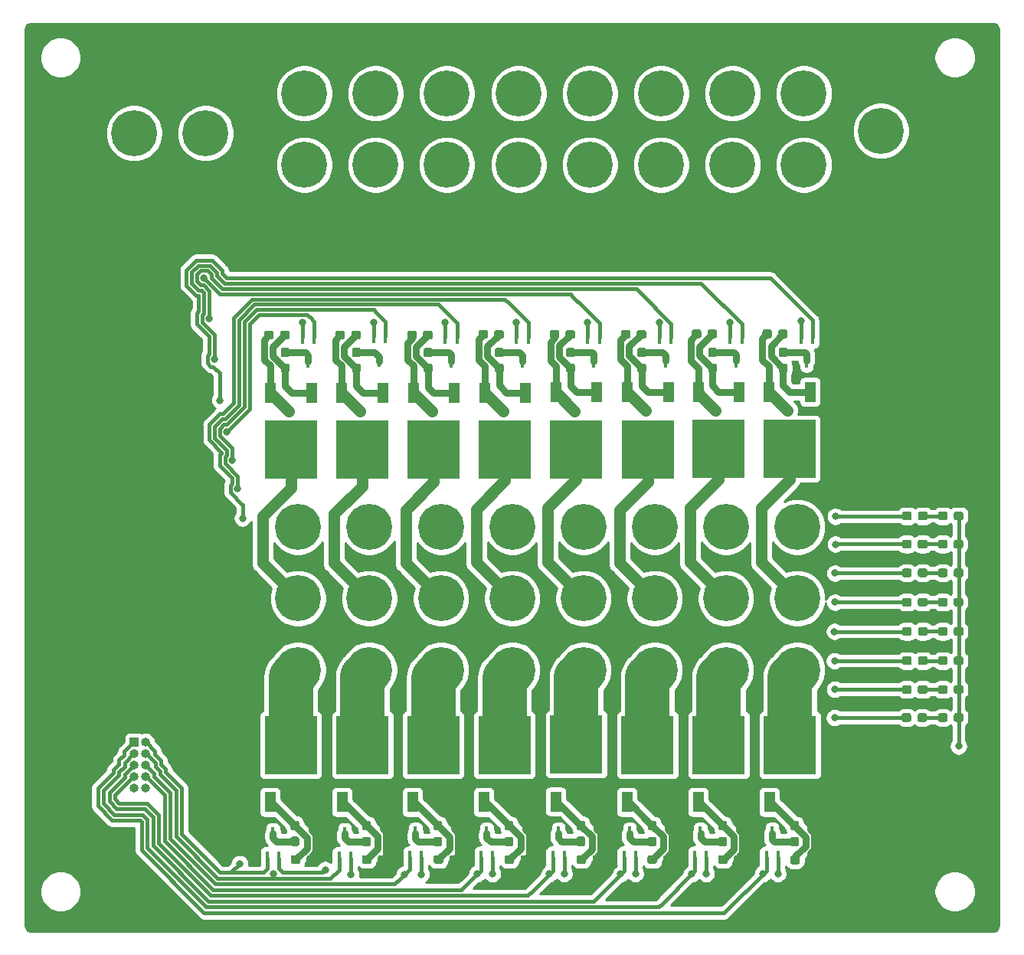
<source format=gbr>
G04 #@! TF.GenerationSoftware,KiCad,Pcbnew,(5.1.5)-2*
G04 #@! TF.CreationDate,2020-03-06T14:17:14-06:00*
G04 #@! TF.ProjectId,PatchPanel,50617463-6850-4616-9e65-6c2e6b696361,rev?*
G04 #@! TF.SameCoordinates,Original*
G04 #@! TF.FileFunction,Copper,L1,Top*
G04 #@! TF.FilePolarity,Positive*
%FSLAX46Y46*%
G04 Gerber Fmt 4.6, Leading zero omitted, Abs format (unit mm)*
G04 Created by KiCad (PCBNEW (5.1.5)-2) date 2020-03-06 14:17:14*
%MOMM*%
%LPD*%
G04 APERTURE LIST*
%ADD10R,5.800000X6.400000*%
%ADD11R,1.200000X2.200000*%
%ADD12C,5.080000*%
%ADD13R,0.450000X1.500000*%
%ADD14C,0.100000*%
%ADD15R,1.000000X1.000000*%
%ADD16O,1.000000X1.000000*%
%ADD17C,0.800000*%
%ADD18C,0.381000*%
%ADD19C,1.270000*%
%ADD20C,4.917000*%
%ADD21C,0.762000*%
%ADD22C,0.254000*%
G04 APERTURE END LIST*
D10*
X103505000Y-125979500D03*
D11*
X105785000Y-132279500D03*
X101225000Y-132279500D03*
D12*
X72745000Y-101930500D03*
X72745000Y-109830500D03*
X72745000Y-117730500D03*
X120052500Y-117730500D03*
X120052500Y-109830500D03*
X120052500Y-101930500D03*
X80619000Y-101930500D03*
X80619000Y-109830500D03*
X80619000Y-117730500D03*
X112178500Y-117730500D03*
X112178500Y-109830500D03*
X112178500Y-101930500D03*
X88556500Y-101930500D03*
X88556500Y-109830500D03*
X88556500Y-117730500D03*
X104304500Y-117730500D03*
X104304500Y-109830500D03*
X104304500Y-101930500D03*
X96430500Y-101930500D03*
X96430500Y-109830500D03*
X96430500Y-117730500D03*
X112877000Y-53988000D03*
X112877000Y-61888000D03*
X112877000Y-69788000D03*
X73443500Y-69788000D03*
X73443500Y-61888000D03*
X73443500Y-53988000D03*
X105003000Y-69788000D03*
X105003000Y-61888000D03*
X105003000Y-53988000D03*
X97129000Y-53988000D03*
X97129000Y-61888000D03*
X97129000Y-69788000D03*
X89191500Y-53988000D03*
X89191500Y-61888000D03*
X89191500Y-69788000D03*
X128651000Y-69786500D03*
X128651000Y-61886500D03*
X128651000Y-53986500D03*
X81317500Y-53988000D03*
X81317500Y-61888000D03*
X81317500Y-69788000D03*
D10*
X127127000Y-126043000D03*
D11*
X129407000Y-132343000D03*
X124847000Y-132343000D03*
X129343500Y-86986000D03*
X124783500Y-86986000D03*
D10*
X127063500Y-93286000D03*
D13*
X125158500Y-135830000D03*
X125808500Y-138490000D03*
X124508500Y-138490000D03*
X128968500Y-83562500D03*
X128318500Y-80902500D03*
X129618500Y-80902500D03*
D11*
X69665500Y-132343000D03*
X74225500Y-132343000D03*
D10*
X71945500Y-126043000D03*
X71945500Y-93413000D03*
D11*
X69665500Y-87113000D03*
X74225500Y-87113000D03*
D13*
X69977000Y-135893500D03*
X70627000Y-138553500D03*
X69327000Y-138553500D03*
X74500500Y-80902500D03*
X73200500Y-80902500D03*
X73850500Y-83562500D03*
D10*
X119253000Y-126043000D03*
D11*
X121533000Y-132343000D03*
X116973000Y-132343000D03*
X121533000Y-86986000D03*
X116973000Y-86986000D03*
D10*
X119253000Y-93286000D03*
D13*
X117221000Y-135830000D03*
X117871000Y-138490000D03*
X116571000Y-138490000D03*
X121158000Y-83562500D03*
X120508000Y-80902500D03*
X121808000Y-80902500D03*
D11*
X77603000Y-132343000D03*
X82163000Y-132343000D03*
D10*
X79883000Y-126043000D03*
X79819500Y-93408500D03*
D11*
X77539500Y-87108500D03*
X82099500Y-87108500D03*
D13*
X77264500Y-138553500D03*
X78564500Y-138553500D03*
X77914500Y-135893500D03*
X81724500Y-83499000D03*
X81074500Y-80839000D03*
X82374500Y-80839000D03*
D10*
X111379000Y-126047500D03*
D11*
X113659000Y-132347500D03*
X109099000Y-132347500D03*
D10*
X111442500Y-93349500D03*
D11*
X109162500Y-87049500D03*
X113722500Y-87049500D03*
D13*
X108760500Y-138486500D03*
X110060500Y-138486500D03*
X109410500Y-135826500D03*
X113997500Y-80902500D03*
X112697500Y-80902500D03*
X113347500Y-83562500D03*
D10*
X87693500Y-126047500D03*
D11*
X89973500Y-132347500D03*
X85413500Y-132347500D03*
D10*
X87757000Y-93408500D03*
D11*
X85477000Y-87108500D03*
X90037000Y-87108500D03*
D13*
X85075000Y-138486500D03*
X86375000Y-138486500D03*
X85725000Y-135826500D03*
X89662000Y-83562500D03*
X89012000Y-80902500D03*
X90312000Y-80902500D03*
D10*
X103505000Y-93345000D03*
D11*
X101225000Y-87045000D03*
X105785000Y-87045000D03*
D13*
X100886500Y-138486500D03*
X102186500Y-138486500D03*
X101536500Y-135826500D03*
X105410000Y-83562500D03*
X104760000Y-80902500D03*
X106060000Y-80902500D03*
D11*
X93287500Y-132343000D03*
X97847500Y-132343000D03*
D10*
X95567500Y-126043000D03*
D11*
X97910000Y-87084500D03*
X93350000Y-87084500D03*
D10*
X95630000Y-93384500D03*
D13*
X92949000Y-138486500D03*
X94249000Y-138486500D03*
X93599000Y-135826500D03*
X97536000Y-83562500D03*
X96886000Y-80902500D03*
X98186000Y-80902500D03*
G04 #@! TA.AperFunction,SMDPad,CuDef*
D14*
G36*
X129723779Y-138273644D02*
G01*
X129746834Y-138277063D01*
X129769443Y-138282727D01*
X129791387Y-138290579D01*
X129812457Y-138300544D01*
X129832448Y-138312526D01*
X129851168Y-138326410D01*
X129868438Y-138342062D01*
X129884090Y-138359332D01*
X129897974Y-138378052D01*
X129909956Y-138398043D01*
X129919921Y-138419113D01*
X129927773Y-138441057D01*
X129933437Y-138463666D01*
X129936856Y-138486721D01*
X129938000Y-138510000D01*
X129938000Y-138985000D01*
X129936856Y-139008279D01*
X129933437Y-139031334D01*
X129927773Y-139053943D01*
X129919921Y-139075887D01*
X129909956Y-139096957D01*
X129897974Y-139116948D01*
X129884090Y-139135668D01*
X129868438Y-139152938D01*
X129851168Y-139168590D01*
X129832448Y-139182474D01*
X129812457Y-139194456D01*
X129791387Y-139204421D01*
X129769443Y-139212273D01*
X129746834Y-139217937D01*
X129723779Y-139221356D01*
X129700500Y-139222500D01*
X129125500Y-139222500D01*
X129102221Y-139221356D01*
X129079166Y-139217937D01*
X129056557Y-139212273D01*
X129034613Y-139204421D01*
X129013543Y-139194456D01*
X128993552Y-139182474D01*
X128974832Y-139168590D01*
X128957562Y-139152938D01*
X128941910Y-139135668D01*
X128928026Y-139116948D01*
X128916044Y-139096957D01*
X128906079Y-139075887D01*
X128898227Y-139053943D01*
X128892563Y-139031334D01*
X128889144Y-139008279D01*
X128888000Y-138985000D01*
X128888000Y-138510000D01*
X128889144Y-138486721D01*
X128892563Y-138463666D01*
X128898227Y-138441057D01*
X128906079Y-138419113D01*
X128916044Y-138398043D01*
X128928026Y-138378052D01*
X128941910Y-138359332D01*
X128957562Y-138342062D01*
X128974832Y-138326410D01*
X128993552Y-138312526D01*
X129013543Y-138300544D01*
X129034613Y-138290579D01*
X129056557Y-138282727D01*
X129079166Y-138277063D01*
X129102221Y-138273644D01*
X129125500Y-138272500D01*
X129700500Y-138272500D01*
X129723779Y-138273644D01*
G37*
G04 #@! TD.AperFunction*
G04 #@! TA.AperFunction,SMDPad,CuDef*
G36*
X127973779Y-138273644D02*
G01*
X127996834Y-138277063D01*
X128019443Y-138282727D01*
X128041387Y-138290579D01*
X128062457Y-138300544D01*
X128082448Y-138312526D01*
X128101168Y-138326410D01*
X128118438Y-138342062D01*
X128134090Y-138359332D01*
X128147974Y-138378052D01*
X128159956Y-138398043D01*
X128169921Y-138419113D01*
X128177773Y-138441057D01*
X128183437Y-138463666D01*
X128186856Y-138486721D01*
X128188000Y-138510000D01*
X128188000Y-138985000D01*
X128186856Y-139008279D01*
X128183437Y-139031334D01*
X128177773Y-139053943D01*
X128169921Y-139075887D01*
X128159956Y-139096957D01*
X128147974Y-139116948D01*
X128134090Y-139135668D01*
X128118438Y-139152938D01*
X128101168Y-139168590D01*
X128082448Y-139182474D01*
X128062457Y-139194456D01*
X128041387Y-139204421D01*
X128019443Y-139212273D01*
X127996834Y-139217937D01*
X127973779Y-139221356D01*
X127950500Y-139222500D01*
X127375500Y-139222500D01*
X127352221Y-139221356D01*
X127329166Y-139217937D01*
X127306557Y-139212273D01*
X127284613Y-139204421D01*
X127263543Y-139194456D01*
X127243552Y-139182474D01*
X127224832Y-139168590D01*
X127207562Y-139152938D01*
X127191910Y-139135668D01*
X127178026Y-139116948D01*
X127166044Y-139096957D01*
X127156079Y-139075887D01*
X127148227Y-139053943D01*
X127142563Y-139031334D01*
X127139144Y-139008279D01*
X127138000Y-138985000D01*
X127138000Y-138510000D01*
X127139144Y-138486721D01*
X127142563Y-138463666D01*
X127148227Y-138441057D01*
X127156079Y-138419113D01*
X127166044Y-138398043D01*
X127178026Y-138378052D01*
X127191910Y-138359332D01*
X127207562Y-138342062D01*
X127224832Y-138326410D01*
X127243552Y-138312526D01*
X127263543Y-138300544D01*
X127284613Y-138290579D01*
X127306557Y-138282727D01*
X127329166Y-138277063D01*
X127352221Y-138273644D01*
X127375500Y-138272500D01*
X127950500Y-138272500D01*
X127973779Y-138273644D01*
G37*
G04 #@! TD.AperFunction*
G04 #@! TA.AperFunction,SMDPad,CuDef*
G36*
X124911779Y-80107644D02*
G01*
X124934834Y-80111063D01*
X124957443Y-80116727D01*
X124979387Y-80124579D01*
X125000457Y-80134544D01*
X125020448Y-80146526D01*
X125039168Y-80160410D01*
X125056438Y-80176062D01*
X125072090Y-80193332D01*
X125085974Y-80212052D01*
X125097956Y-80232043D01*
X125107921Y-80253113D01*
X125115773Y-80275057D01*
X125121437Y-80297666D01*
X125124856Y-80320721D01*
X125126000Y-80344000D01*
X125126000Y-80819000D01*
X125124856Y-80842279D01*
X125121437Y-80865334D01*
X125115773Y-80887943D01*
X125107921Y-80909887D01*
X125097956Y-80930957D01*
X125085974Y-80950948D01*
X125072090Y-80969668D01*
X125056438Y-80986938D01*
X125039168Y-81002590D01*
X125020448Y-81016474D01*
X125000457Y-81028456D01*
X124979387Y-81038421D01*
X124957443Y-81046273D01*
X124934834Y-81051937D01*
X124911779Y-81055356D01*
X124888500Y-81056500D01*
X124313500Y-81056500D01*
X124290221Y-81055356D01*
X124267166Y-81051937D01*
X124244557Y-81046273D01*
X124222613Y-81038421D01*
X124201543Y-81028456D01*
X124181552Y-81016474D01*
X124162832Y-81002590D01*
X124145562Y-80986938D01*
X124129910Y-80969668D01*
X124116026Y-80950948D01*
X124104044Y-80930957D01*
X124094079Y-80909887D01*
X124086227Y-80887943D01*
X124080563Y-80865334D01*
X124077144Y-80842279D01*
X124076000Y-80819000D01*
X124076000Y-80344000D01*
X124077144Y-80320721D01*
X124080563Y-80297666D01*
X124086227Y-80275057D01*
X124094079Y-80253113D01*
X124104044Y-80232043D01*
X124116026Y-80212052D01*
X124129910Y-80193332D01*
X124145562Y-80176062D01*
X124162832Y-80160410D01*
X124181552Y-80146526D01*
X124201543Y-80134544D01*
X124222613Y-80124579D01*
X124244557Y-80116727D01*
X124267166Y-80111063D01*
X124290221Y-80107644D01*
X124313500Y-80106500D01*
X124888500Y-80106500D01*
X124911779Y-80107644D01*
G37*
G04 #@! TD.AperFunction*
G04 #@! TA.AperFunction,SMDPad,CuDef*
G36*
X126661779Y-80107644D02*
G01*
X126684834Y-80111063D01*
X126707443Y-80116727D01*
X126729387Y-80124579D01*
X126750457Y-80134544D01*
X126770448Y-80146526D01*
X126789168Y-80160410D01*
X126806438Y-80176062D01*
X126822090Y-80193332D01*
X126835974Y-80212052D01*
X126847956Y-80232043D01*
X126857921Y-80253113D01*
X126865773Y-80275057D01*
X126871437Y-80297666D01*
X126874856Y-80320721D01*
X126876000Y-80344000D01*
X126876000Y-80819000D01*
X126874856Y-80842279D01*
X126871437Y-80865334D01*
X126865773Y-80887943D01*
X126857921Y-80909887D01*
X126847956Y-80930957D01*
X126835974Y-80950948D01*
X126822090Y-80969668D01*
X126806438Y-80986938D01*
X126789168Y-81002590D01*
X126770448Y-81016474D01*
X126750457Y-81028456D01*
X126729387Y-81038421D01*
X126707443Y-81046273D01*
X126684834Y-81051937D01*
X126661779Y-81055356D01*
X126638500Y-81056500D01*
X126063500Y-81056500D01*
X126040221Y-81055356D01*
X126017166Y-81051937D01*
X125994557Y-81046273D01*
X125972613Y-81038421D01*
X125951543Y-81028456D01*
X125931552Y-81016474D01*
X125912832Y-81002590D01*
X125895562Y-80986938D01*
X125879910Y-80969668D01*
X125866026Y-80950948D01*
X125854044Y-80930957D01*
X125844079Y-80909887D01*
X125836227Y-80887943D01*
X125830563Y-80865334D01*
X125827144Y-80842279D01*
X125826000Y-80819000D01*
X125826000Y-80344000D01*
X125827144Y-80320721D01*
X125830563Y-80297666D01*
X125836227Y-80275057D01*
X125844079Y-80253113D01*
X125854044Y-80232043D01*
X125866026Y-80212052D01*
X125879910Y-80193332D01*
X125895562Y-80176062D01*
X125912832Y-80160410D01*
X125931552Y-80146526D01*
X125951543Y-80134544D01*
X125972613Y-80124579D01*
X125994557Y-80116727D01*
X126017166Y-80111063D01*
X126040221Y-80107644D01*
X126063500Y-80106500D01*
X126638500Y-80106500D01*
X126661779Y-80107644D01*
G37*
G04 #@! TD.AperFunction*
G04 #@! TA.AperFunction,SMDPad,CuDef*
G36*
X127895779Y-136177644D02*
G01*
X127918834Y-136181063D01*
X127941443Y-136186727D01*
X127963387Y-136194579D01*
X127984457Y-136204544D01*
X128004448Y-136216526D01*
X128023168Y-136230410D01*
X128040438Y-136246062D01*
X128056090Y-136263332D01*
X128069974Y-136282052D01*
X128081956Y-136302043D01*
X128091921Y-136323113D01*
X128099773Y-136345057D01*
X128105437Y-136367666D01*
X128108856Y-136390721D01*
X128110000Y-136414000D01*
X128110000Y-136989000D01*
X128108856Y-137012279D01*
X128105437Y-137035334D01*
X128099773Y-137057943D01*
X128091921Y-137079887D01*
X128081956Y-137100957D01*
X128069974Y-137120948D01*
X128056090Y-137139668D01*
X128040438Y-137156938D01*
X128023168Y-137172590D01*
X128004448Y-137186474D01*
X127984457Y-137198456D01*
X127963387Y-137208421D01*
X127941443Y-137216273D01*
X127918834Y-137221937D01*
X127895779Y-137225356D01*
X127872500Y-137226500D01*
X127397500Y-137226500D01*
X127374221Y-137225356D01*
X127351166Y-137221937D01*
X127328557Y-137216273D01*
X127306613Y-137208421D01*
X127285543Y-137198456D01*
X127265552Y-137186474D01*
X127246832Y-137172590D01*
X127229562Y-137156938D01*
X127213910Y-137139668D01*
X127200026Y-137120948D01*
X127188044Y-137100957D01*
X127178079Y-137079887D01*
X127170227Y-137057943D01*
X127164563Y-137035334D01*
X127161144Y-137012279D01*
X127160000Y-136989000D01*
X127160000Y-136414000D01*
X127161144Y-136390721D01*
X127164563Y-136367666D01*
X127170227Y-136345057D01*
X127178079Y-136323113D01*
X127188044Y-136302043D01*
X127200026Y-136282052D01*
X127213910Y-136263332D01*
X127229562Y-136246062D01*
X127246832Y-136230410D01*
X127265552Y-136216526D01*
X127285543Y-136204544D01*
X127306613Y-136194579D01*
X127328557Y-136186727D01*
X127351166Y-136181063D01*
X127374221Y-136177644D01*
X127397500Y-136176500D01*
X127872500Y-136176500D01*
X127895779Y-136177644D01*
G37*
G04 #@! TD.AperFunction*
G04 #@! TA.AperFunction,SMDPad,CuDef*
G36*
X127895779Y-134427644D02*
G01*
X127918834Y-134431063D01*
X127941443Y-134436727D01*
X127963387Y-134444579D01*
X127984457Y-134454544D01*
X128004448Y-134466526D01*
X128023168Y-134480410D01*
X128040438Y-134496062D01*
X128056090Y-134513332D01*
X128069974Y-134532052D01*
X128081956Y-134552043D01*
X128091921Y-134573113D01*
X128099773Y-134595057D01*
X128105437Y-134617666D01*
X128108856Y-134640721D01*
X128110000Y-134664000D01*
X128110000Y-135239000D01*
X128108856Y-135262279D01*
X128105437Y-135285334D01*
X128099773Y-135307943D01*
X128091921Y-135329887D01*
X128081956Y-135350957D01*
X128069974Y-135370948D01*
X128056090Y-135389668D01*
X128040438Y-135406938D01*
X128023168Y-135422590D01*
X128004448Y-135436474D01*
X127984457Y-135448456D01*
X127963387Y-135458421D01*
X127941443Y-135466273D01*
X127918834Y-135471937D01*
X127895779Y-135475356D01*
X127872500Y-135476500D01*
X127397500Y-135476500D01*
X127374221Y-135475356D01*
X127351166Y-135471937D01*
X127328557Y-135466273D01*
X127306613Y-135458421D01*
X127285543Y-135448456D01*
X127265552Y-135436474D01*
X127246832Y-135422590D01*
X127229562Y-135406938D01*
X127213910Y-135389668D01*
X127200026Y-135370948D01*
X127188044Y-135350957D01*
X127178079Y-135329887D01*
X127170227Y-135307943D01*
X127164563Y-135285334D01*
X127161144Y-135262279D01*
X127160000Y-135239000D01*
X127160000Y-134664000D01*
X127161144Y-134640721D01*
X127164563Y-134617666D01*
X127170227Y-134595057D01*
X127178079Y-134573113D01*
X127188044Y-134552043D01*
X127200026Y-134532052D01*
X127213910Y-134513332D01*
X127229562Y-134496062D01*
X127246832Y-134480410D01*
X127265552Y-134466526D01*
X127285543Y-134454544D01*
X127306613Y-134444579D01*
X127328557Y-134436727D01*
X127351166Y-134431063D01*
X127374221Y-134427644D01*
X127397500Y-134426500D01*
X127872500Y-134426500D01*
X127895779Y-134427644D01*
G37*
G04 #@! TD.AperFunction*
G04 #@! TA.AperFunction,SMDPad,CuDef*
G36*
X126625779Y-82103644D02*
G01*
X126648834Y-82107063D01*
X126671443Y-82112727D01*
X126693387Y-82120579D01*
X126714457Y-82130544D01*
X126734448Y-82142526D01*
X126753168Y-82156410D01*
X126770438Y-82172062D01*
X126786090Y-82189332D01*
X126799974Y-82208052D01*
X126811956Y-82228043D01*
X126821921Y-82249113D01*
X126829773Y-82271057D01*
X126835437Y-82293666D01*
X126838856Y-82316721D01*
X126840000Y-82340000D01*
X126840000Y-82915000D01*
X126838856Y-82938279D01*
X126835437Y-82961334D01*
X126829773Y-82983943D01*
X126821921Y-83005887D01*
X126811956Y-83026957D01*
X126799974Y-83046948D01*
X126786090Y-83065668D01*
X126770438Y-83082938D01*
X126753168Y-83098590D01*
X126734448Y-83112474D01*
X126714457Y-83124456D01*
X126693387Y-83134421D01*
X126671443Y-83142273D01*
X126648834Y-83147937D01*
X126625779Y-83151356D01*
X126602500Y-83152500D01*
X126127500Y-83152500D01*
X126104221Y-83151356D01*
X126081166Y-83147937D01*
X126058557Y-83142273D01*
X126036613Y-83134421D01*
X126015543Y-83124456D01*
X125995552Y-83112474D01*
X125976832Y-83098590D01*
X125959562Y-83082938D01*
X125943910Y-83065668D01*
X125930026Y-83046948D01*
X125918044Y-83026957D01*
X125908079Y-83005887D01*
X125900227Y-82983943D01*
X125894563Y-82961334D01*
X125891144Y-82938279D01*
X125890000Y-82915000D01*
X125890000Y-82340000D01*
X125891144Y-82316721D01*
X125894563Y-82293666D01*
X125900227Y-82271057D01*
X125908079Y-82249113D01*
X125918044Y-82228043D01*
X125930026Y-82208052D01*
X125943910Y-82189332D01*
X125959562Y-82172062D01*
X125976832Y-82156410D01*
X125995552Y-82142526D01*
X126015543Y-82130544D01*
X126036613Y-82120579D01*
X126058557Y-82112727D01*
X126081166Y-82107063D01*
X126104221Y-82103644D01*
X126127500Y-82102500D01*
X126602500Y-82102500D01*
X126625779Y-82103644D01*
G37*
G04 #@! TD.AperFunction*
G04 #@! TA.AperFunction,SMDPad,CuDef*
G36*
X126625779Y-83853644D02*
G01*
X126648834Y-83857063D01*
X126671443Y-83862727D01*
X126693387Y-83870579D01*
X126714457Y-83880544D01*
X126734448Y-83892526D01*
X126753168Y-83906410D01*
X126770438Y-83922062D01*
X126786090Y-83939332D01*
X126799974Y-83958052D01*
X126811956Y-83978043D01*
X126821921Y-83999113D01*
X126829773Y-84021057D01*
X126835437Y-84043666D01*
X126838856Y-84066721D01*
X126840000Y-84090000D01*
X126840000Y-84665000D01*
X126838856Y-84688279D01*
X126835437Y-84711334D01*
X126829773Y-84733943D01*
X126821921Y-84755887D01*
X126811956Y-84776957D01*
X126799974Y-84796948D01*
X126786090Y-84815668D01*
X126770438Y-84832938D01*
X126753168Y-84848590D01*
X126734448Y-84862474D01*
X126714457Y-84874456D01*
X126693387Y-84884421D01*
X126671443Y-84892273D01*
X126648834Y-84897937D01*
X126625779Y-84901356D01*
X126602500Y-84902500D01*
X126127500Y-84902500D01*
X126104221Y-84901356D01*
X126081166Y-84897937D01*
X126058557Y-84892273D01*
X126036613Y-84884421D01*
X126015543Y-84874456D01*
X125995552Y-84862474D01*
X125976832Y-84848590D01*
X125959562Y-84832938D01*
X125943910Y-84815668D01*
X125930026Y-84796948D01*
X125918044Y-84776957D01*
X125908079Y-84755887D01*
X125900227Y-84733943D01*
X125894563Y-84711334D01*
X125891144Y-84688279D01*
X125890000Y-84665000D01*
X125890000Y-84090000D01*
X125891144Y-84066721D01*
X125894563Y-84043666D01*
X125900227Y-84021057D01*
X125908079Y-83999113D01*
X125918044Y-83978043D01*
X125930026Y-83958052D01*
X125943910Y-83939332D01*
X125959562Y-83922062D01*
X125976832Y-83906410D01*
X125995552Y-83892526D01*
X126015543Y-83880544D01*
X126036613Y-83870579D01*
X126058557Y-83862727D01*
X126081166Y-83857063D01*
X126104221Y-83853644D01*
X126127500Y-83852500D01*
X126602500Y-83852500D01*
X126625779Y-83853644D01*
G37*
G04 #@! TD.AperFunction*
G04 #@! TA.AperFunction,SMDPad,CuDef*
G36*
X74528279Y-138210144D02*
G01*
X74551334Y-138213563D01*
X74573943Y-138219227D01*
X74595887Y-138227079D01*
X74616957Y-138237044D01*
X74636948Y-138249026D01*
X74655668Y-138262910D01*
X74672938Y-138278562D01*
X74688590Y-138295832D01*
X74702474Y-138314552D01*
X74714456Y-138334543D01*
X74724421Y-138355613D01*
X74732273Y-138377557D01*
X74737937Y-138400166D01*
X74741356Y-138423221D01*
X74742500Y-138446500D01*
X74742500Y-138921500D01*
X74741356Y-138944779D01*
X74737937Y-138967834D01*
X74732273Y-138990443D01*
X74724421Y-139012387D01*
X74714456Y-139033457D01*
X74702474Y-139053448D01*
X74688590Y-139072168D01*
X74672938Y-139089438D01*
X74655668Y-139105090D01*
X74636948Y-139118974D01*
X74616957Y-139130956D01*
X74595887Y-139140921D01*
X74573943Y-139148773D01*
X74551334Y-139154437D01*
X74528279Y-139157856D01*
X74505000Y-139159000D01*
X73930000Y-139159000D01*
X73906721Y-139157856D01*
X73883666Y-139154437D01*
X73861057Y-139148773D01*
X73839113Y-139140921D01*
X73818043Y-139130956D01*
X73798052Y-139118974D01*
X73779332Y-139105090D01*
X73762062Y-139089438D01*
X73746410Y-139072168D01*
X73732526Y-139053448D01*
X73720544Y-139033457D01*
X73710579Y-139012387D01*
X73702727Y-138990443D01*
X73697063Y-138967834D01*
X73693644Y-138944779D01*
X73692500Y-138921500D01*
X73692500Y-138446500D01*
X73693644Y-138423221D01*
X73697063Y-138400166D01*
X73702727Y-138377557D01*
X73710579Y-138355613D01*
X73720544Y-138334543D01*
X73732526Y-138314552D01*
X73746410Y-138295832D01*
X73762062Y-138278562D01*
X73779332Y-138262910D01*
X73798052Y-138249026D01*
X73818043Y-138237044D01*
X73839113Y-138227079D01*
X73861057Y-138219227D01*
X73883666Y-138213563D01*
X73906721Y-138210144D01*
X73930000Y-138209000D01*
X74505000Y-138209000D01*
X74528279Y-138210144D01*
G37*
G04 #@! TD.AperFunction*
G04 #@! TA.AperFunction,SMDPad,CuDef*
G36*
X72778279Y-138210144D02*
G01*
X72801334Y-138213563D01*
X72823943Y-138219227D01*
X72845887Y-138227079D01*
X72866957Y-138237044D01*
X72886948Y-138249026D01*
X72905668Y-138262910D01*
X72922938Y-138278562D01*
X72938590Y-138295832D01*
X72952474Y-138314552D01*
X72964456Y-138334543D01*
X72974421Y-138355613D01*
X72982273Y-138377557D01*
X72987937Y-138400166D01*
X72991356Y-138423221D01*
X72992500Y-138446500D01*
X72992500Y-138921500D01*
X72991356Y-138944779D01*
X72987937Y-138967834D01*
X72982273Y-138990443D01*
X72974421Y-139012387D01*
X72964456Y-139033457D01*
X72952474Y-139053448D01*
X72938590Y-139072168D01*
X72922938Y-139089438D01*
X72905668Y-139105090D01*
X72886948Y-139118974D01*
X72866957Y-139130956D01*
X72845887Y-139140921D01*
X72823943Y-139148773D01*
X72801334Y-139154437D01*
X72778279Y-139157856D01*
X72755000Y-139159000D01*
X72180000Y-139159000D01*
X72156721Y-139157856D01*
X72133666Y-139154437D01*
X72111057Y-139148773D01*
X72089113Y-139140921D01*
X72068043Y-139130956D01*
X72048052Y-139118974D01*
X72029332Y-139105090D01*
X72012062Y-139089438D01*
X71996410Y-139072168D01*
X71982526Y-139053448D01*
X71970544Y-139033457D01*
X71960579Y-139012387D01*
X71952727Y-138990443D01*
X71947063Y-138967834D01*
X71943644Y-138944779D01*
X71942500Y-138921500D01*
X71942500Y-138446500D01*
X71943644Y-138423221D01*
X71947063Y-138400166D01*
X71952727Y-138377557D01*
X71960579Y-138355613D01*
X71970544Y-138334543D01*
X71982526Y-138314552D01*
X71996410Y-138295832D01*
X72012062Y-138278562D01*
X72029332Y-138262910D01*
X72048052Y-138249026D01*
X72068043Y-138237044D01*
X72089113Y-138227079D01*
X72111057Y-138219227D01*
X72133666Y-138213563D01*
X72156721Y-138210144D01*
X72180000Y-138209000D01*
X72755000Y-138209000D01*
X72778279Y-138210144D01*
G37*
G04 #@! TD.AperFunction*
G04 #@! TA.AperFunction,SMDPad,CuDef*
G36*
X71593279Y-80234644D02*
G01*
X71616334Y-80238063D01*
X71638943Y-80243727D01*
X71660887Y-80251579D01*
X71681957Y-80261544D01*
X71701948Y-80273526D01*
X71720668Y-80287410D01*
X71737938Y-80303062D01*
X71753590Y-80320332D01*
X71767474Y-80339052D01*
X71779456Y-80359043D01*
X71789421Y-80380113D01*
X71797273Y-80402057D01*
X71802937Y-80424666D01*
X71806356Y-80447721D01*
X71807500Y-80471000D01*
X71807500Y-80946000D01*
X71806356Y-80969279D01*
X71802937Y-80992334D01*
X71797273Y-81014943D01*
X71789421Y-81036887D01*
X71779456Y-81057957D01*
X71767474Y-81077948D01*
X71753590Y-81096668D01*
X71737938Y-81113938D01*
X71720668Y-81129590D01*
X71701948Y-81143474D01*
X71681957Y-81155456D01*
X71660887Y-81165421D01*
X71638943Y-81173273D01*
X71616334Y-81178937D01*
X71593279Y-81182356D01*
X71570000Y-81183500D01*
X70995000Y-81183500D01*
X70971721Y-81182356D01*
X70948666Y-81178937D01*
X70926057Y-81173273D01*
X70904113Y-81165421D01*
X70883043Y-81155456D01*
X70863052Y-81143474D01*
X70844332Y-81129590D01*
X70827062Y-81113938D01*
X70811410Y-81096668D01*
X70797526Y-81077948D01*
X70785544Y-81057957D01*
X70775579Y-81036887D01*
X70767727Y-81014943D01*
X70762063Y-80992334D01*
X70758644Y-80969279D01*
X70757500Y-80946000D01*
X70757500Y-80471000D01*
X70758644Y-80447721D01*
X70762063Y-80424666D01*
X70767727Y-80402057D01*
X70775579Y-80380113D01*
X70785544Y-80359043D01*
X70797526Y-80339052D01*
X70811410Y-80320332D01*
X70827062Y-80303062D01*
X70844332Y-80287410D01*
X70863052Y-80273526D01*
X70883043Y-80261544D01*
X70904113Y-80251579D01*
X70926057Y-80243727D01*
X70948666Y-80238063D01*
X70971721Y-80234644D01*
X70995000Y-80233500D01*
X71570000Y-80233500D01*
X71593279Y-80234644D01*
G37*
G04 #@! TD.AperFunction*
G04 #@! TA.AperFunction,SMDPad,CuDef*
G36*
X69843279Y-80234644D02*
G01*
X69866334Y-80238063D01*
X69888943Y-80243727D01*
X69910887Y-80251579D01*
X69931957Y-80261544D01*
X69951948Y-80273526D01*
X69970668Y-80287410D01*
X69987938Y-80303062D01*
X70003590Y-80320332D01*
X70017474Y-80339052D01*
X70029456Y-80359043D01*
X70039421Y-80380113D01*
X70047273Y-80402057D01*
X70052937Y-80424666D01*
X70056356Y-80447721D01*
X70057500Y-80471000D01*
X70057500Y-80946000D01*
X70056356Y-80969279D01*
X70052937Y-80992334D01*
X70047273Y-81014943D01*
X70039421Y-81036887D01*
X70029456Y-81057957D01*
X70017474Y-81077948D01*
X70003590Y-81096668D01*
X69987938Y-81113938D01*
X69970668Y-81129590D01*
X69951948Y-81143474D01*
X69931957Y-81155456D01*
X69910887Y-81165421D01*
X69888943Y-81173273D01*
X69866334Y-81178937D01*
X69843279Y-81182356D01*
X69820000Y-81183500D01*
X69245000Y-81183500D01*
X69221721Y-81182356D01*
X69198666Y-81178937D01*
X69176057Y-81173273D01*
X69154113Y-81165421D01*
X69133043Y-81155456D01*
X69113052Y-81143474D01*
X69094332Y-81129590D01*
X69077062Y-81113938D01*
X69061410Y-81096668D01*
X69047526Y-81077948D01*
X69035544Y-81057957D01*
X69025579Y-81036887D01*
X69017727Y-81014943D01*
X69012063Y-80992334D01*
X69008644Y-80969279D01*
X69007500Y-80946000D01*
X69007500Y-80471000D01*
X69008644Y-80447721D01*
X69012063Y-80424666D01*
X69017727Y-80402057D01*
X69025579Y-80380113D01*
X69035544Y-80359043D01*
X69047526Y-80339052D01*
X69061410Y-80320332D01*
X69077062Y-80303062D01*
X69094332Y-80287410D01*
X69113052Y-80273526D01*
X69133043Y-80261544D01*
X69154113Y-80251579D01*
X69176057Y-80243727D01*
X69198666Y-80238063D01*
X69221721Y-80234644D01*
X69245000Y-80233500D01*
X69820000Y-80233500D01*
X69843279Y-80234644D01*
G37*
G04 #@! TD.AperFunction*
G04 #@! TA.AperFunction,SMDPad,CuDef*
G36*
X72650779Y-136163644D02*
G01*
X72673834Y-136167063D01*
X72696443Y-136172727D01*
X72718387Y-136180579D01*
X72739457Y-136190544D01*
X72759448Y-136202526D01*
X72778168Y-136216410D01*
X72795438Y-136232062D01*
X72811090Y-136249332D01*
X72824974Y-136268052D01*
X72836956Y-136288043D01*
X72846921Y-136309113D01*
X72854773Y-136331057D01*
X72860437Y-136353666D01*
X72863856Y-136376721D01*
X72865000Y-136400000D01*
X72865000Y-136975000D01*
X72863856Y-136998279D01*
X72860437Y-137021334D01*
X72854773Y-137043943D01*
X72846921Y-137065887D01*
X72836956Y-137086957D01*
X72824974Y-137106948D01*
X72811090Y-137125668D01*
X72795438Y-137142938D01*
X72778168Y-137158590D01*
X72759448Y-137172474D01*
X72739457Y-137184456D01*
X72718387Y-137194421D01*
X72696443Y-137202273D01*
X72673834Y-137207937D01*
X72650779Y-137211356D01*
X72627500Y-137212500D01*
X72152500Y-137212500D01*
X72129221Y-137211356D01*
X72106166Y-137207937D01*
X72083557Y-137202273D01*
X72061613Y-137194421D01*
X72040543Y-137184456D01*
X72020552Y-137172474D01*
X72001832Y-137158590D01*
X71984562Y-137142938D01*
X71968910Y-137125668D01*
X71955026Y-137106948D01*
X71943044Y-137086957D01*
X71933079Y-137065887D01*
X71925227Y-137043943D01*
X71919563Y-137021334D01*
X71916144Y-136998279D01*
X71915000Y-136975000D01*
X71915000Y-136400000D01*
X71916144Y-136376721D01*
X71919563Y-136353666D01*
X71925227Y-136331057D01*
X71933079Y-136309113D01*
X71943044Y-136288043D01*
X71955026Y-136268052D01*
X71968910Y-136249332D01*
X71984562Y-136232062D01*
X72001832Y-136216410D01*
X72020552Y-136202526D01*
X72040543Y-136190544D01*
X72061613Y-136180579D01*
X72083557Y-136172727D01*
X72106166Y-136167063D01*
X72129221Y-136163644D01*
X72152500Y-136162500D01*
X72627500Y-136162500D01*
X72650779Y-136163644D01*
G37*
G04 #@! TD.AperFunction*
G04 #@! TA.AperFunction,SMDPad,CuDef*
G36*
X72650779Y-134413644D02*
G01*
X72673834Y-134417063D01*
X72696443Y-134422727D01*
X72718387Y-134430579D01*
X72739457Y-134440544D01*
X72759448Y-134452526D01*
X72778168Y-134466410D01*
X72795438Y-134482062D01*
X72811090Y-134499332D01*
X72824974Y-134518052D01*
X72836956Y-134538043D01*
X72846921Y-134559113D01*
X72854773Y-134581057D01*
X72860437Y-134603666D01*
X72863856Y-134626721D01*
X72865000Y-134650000D01*
X72865000Y-135225000D01*
X72863856Y-135248279D01*
X72860437Y-135271334D01*
X72854773Y-135293943D01*
X72846921Y-135315887D01*
X72836956Y-135336957D01*
X72824974Y-135356948D01*
X72811090Y-135375668D01*
X72795438Y-135392938D01*
X72778168Y-135408590D01*
X72759448Y-135422474D01*
X72739457Y-135434456D01*
X72718387Y-135444421D01*
X72696443Y-135452273D01*
X72673834Y-135457937D01*
X72650779Y-135461356D01*
X72627500Y-135462500D01*
X72152500Y-135462500D01*
X72129221Y-135461356D01*
X72106166Y-135457937D01*
X72083557Y-135452273D01*
X72061613Y-135444421D01*
X72040543Y-135434456D01*
X72020552Y-135422474D01*
X72001832Y-135408590D01*
X71984562Y-135392938D01*
X71968910Y-135375668D01*
X71955026Y-135356948D01*
X71943044Y-135336957D01*
X71933079Y-135315887D01*
X71925227Y-135293943D01*
X71919563Y-135271334D01*
X71916144Y-135248279D01*
X71915000Y-135225000D01*
X71915000Y-134650000D01*
X71916144Y-134626721D01*
X71919563Y-134603666D01*
X71925227Y-134581057D01*
X71933079Y-134559113D01*
X71943044Y-134538043D01*
X71955026Y-134518052D01*
X71968910Y-134499332D01*
X71984562Y-134482062D01*
X72001832Y-134466410D01*
X72020552Y-134452526D01*
X72040543Y-134440544D01*
X72061613Y-134430579D01*
X72083557Y-134422727D01*
X72106166Y-134417063D01*
X72129221Y-134413644D01*
X72152500Y-134412500D01*
X72627500Y-134412500D01*
X72650779Y-134413644D01*
G37*
G04 #@! TD.AperFunction*
G04 #@! TA.AperFunction,SMDPad,CuDef*
G36*
X71571279Y-82103644D02*
G01*
X71594334Y-82107063D01*
X71616943Y-82112727D01*
X71638887Y-82120579D01*
X71659957Y-82130544D01*
X71679948Y-82142526D01*
X71698668Y-82156410D01*
X71715938Y-82172062D01*
X71731590Y-82189332D01*
X71745474Y-82208052D01*
X71757456Y-82228043D01*
X71767421Y-82249113D01*
X71775273Y-82271057D01*
X71780937Y-82293666D01*
X71784356Y-82316721D01*
X71785500Y-82340000D01*
X71785500Y-82915000D01*
X71784356Y-82938279D01*
X71780937Y-82961334D01*
X71775273Y-82983943D01*
X71767421Y-83005887D01*
X71757456Y-83026957D01*
X71745474Y-83046948D01*
X71731590Y-83065668D01*
X71715938Y-83082938D01*
X71698668Y-83098590D01*
X71679948Y-83112474D01*
X71659957Y-83124456D01*
X71638887Y-83134421D01*
X71616943Y-83142273D01*
X71594334Y-83147937D01*
X71571279Y-83151356D01*
X71548000Y-83152500D01*
X71073000Y-83152500D01*
X71049721Y-83151356D01*
X71026666Y-83147937D01*
X71004057Y-83142273D01*
X70982113Y-83134421D01*
X70961043Y-83124456D01*
X70941052Y-83112474D01*
X70922332Y-83098590D01*
X70905062Y-83082938D01*
X70889410Y-83065668D01*
X70875526Y-83046948D01*
X70863544Y-83026957D01*
X70853579Y-83005887D01*
X70845727Y-82983943D01*
X70840063Y-82961334D01*
X70836644Y-82938279D01*
X70835500Y-82915000D01*
X70835500Y-82340000D01*
X70836644Y-82316721D01*
X70840063Y-82293666D01*
X70845727Y-82271057D01*
X70853579Y-82249113D01*
X70863544Y-82228043D01*
X70875526Y-82208052D01*
X70889410Y-82189332D01*
X70905062Y-82172062D01*
X70922332Y-82156410D01*
X70941052Y-82142526D01*
X70961043Y-82130544D01*
X70982113Y-82120579D01*
X71004057Y-82112727D01*
X71026666Y-82107063D01*
X71049721Y-82103644D01*
X71073000Y-82102500D01*
X71548000Y-82102500D01*
X71571279Y-82103644D01*
G37*
G04 #@! TD.AperFunction*
G04 #@! TA.AperFunction,SMDPad,CuDef*
G36*
X71571279Y-83853644D02*
G01*
X71594334Y-83857063D01*
X71616943Y-83862727D01*
X71638887Y-83870579D01*
X71659957Y-83880544D01*
X71679948Y-83892526D01*
X71698668Y-83906410D01*
X71715938Y-83922062D01*
X71731590Y-83939332D01*
X71745474Y-83958052D01*
X71757456Y-83978043D01*
X71767421Y-83999113D01*
X71775273Y-84021057D01*
X71780937Y-84043666D01*
X71784356Y-84066721D01*
X71785500Y-84090000D01*
X71785500Y-84665000D01*
X71784356Y-84688279D01*
X71780937Y-84711334D01*
X71775273Y-84733943D01*
X71767421Y-84755887D01*
X71757456Y-84776957D01*
X71745474Y-84796948D01*
X71731590Y-84815668D01*
X71715938Y-84832938D01*
X71698668Y-84848590D01*
X71679948Y-84862474D01*
X71659957Y-84874456D01*
X71638887Y-84884421D01*
X71616943Y-84892273D01*
X71594334Y-84897937D01*
X71571279Y-84901356D01*
X71548000Y-84902500D01*
X71073000Y-84902500D01*
X71049721Y-84901356D01*
X71026666Y-84897937D01*
X71004057Y-84892273D01*
X70982113Y-84884421D01*
X70961043Y-84874456D01*
X70941052Y-84862474D01*
X70922332Y-84848590D01*
X70905062Y-84832938D01*
X70889410Y-84815668D01*
X70875526Y-84796948D01*
X70863544Y-84776957D01*
X70853579Y-84755887D01*
X70845727Y-84733943D01*
X70840063Y-84711334D01*
X70836644Y-84688279D01*
X70835500Y-84665000D01*
X70835500Y-84090000D01*
X70836644Y-84066721D01*
X70840063Y-84043666D01*
X70845727Y-84021057D01*
X70853579Y-83999113D01*
X70863544Y-83978043D01*
X70875526Y-83958052D01*
X70889410Y-83939332D01*
X70905062Y-83922062D01*
X70922332Y-83906410D01*
X70941052Y-83892526D01*
X70961043Y-83880544D01*
X70982113Y-83870579D01*
X71004057Y-83862727D01*
X71026666Y-83857063D01*
X71049721Y-83853644D01*
X71073000Y-83852500D01*
X71548000Y-83852500D01*
X71571279Y-83853644D01*
G37*
G04 #@! TD.AperFunction*
G04 #@! TA.AperFunction,SMDPad,CuDef*
G36*
X121772279Y-138210144D02*
G01*
X121795334Y-138213563D01*
X121817943Y-138219227D01*
X121839887Y-138227079D01*
X121860957Y-138237044D01*
X121880948Y-138249026D01*
X121899668Y-138262910D01*
X121916938Y-138278562D01*
X121932590Y-138295832D01*
X121946474Y-138314552D01*
X121958456Y-138334543D01*
X121968421Y-138355613D01*
X121976273Y-138377557D01*
X121981937Y-138400166D01*
X121985356Y-138423221D01*
X121986500Y-138446500D01*
X121986500Y-138921500D01*
X121985356Y-138944779D01*
X121981937Y-138967834D01*
X121976273Y-138990443D01*
X121968421Y-139012387D01*
X121958456Y-139033457D01*
X121946474Y-139053448D01*
X121932590Y-139072168D01*
X121916938Y-139089438D01*
X121899668Y-139105090D01*
X121880948Y-139118974D01*
X121860957Y-139130956D01*
X121839887Y-139140921D01*
X121817943Y-139148773D01*
X121795334Y-139154437D01*
X121772279Y-139157856D01*
X121749000Y-139159000D01*
X121174000Y-139159000D01*
X121150721Y-139157856D01*
X121127666Y-139154437D01*
X121105057Y-139148773D01*
X121083113Y-139140921D01*
X121062043Y-139130956D01*
X121042052Y-139118974D01*
X121023332Y-139105090D01*
X121006062Y-139089438D01*
X120990410Y-139072168D01*
X120976526Y-139053448D01*
X120964544Y-139033457D01*
X120954579Y-139012387D01*
X120946727Y-138990443D01*
X120941063Y-138967834D01*
X120937644Y-138944779D01*
X120936500Y-138921500D01*
X120936500Y-138446500D01*
X120937644Y-138423221D01*
X120941063Y-138400166D01*
X120946727Y-138377557D01*
X120954579Y-138355613D01*
X120964544Y-138334543D01*
X120976526Y-138314552D01*
X120990410Y-138295832D01*
X121006062Y-138278562D01*
X121023332Y-138262910D01*
X121042052Y-138249026D01*
X121062043Y-138237044D01*
X121083113Y-138227079D01*
X121105057Y-138219227D01*
X121127666Y-138213563D01*
X121150721Y-138210144D01*
X121174000Y-138209000D01*
X121749000Y-138209000D01*
X121772279Y-138210144D01*
G37*
G04 #@! TD.AperFunction*
G04 #@! TA.AperFunction,SMDPad,CuDef*
G36*
X120022279Y-138210144D02*
G01*
X120045334Y-138213563D01*
X120067943Y-138219227D01*
X120089887Y-138227079D01*
X120110957Y-138237044D01*
X120130948Y-138249026D01*
X120149668Y-138262910D01*
X120166938Y-138278562D01*
X120182590Y-138295832D01*
X120196474Y-138314552D01*
X120208456Y-138334543D01*
X120218421Y-138355613D01*
X120226273Y-138377557D01*
X120231937Y-138400166D01*
X120235356Y-138423221D01*
X120236500Y-138446500D01*
X120236500Y-138921500D01*
X120235356Y-138944779D01*
X120231937Y-138967834D01*
X120226273Y-138990443D01*
X120218421Y-139012387D01*
X120208456Y-139033457D01*
X120196474Y-139053448D01*
X120182590Y-139072168D01*
X120166938Y-139089438D01*
X120149668Y-139105090D01*
X120130948Y-139118974D01*
X120110957Y-139130956D01*
X120089887Y-139140921D01*
X120067943Y-139148773D01*
X120045334Y-139154437D01*
X120022279Y-139157856D01*
X119999000Y-139159000D01*
X119424000Y-139159000D01*
X119400721Y-139157856D01*
X119377666Y-139154437D01*
X119355057Y-139148773D01*
X119333113Y-139140921D01*
X119312043Y-139130956D01*
X119292052Y-139118974D01*
X119273332Y-139105090D01*
X119256062Y-139089438D01*
X119240410Y-139072168D01*
X119226526Y-139053448D01*
X119214544Y-139033457D01*
X119204579Y-139012387D01*
X119196727Y-138990443D01*
X119191063Y-138967834D01*
X119187644Y-138944779D01*
X119186500Y-138921500D01*
X119186500Y-138446500D01*
X119187644Y-138423221D01*
X119191063Y-138400166D01*
X119196727Y-138377557D01*
X119204579Y-138355613D01*
X119214544Y-138334543D01*
X119226526Y-138314552D01*
X119240410Y-138295832D01*
X119256062Y-138278562D01*
X119273332Y-138262910D01*
X119292052Y-138249026D01*
X119312043Y-138237044D01*
X119333113Y-138227079D01*
X119355057Y-138219227D01*
X119377666Y-138213563D01*
X119400721Y-138210144D01*
X119424000Y-138209000D01*
X119999000Y-138209000D01*
X120022279Y-138210144D01*
G37*
G04 #@! TD.AperFunction*
G04 #@! TA.AperFunction,SMDPad,CuDef*
G36*
X118851279Y-80107644D02*
G01*
X118874334Y-80111063D01*
X118896943Y-80116727D01*
X118918887Y-80124579D01*
X118939957Y-80134544D01*
X118959948Y-80146526D01*
X118978668Y-80160410D01*
X118995938Y-80176062D01*
X119011590Y-80193332D01*
X119025474Y-80212052D01*
X119037456Y-80232043D01*
X119047421Y-80253113D01*
X119055273Y-80275057D01*
X119060937Y-80297666D01*
X119064356Y-80320721D01*
X119065500Y-80344000D01*
X119065500Y-80819000D01*
X119064356Y-80842279D01*
X119060937Y-80865334D01*
X119055273Y-80887943D01*
X119047421Y-80909887D01*
X119037456Y-80930957D01*
X119025474Y-80950948D01*
X119011590Y-80969668D01*
X118995938Y-80986938D01*
X118978668Y-81002590D01*
X118959948Y-81016474D01*
X118939957Y-81028456D01*
X118918887Y-81038421D01*
X118896943Y-81046273D01*
X118874334Y-81051937D01*
X118851279Y-81055356D01*
X118828000Y-81056500D01*
X118253000Y-81056500D01*
X118229721Y-81055356D01*
X118206666Y-81051937D01*
X118184057Y-81046273D01*
X118162113Y-81038421D01*
X118141043Y-81028456D01*
X118121052Y-81016474D01*
X118102332Y-81002590D01*
X118085062Y-80986938D01*
X118069410Y-80969668D01*
X118055526Y-80950948D01*
X118043544Y-80930957D01*
X118033579Y-80909887D01*
X118025727Y-80887943D01*
X118020063Y-80865334D01*
X118016644Y-80842279D01*
X118015500Y-80819000D01*
X118015500Y-80344000D01*
X118016644Y-80320721D01*
X118020063Y-80297666D01*
X118025727Y-80275057D01*
X118033579Y-80253113D01*
X118043544Y-80232043D01*
X118055526Y-80212052D01*
X118069410Y-80193332D01*
X118085062Y-80176062D01*
X118102332Y-80160410D01*
X118121052Y-80146526D01*
X118141043Y-80134544D01*
X118162113Y-80124579D01*
X118184057Y-80116727D01*
X118206666Y-80111063D01*
X118229721Y-80107644D01*
X118253000Y-80106500D01*
X118828000Y-80106500D01*
X118851279Y-80107644D01*
G37*
G04 #@! TD.AperFunction*
G04 #@! TA.AperFunction,SMDPad,CuDef*
G36*
X117101279Y-80107644D02*
G01*
X117124334Y-80111063D01*
X117146943Y-80116727D01*
X117168887Y-80124579D01*
X117189957Y-80134544D01*
X117209948Y-80146526D01*
X117228668Y-80160410D01*
X117245938Y-80176062D01*
X117261590Y-80193332D01*
X117275474Y-80212052D01*
X117287456Y-80232043D01*
X117297421Y-80253113D01*
X117305273Y-80275057D01*
X117310937Y-80297666D01*
X117314356Y-80320721D01*
X117315500Y-80344000D01*
X117315500Y-80819000D01*
X117314356Y-80842279D01*
X117310937Y-80865334D01*
X117305273Y-80887943D01*
X117297421Y-80909887D01*
X117287456Y-80930957D01*
X117275474Y-80950948D01*
X117261590Y-80969668D01*
X117245938Y-80986938D01*
X117228668Y-81002590D01*
X117209948Y-81016474D01*
X117189957Y-81028456D01*
X117168887Y-81038421D01*
X117146943Y-81046273D01*
X117124334Y-81051937D01*
X117101279Y-81055356D01*
X117078000Y-81056500D01*
X116503000Y-81056500D01*
X116479721Y-81055356D01*
X116456666Y-81051937D01*
X116434057Y-81046273D01*
X116412113Y-81038421D01*
X116391043Y-81028456D01*
X116371052Y-81016474D01*
X116352332Y-81002590D01*
X116335062Y-80986938D01*
X116319410Y-80969668D01*
X116305526Y-80950948D01*
X116293544Y-80930957D01*
X116283579Y-80909887D01*
X116275727Y-80887943D01*
X116270063Y-80865334D01*
X116266644Y-80842279D01*
X116265500Y-80819000D01*
X116265500Y-80344000D01*
X116266644Y-80320721D01*
X116270063Y-80297666D01*
X116275727Y-80275057D01*
X116283579Y-80253113D01*
X116293544Y-80232043D01*
X116305526Y-80212052D01*
X116319410Y-80193332D01*
X116335062Y-80176062D01*
X116352332Y-80160410D01*
X116371052Y-80146526D01*
X116391043Y-80134544D01*
X116412113Y-80124579D01*
X116434057Y-80116727D01*
X116456666Y-80111063D01*
X116479721Y-80107644D01*
X116503000Y-80106500D01*
X117078000Y-80106500D01*
X117101279Y-80107644D01*
G37*
G04 #@! TD.AperFunction*
G04 #@! TA.AperFunction,SMDPad,CuDef*
G36*
X119958279Y-136177644D02*
G01*
X119981334Y-136181063D01*
X120003943Y-136186727D01*
X120025887Y-136194579D01*
X120046957Y-136204544D01*
X120066948Y-136216526D01*
X120085668Y-136230410D01*
X120102938Y-136246062D01*
X120118590Y-136263332D01*
X120132474Y-136282052D01*
X120144456Y-136302043D01*
X120154421Y-136323113D01*
X120162273Y-136345057D01*
X120167937Y-136367666D01*
X120171356Y-136390721D01*
X120172500Y-136414000D01*
X120172500Y-136989000D01*
X120171356Y-137012279D01*
X120167937Y-137035334D01*
X120162273Y-137057943D01*
X120154421Y-137079887D01*
X120144456Y-137100957D01*
X120132474Y-137120948D01*
X120118590Y-137139668D01*
X120102938Y-137156938D01*
X120085668Y-137172590D01*
X120066948Y-137186474D01*
X120046957Y-137198456D01*
X120025887Y-137208421D01*
X120003943Y-137216273D01*
X119981334Y-137221937D01*
X119958279Y-137225356D01*
X119935000Y-137226500D01*
X119460000Y-137226500D01*
X119436721Y-137225356D01*
X119413666Y-137221937D01*
X119391057Y-137216273D01*
X119369113Y-137208421D01*
X119348043Y-137198456D01*
X119328052Y-137186474D01*
X119309332Y-137172590D01*
X119292062Y-137156938D01*
X119276410Y-137139668D01*
X119262526Y-137120948D01*
X119250544Y-137100957D01*
X119240579Y-137079887D01*
X119232727Y-137057943D01*
X119227063Y-137035334D01*
X119223644Y-137012279D01*
X119222500Y-136989000D01*
X119222500Y-136414000D01*
X119223644Y-136390721D01*
X119227063Y-136367666D01*
X119232727Y-136345057D01*
X119240579Y-136323113D01*
X119250544Y-136302043D01*
X119262526Y-136282052D01*
X119276410Y-136263332D01*
X119292062Y-136246062D01*
X119309332Y-136230410D01*
X119328052Y-136216526D01*
X119348043Y-136204544D01*
X119369113Y-136194579D01*
X119391057Y-136186727D01*
X119413666Y-136181063D01*
X119436721Y-136177644D01*
X119460000Y-136176500D01*
X119935000Y-136176500D01*
X119958279Y-136177644D01*
G37*
G04 #@! TD.AperFunction*
G04 #@! TA.AperFunction,SMDPad,CuDef*
G36*
X119958279Y-134427644D02*
G01*
X119981334Y-134431063D01*
X120003943Y-134436727D01*
X120025887Y-134444579D01*
X120046957Y-134454544D01*
X120066948Y-134466526D01*
X120085668Y-134480410D01*
X120102938Y-134496062D01*
X120118590Y-134513332D01*
X120132474Y-134532052D01*
X120144456Y-134552043D01*
X120154421Y-134573113D01*
X120162273Y-134595057D01*
X120167937Y-134617666D01*
X120171356Y-134640721D01*
X120172500Y-134664000D01*
X120172500Y-135239000D01*
X120171356Y-135262279D01*
X120167937Y-135285334D01*
X120162273Y-135307943D01*
X120154421Y-135329887D01*
X120144456Y-135350957D01*
X120132474Y-135370948D01*
X120118590Y-135389668D01*
X120102938Y-135406938D01*
X120085668Y-135422590D01*
X120066948Y-135436474D01*
X120046957Y-135448456D01*
X120025887Y-135458421D01*
X120003943Y-135466273D01*
X119981334Y-135471937D01*
X119958279Y-135475356D01*
X119935000Y-135476500D01*
X119460000Y-135476500D01*
X119436721Y-135475356D01*
X119413666Y-135471937D01*
X119391057Y-135466273D01*
X119369113Y-135458421D01*
X119348043Y-135448456D01*
X119328052Y-135436474D01*
X119309332Y-135422590D01*
X119292062Y-135406938D01*
X119276410Y-135389668D01*
X119262526Y-135370948D01*
X119250544Y-135350957D01*
X119240579Y-135329887D01*
X119232727Y-135307943D01*
X119227063Y-135285334D01*
X119223644Y-135262279D01*
X119222500Y-135239000D01*
X119222500Y-134664000D01*
X119223644Y-134640721D01*
X119227063Y-134617666D01*
X119232727Y-134595057D01*
X119240579Y-134573113D01*
X119250544Y-134552043D01*
X119262526Y-134532052D01*
X119276410Y-134513332D01*
X119292062Y-134496062D01*
X119309332Y-134480410D01*
X119328052Y-134466526D01*
X119348043Y-134454544D01*
X119369113Y-134444579D01*
X119391057Y-134436727D01*
X119413666Y-134431063D01*
X119436721Y-134427644D01*
X119460000Y-134426500D01*
X119935000Y-134426500D01*
X119958279Y-134427644D01*
G37*
G04 #@! TD.AperFunction*
G04 #@! TA.AperFunction,SMDPad,CuDef*
G36*
X118815279Y-83853644D02*
G01*
X118838334Y-83857063D01*
X118860943Y-83862727D01*
X118882887Y-83870579D01*
X118903957Y-83880544D01*
X118923948Y-83892526D01*
X118942668Y-83906410D01*
X118959938Y-83922062D01*
X118975590Y-83939332D01*
X118989474Y-83958052D01*
X119001456Y-83978043D01*
X119011421Y-83999113D01*
X119019273Y-84021057D01*
X119024937Y-84043666D01*
X119028356Y-84066721D01*
X119029500Y-84090000D01*
X119029500Y-84665000D01*
X119028356Y-84688279D01*
X119024937Y-84711334D01*
X119019273Y-84733943D01*
X119011421Y-84755887D01*
X119001456Y-84776957D01*
X118989474Y-84796948D01*
X118975590Y-84815668D01*
X118959938Y-84832938D01*
X118942668Y-84848590D01*
X118923948Y-84862474D01*
X118903957Y-84874456D01*
X118882887Y-84884421D01*
X118860943Y-84892273D01*
X118838334Y-84897937D01*
X118815279Y-84901356D01*
X118792000Y-84902500D01*
X118317000Y-84902500D01*
X118293721Y-84901356D01*
X118270666Y-84897937D01*
X118248057Y-84892273D01*
X118226113Y-84884421D01*
X118205043Y-84874456D01*
X118185052Y-84862474D01*
X118166332Y-84848590D01*
X118149062Y-84832938D01*
X118133410Y-84815668D01*
X118119526Y-84796948D01*
X118107544Y-84776957D01*
X118097579Y-84755887D01*
X118089727Y-84733943D01*
X118084063Y-84711334D01*
X118080644Y-84688279D01*
X118079500Y-84665000D01*
X118079500Y-84090000D01*
X118080644Y-84066721D01*
X118084063Y-84043666D01*
X118089727Y-84021057D01*
X118097579Y-83999113D01*
X118107544Y-83978043D01*
X118119526Y-83958052D01*
X118133410Y-83939332D01*
X118149062Y-83922062D01*
X118166332Y-83906410D01*
X118185052Y-83892526D01*
X118205043Y-83880544D01*
X118226113Y-83870579D01*
X118248057Y-83862727D01*
X118270666Y-83857063D01*
X118293721Y-83853644D01*
X118317000Y-83852500D01*
X118792000Y-83852500D01*
X118815279Y-83853644D01*
G37*
G04 #@! TD.AperFunction*
G04 #@! TA.AperFunction,SMDPad,CuDef*
G36*
X118815279Y-82103644D02*
G01*
X118838334Y-82107063D01*
X118860943Y-82112727D01*
X118882887Y-82120579D01*
X118903957Y-82130544D01*
X118923948Y-82142526D01*
X118942668Y-82156410D01*
X118959938Y-82172062D01*
X118975590Y-82189332D01*
X118989474Y-82208052D01*
X119001456Y-82228043D01*
X119011421Y-82249113D01*
X119019273Y-82271057D01*
X119024937Y-82293666D01*
X119028356Y-82316721D01*
X119029500Y-82340000D01*
X119029500Y-82915000D01*
X119028356Y-82938279D01*
X119024937Y-82961334D01*
X119019273Y-82983943D01*
X119011421Y-83005887D01*
X119001456Y-83026957D01*
X118989474Y-83046948D01*
X118975590Y-83065668D01*
X118959938Y-83082938D01*
X118942668Y-83098590D01*
X118923948Y-83112474D01*
X118903957Y-83124456D01*
X118882887Y-83134421D01*
X118860943Y-83142273D01*
X118838334Y-83147937D01*
X118815279Y-83151356D01*
X118792000Y-83152500D01*
X118317000Y-83152500D01*
X118293721Y-83151356D01*
X118270666Y-83147937D01*
X118248057Y-83142273D01*
X118226113Y-83134421D01*
X118205043Y-83124456D01*
X118185052Y-83112474D01*
X118166332Y-83098590D01*
X118149062Y-83082938D01*
X118133410Y-83065668D01*
X118119526Y-83046948D01*
X118107544Y-83026957D01*
X118097579Y-83005887D01*
X118089727Y-82983943D01*
X118084063Y-82961334D01*
X118080644Y-82938279D01*
X118079500Y-82915000D01*
X118079500Y-82340000D01*
X118080644Y-82316721D01*
X118084063Y-82293666D01*
X118089727Y-82271057D01*
X118097579Y-82249113D01*
X118107544Y-82228043D01*
X118119526Y-82208052D01*
X118133410Y-82189332D01*
X118149062Y-82172062D01*
X118166332Y-82156410D01*
X118185052Y-82142526D01*
X118205043Y-82130544D01*
X118226113Y-82120579D01*
X118248057Y-82112727D01*
X118270666Y-82107063D01*
X118293721Y-82103644D01*
X118317000Y-82102500D01*
X118792000Y-82102500D01*
X118815279Y-82103644D01*
G37*
G04 #@! TD.AperFunction*
G04 #@! TA.AperFunction,SMDPad,CuDef*
G36*
X80652279Y-138210144D02*
G01*
X80675334Y-138213563D01*
X80697943Y-138219227D01*
X80719887Y-138227079D01*
X80740957Y-138237044D01*
X80760948Y-138249026D01*
X80779668Y-138262910D01*
X80796938Y-138278562D01*
X80812590Y-138295832D01*
X80826474Y-138314552D01*
X80838456Y-138334543D01*
X80848421Y-138355613D01*
X80856273Y-138377557D01*
X80861937Y-138400166D01*
X80865356Y-138423221D01*
X80866500Y-138446500D01*
X80866500Y-138921500D01*
X80865356Y-138944779D01*
X80861937Y-138967834D01*
X80856273Y-138990443D01*
X80848421Y-139012387D01*
X80838456Y-139033457D01*
X80826474Y-139053448D01*
X80812590Y-139072168D01*
X80796938Y-139089438D01*
X80779668Y-139105090D01*
X80760948Y-139118974D01*
X80740957Y-139130956D01*
X80719887Y-139140921D01*
X80697943Y-139148773D01*
X80675334Y-139154437D01*
X80652279Y-139157856D01*
X80629000Y-139159000D01*
X80054000Y-139159000D01*
X80030721Y-139157856D01*
X80007666Y-139154437D01*
X79985057Y-139148773D01*
X79963113Y-139140921D01*
X79942043Y-139130956D01*
X79922052Y-139118974D01*
X79903332Y-139105090D01*
X79886062Y-139089438D01*
X79870410Y-139072168D01*
X79856526Y-139053448D01*
X79844544Y-139033457D01*
X79834579Y-139012387D01*
X79826727Y-138990443D01*
X79821063Y-138967834D01*
X79817644Y-138944779D01*
X79816500Y-138921500D01*
X79816500Y-138446500D01*
X79817644Y-138423221D01*
X79821063Y-138400166D01*
X79826727Y-138377557D01*
X79834579Y-138355613D01*
X79844544Y-138334543D01*
X79856526Y-138314552D01*
X79870410Y-138295832D01*
X79886062Y-138278562D01*
X79903332Y-138262910D01*
X79922052Y-138249026D01*
X79942043Y-138237044D01*
X79963113Y-138227079D01*
X79985057Y-138219227D01*
X80007666Y-138213563D01*
X80030721Y-138210144D01*
X80054000Y-138209000D01*
X80629000Y-138209000D01*
X80652279Y-138210144D01*
G37*
G04 #@! TD.AperFunction*
G04 #@! TA.AperFunction,SMDPad,CuDef*
G36*
X82402279Y-138210144D02*
G01*
X82425334Y-138213563D01*
X82447943Y-138219227D01*
X82469887Y-138227079D01*
X82490957Y-138237044D01*
X82510948Y-138249026D01*
X82529668Y-138262910D01*
X82546938Y-138278562D01*
X82562590Y-138295832D01*
X82576474Y-138314552D01*
X82588456Y-138334543D01*
X82598421Y-138355613D01*
X82606273Y-138377557D01*
X82611937Y-138400166D01*
X82615356Y-138423221D01*
X82616500Y-138446500D01*
X82616500Y-138921500D01*
X82615356Y-138944779D01*
X82611937Y-138967834D01*
X82606273Y-138990443D01*
X82598421Y-139012387D01*
X82588456Y-139033457D01*
X82576474Y-139053448D01*
X82562590Y-139072168D01*
X82546938Y-139089438D01*
X82529668Y-139105090D01*
X82510948Y-139118974D01*
X82490957Y-139130956D01*
X82469887Y-139140921D01*
X82447943Y-139148773D01*
X82425334Y-139154437D01*
X82402279Y-139157856D01*
X82379000Y-139159000D01*
X81804000Y-139159000D01*
X81780721Y-139157856D01*
X81757666Y-139154437D01*
X81735057Y-139148773D01*
X81713113Y-139140921D01*
X81692043Y-139130956D01*
X81672052Y-139118974D01*
X81653332Y-139105090D01*
X81636062Y-139089438D01*
X81620410Y-139072168D01*
X81606526Y-139053448D01*
X81594544Y-139033457D01*
X81584579Y-139012387D01*
X81576727Y-138990443D01*
X81571063Y-138967834D01*
X81567644Y-138944779D01*
X81566500Y-138921500D01*
X81566500Y-138446500D01*
X81567644Y-138423221D01*
X81571063Y-138400166D01*
X81576727Y-138377557D01*
X81584579Y-138355613D01*
X81594544Y-138334543D01*
X81606526Y-138314552D01*
X81620410Y-138295832D01*
X81636062Y-138278562D01*
X81653332Y-138262910D01*
X81672052Y-138249026D01*
X81692043Y-138237044D01*
X81713113Y-138227079D01*
X81735057Y-138219227D01*
X81757666Y-138213563D01*
X81780721Y-138210144D01*
X81804000Y-138209000D01*
X82379000Y-138209000D01*
X82402279Y-138210144D01*
G37*
G04 #@! TD.AperFunction*
G04 #@! TA.AperFunction,SMDPad,CuDef*
G36*
X79467279Y-80234644D02*
G01*
X79490334Y-80238063D01*
X79512943Y-80243727D01*
X79534887Y-80251579D01*
X79555957Y-80261544D01*
X79575948Y-80273526D01*
X79594668Y-80287410D01*
X79611938Y-80303062D01*
X79627590Y-80320332D01*
X79641474Y-80339052D01*
X79653456Y-80359043D01*
X79663421Y-80380113D01*
X79671273Y-80402057D01*
X79676937Y-80424666D01*
X79680356Y-80447721D01*
X79681500Y-80471000D01*
X79681500Y-80946000D01*
X79680356Y-80969279D01*
X79676937Y-80992334D01*
X79671273Y-81014943D01*
X79663421Y-81036887D01*
X79653456Y-81057957D01*
X79641474Y-81077948D01*
X79627590Y-81096668D01*
X79611938Y-81113938D01*
X79594668Y-81129590D01*
X79575948Y-81143474D01*
X79555957Y-81155456D01*
X79534887Y-81165421D01*
X79512943Y-81173273D01*
X79490334Y-81178937D01*
X79467279Y-81182356D01*
X79444000Y-81183500D01*
X78869000Y-81183500D01*
X78845721Y-81182356D01*
X78822666Y-81178937D01*
X78800057Y-81173273D01*
X78778113Y-81165421D01*
X78757043Y-81155456D01*
X78737052Y-81143474D01*
X78718332Y-81129590D01*
X78701062Y-81113938D01*
X78685410Y-81096668D01*
X78671526Y-81077948D01*
X78659544Y-81057957D01*
X78649579Y-81036887D01*
X78641727Y-81014943D01*
X78636063Y-80992334D01*
X78632644Y-80969279D01*
X78631500Y-80946000D01*
X78631500Y-80471000D01*
X78632644Y-80447721D01*
X78636063Y-80424666D01*
X78641727Y-80402057D01*
X78649579Y-80380113D01*
X78659544Y-80359043D01*
X78671526Y-80339052D01*
X78685410Y-80320332D01*
X78701062Y-80303062D01*
X78718332Y-80287410D01*
X78737052Y-80273526D01*
X78757043Y-80261544D01*
X78778113Y-80251579D01*
X78800057Y-80243727D01*
X78822666Y-80238063D01*
X78845721Y-80234644D01*
X78869000Y-80233500D01*
X79444000Y-80233500D01*
X79467279Y-80234644D01*
G37*
G04 #@! TD.AperFunction*
G04 #@! TA.AperFunction,SMDPad,CuDef*
G36*
X77717279Y-80234644D02*
G01*
X77740334Y-80238063D01*
X77762943Y-80243727D01*
X77784887Y-80251579D01*
X77805957Y-80261544D01*
X77825948Y-80273526D01*
X77844668Y-80287410D01*
X77861938Y-80303062D01*
X77877590Y-80320332D01*
X77891474Y-80339052D01*
X77903456Y-80359043D01*
X77913421Y-80380113D01*
X77921273Y-80402057D01*
X77926937Y-80424666D01*
X77930356Y-80447721D01*
X77931500Y-80471000D01*
X77931500Y-80946000D01*
X77930356Y-80969279D01*
X77926937Y-80992334D01*
X77921273Y-81014943D01*
X77913421Y-81036887D01*
X77903456Y-81057957D01*
X77891474Y-81077948D01*
X77877590Y-81096668D01*
X77861938Y-81113938D01*
X77844668Y-81129590D01*
X77825948Y-81143474D01*
X77805957Y-81155456D01*
X77784887Y-81165421D01*
X77762943Y-81173273D01*
X77740334Y-81178937D01*
X77717279Y-81182356D01*
X77694000Y-81183500D01*
X77119000Y-81183500D01*
X77095721Y-81182356D01*
X77072666Y-81178937D01*
X77050057Y-81173273D01*
X77028113Y-81165421D01*
X77007043Y-81155456D01*
X76987052Y-81143474D01*
X76968332Y-81129590D01*
X76951062Y-81113938D01*
X76935410Y-81096668D01*
X76921526Y-81077948D01*
X76909544Y-81057957D01*
X76899579Y-81036887D01*
X76891727Y-81014943D01*
X76886063Y-80992334D01*
X76882644Y-80969279D01*
X76881500Y-80946000D01*
X76881500Y-80471000D01*
X76882644Y-80447721D01*
X76886063Y-80424666D01*
X76891727Y-80402057D01*
X76899579Y-80380113D01*
X76909544Y-80359043D01*
X76921526Y-80339052D01*
X76935410Y-80320332D01*
X76951062Y-80303062D01*
X76968332Y-80287410D01*
X76987052Y-80273526D01*
X77007043Y-80261544D01*
X77028113Y-80251579D01*
X77050057Y-80243727D01*
X77072666Y-80238063D01*
X77095721Y-80234644D01*
X77119000Y-80233500D01*
X77694000Y-80233500D01*
X77717279Y-80234644D01*
G37*
G04 #@! TD.AperFunction*
G04 #@! TA.AperFunction,SMDPad,CuDef*
G36*
X80588279Y-134427644D02*
G01*
X80611334Y-134431063D01*
X80633943Y-134436727D01*
X80655887Y-134444579D01*
X80676957Y-134454544D01*
X80696948Y-134466526D01*
X80715668Y-134480410D01*
X80732938Y-134496062D01*
X80748590Y-134513332D01*
X80762474Y-134532052D01*
X80774456Y-134552043D01*
X80784421Y-134573113D01*
X80792273Y-134595057D01*
X80797937Y-134617666D01*
X80801356Y-134640721D01*
X80802500Y-134664000D01*
X80802500Y-135239000D01*
X80801356Y-135262279D01*
X80797937Y-135285334D01*
X80792273Y-135307943D01*
X80784421Y-135329887D01*
X80774456Y-135350957D01*
X80762474Y-135370948D01*
X80748590Y-135389668D01*
X80732938Y-135406938D01*
X80715668Y-135422590D01*
X80696948Y-135436474D01*
X80676957Y-135448456D01*
X80655887Y-135458421D01*
X80633943Y-135466273D01*
X80611334Y-135471937D01*
X80588279Y-135475356D01*
X80565000Y-135476500D01*
X80090000Y-135476500D01*
X80066721Y-135475356D01*
X80043666Y-135471937D01*
X80021057Y-135466273D01*
X79999113Y-135458421D01*
X79978043Y-135448456D01*
X79958052Y-135436474D01*
X79939332Y-135422590D01*
X79922062Y-135406938D01*
X79906410Y-135389668D01*
X79892526Y-135370948D01*
X79880544Y-135350957D01*
X79870579Y-135329887D01*
X79862727Y-135307943D01*
X79857063Y-135285334D01*
X79853644Y-135262279D01*
X79852500Y-135239000D01*
X79852500Y-134664000D01*
X79853644Y-134640721D01*
X79857063Y-134617666D01*
X79862727Y-134595057D01*
X79870579Y-134573113D01*
X79880544Y-134552043D01*
X79892526Y-134532052D01*
X79906410Y-134513332D01*
X79922062Y-134496062D01*
X79939332Y-134480410D01*
X79958052Y-134466526D01*
X79978043Y-134454544D01*
X79999113Y-134444579D01*
X80021057Y-134436727D01*
X80043666Y-134431063D01*
X80066721Y-134427644D01*
X80090000Y-134426500D01*
X80565000Y-134426500D01*
X80588279Y-134427644D01*
G37*
G04 #@! TD.AperFunction*
G04 #@! TA.AperFunction,SMDPad,CuDef*
G36*
X80588279Y-136177644D02*
G01*
X80611334Y-136181063D01*
X80633943Y-136186727D01*
X80655887Y-136194579D01*
X80676957Y-136204544D01*
X80696948Y-136216526D01*
X80715668Y-136230410D01*
X80732938Y-136246062D01*
X80748590Y-136263332D01*
X80762474Y-136282052D01*
X80774456Y-136302043D01*
X80784421Y-136323113D01*
X80792273Y-136345057D01*
X80797937Y-136367666D01*
X80801356Y-136390721D01*
X80802500Y-136414000D01*
X80802500Y-136989000D01*
X80801356Y-137012279D01*
X80797937Y-137035334D01*
X80792273Y-137057943D01*
X80784421Y-137079887D01*
X80774456Y-137100957D01*
X80762474Y-137120948D01*
X80748590Y-137139668D01*
X80732938Y-137156938D01*
X80715668Y-137172590D01*
X80696948Y-137186474D01*
X80676957Y-137198456D01*
X80655887Y-137208421D01*
X80633943Y-137216273D01*
X80611334Y-137221937D01*
X80588279Y-137225356D01*
X80565000Y-137226500D01*
X80090000Y-137226500D01*
X80066721Y-137225356D01*
X80043666Y-137221937D01*
X80021057Y-137216273D01*
X79999113Y-137208421D01*
X79978043Y-137198456D01*
X79958052Y-137186474D01*
X79939332Y-137172590D01*
X79922062Y-137156938D01*
X79906410Y-137139668D01*
X79892526Y-137120948D01*
X79880544Y-137100957D01*
X79870579Y-137079887D01*
X79862727Y-137057943D01*
X79857063Y-137035334D01*
X79853644Y-137012279D01*
X79852500Y-136989000D01*
X79852500Y-136414000D01*
X79853644Y-136390721D01*
X79857063Y-136367666D01*
X79862727Y-136345057D01*
X79870579Y-136323113D01*
X79880544Y-136302043D01*
X79892526Y-136282052D01*
X79906410Y-136263332D01*
X79922062Y-136246062D01*
X79939332Y-136230410D01*
X79958052Y-136216526D01*
X79978043Y-136204544D01*
X79999113Y-136194579D01*
X80021057Y-136186727D01*
X80043666Y-136181063D01*
X80066721Y-136177644D01*
X80090000Y-136176500D01*
X80565000Y-136176500D01*
X80588279Y-136177644D01*
G37*
G04 #@! TD.AperFunction*
G04 #@! TA.AperFunction,SMDPad,CuDef*
G36*
X79445279Y-83853644D02*
G01*
X79468334Y-83857063D01*
X79490943Y-83862727D01*
X79512887Y-83870579D01*
X79533957Y-83880544D01*
X79553948Y-83892526D01*
X79572668Y-83906410D01*
X79589938Y-83922062D01*
X79605590Y-83939332D01*
X79619474Y-83958052D01*
X79631456Y-83978043D01*
X79641421Y-83999113D01*
X79649273Y-84021057D01*
X79654937Y-84043666D01*
X79658356Y-84066721D01*
X79659500Y-84090000D01*
X79659500Y-84665000D01*
X79658356Y-84688279D01*
X79654937Y-84711334D01*
X79649273Y-84733943D01*
X79641421Y-84755887D01*
X79631456Y-84776957D01*
X79619474Y-84796948D01*
X79605590Y-84815668D01*
X79589938Y-84832938D01*
X79572668Y-84848590D01*
X79553948Y-84862474D01*
X79533957Y-84874456D01*
X79512887Y-84884421D01*
X79490943Y-84892273D01*
X79468334Y-84897937D01*
X79445279Y-84901356D01*
X79422000Y-84902500D01*
X78947000Y-84902500D01*
X78923721Y-84901356D01*
X78900666Y-84897937D01*
X78878057Y-84892273D01*
X78856113Y-84884421D01*
X78835043Y-84874456D01*
X78815052Y-84862474D01*
X78796332Y-84848590D01*
X78779062Y-84832938D01*
X78763410Y-84815668D01*
X78749526Y-84796948D01*
X78737544Y-84776957D01*
X78727579Y-84755887D01*
X78719727Y-84733943D01*
X78714063Y-84711334D01*
X78710644Y-84688279D01*
X78709500Y-84665000D01*
X78709500Y-84090000D01*
X78710644Y-84066721D01*
X78714063Y-84043666D01*
X78719727Y-84021057D01*
X78727579Y-83999113D01*
X78737544Y-83978043D01*
X78749526Y-83958052D01*
X78763410Y-83939332D01*
X78779062Y-83922062D01*
X78796332Y-83906410D01*
X78815052Y-83892526D01*
X78835043Y-83880544D01*
X78856113Y-83870579D01*
X78878057Y-83862727D01*
X78900666Y-83857063D01*
X78923721Y-83853644D01*
X78947000Y-83852500D01*
X79422000Y-83852500D01*
X79445279Y-83853644D01*
G37*
G04 #@! TD.AperFunction*
G04 #@! TA.AperFunction,SMDPad,CuDef*
G36*
X79445279Y-82103644D02*
G01*
X79468334Y-82107063D01*
X79490943Y-82112727D01*
X79512887Y-82120579D01*
X79533957Y-82130544D01*
X79553948Y-82142526D01*
X79572668Y-82156410D01*
X79589938Y-82172062D01*
X79605590Y-82189332D01*
X79619474Y-82208052D01*
X79631456Y-82228043D01*
X79641421Y-82249113D01*
X79649273Y-82271057D01*
X79654937Y-82293666D01*
X79658356Y-82316721D01*
X79659500Y-82340000D01*
X79659500Y-82915000D01*
X79658356Y-82938279D01*
X79654937Y-82961334D01*
X79649273Y-82983943D01*
X79641421Y-83005887D01*
X79631456Y-83026957D01*
X79619474Y-83046948D01*
X79605590Y-83065668D01*
X79589938Y-83082938D01*
X79572668Y-83098590D01*
X79553948Y-83112474D01*
X79533957Y-83124456D01*
X79512887Y-83134421D01*
X79490943Y-83142273D01*
X79468334Y-83147937D01*
X79445279Y-83151356D01*
X79422000Y-83152500D01*
X78947000Y-83152500D01*
X78923721Y-83151356D01*
X78900666Y-83147937D01*
X78878057Y-83142273D01*
X78856113Y-83134421D01*
X78835043Y-83124456D01*
X78815052Y-83112474D01*
X78796332Y-83098590D01*
X78779062Y-83082938D01*
X78763410Y-83065668D01*
X78749526Y-83046948D01*
X78737544Y-83026957D01*
X78727579Y-83005887D01*
X78719727Y-82983943D01*
X78714063Y-82961334D01*
X78710644Y-82938279D01*
X78709500Y-82915000D01*
X78709500Y-82340000D01*
X78710644Y-82316721D01*
X78714063Y-82293666D01*
X78719727Y-82271057D01*
X78727579Y-82249113D01*
X78737544Y-82228043D01*
X78749526Y-82208052D01*
X78763410Y-82189332D01*
X78779062Y-82172062D01*
X78796332Y-82156410D01*
X78815052Y-82142526D01*
X78835043Y-82130544D01*
X78856113Y-82120579D01*
X78878057Y-82112727D01*
X78900666Y-82107063D01*
X78923721Y-82103644D01*
X78947000Y-82102500D01*
X79422000Y-82102500D01*
X79445279Y-82103644D01*
G37*
G04 #@! TD.AperFunction*
G04 #@! TA.AperFunction,SMDPad,CuDef*
G36*
X112211779Y-138210144D02*
G01*
X112234834Y-138213563D01*
X112257443Y-138219227D01*
X112279387Y-138227079D01*
X112300457Y-138237044D01*
X112320448Y-138249026D01*
X112339168Y-138262910D01*
X112356438Y-138278562D01*
X112372090Y-138295832D01*
X112385974Y-138314552D01*
X112397956Y-138334543D01*
X112407921Y-138355613D01*
X112415773Y-138377557D01*
X112421437Y-138400166D01*
X112424856Y-138423221D01*
X112426000Y-138446500D01*
X112426000Y-138921500D01*
X112424856Y-138944779D01*
X112421437Y-138967834D01*
X112415773Y-138990443D01*
X112407921Y-139012387D01*
X112397956Y-139033457D01*
X112385974Y-139053448D01*
X112372090Y-139072168D01*
X112356438Y-139089438D01*
X112339168Y-139105090D01*
X112320448Y-139118974D01*
X112300457Y-139130956D01*
X112279387Y-139140921D01*
X112257443Y-139148773D01*
X112234834Y-139154437D01*
X112211779Y-139157856D01*
X112188500Y-139159000D01*
X111613500Y-139159000D01*
X111590221Y-139157856D01*
X111567166Y-139154437D01*
X111544557Y-139148773D01*
X111522613Y-139140921D01*
X111501543Y-139130956D01*
X111481552Y-139118974D01*
X111462832Y-139105090D01*
X111445562Y-139089438D01*
X111429910Y-139072168D01*
X111416026Y-139053448D01*
X111404044Y-139033457D01*
X111394079Y-139012387D01*
X111386227Y-138990443D01*
X111380563Y-138967834D01*
X111377144Y-138944779D01*
X111376000Y-138921500D01*
X111376000Y-138446500D01*
X111377144Y-138423221D01*
X111380563Y-138400166D01*
X111386227Y-138377557D01*
X111394079Y-138355613D01*
X111404044Y-138334543D01*
X111416026Y-138314552D01*
X111429910Y-138295832D01*
X111445562Y-138278562D01*
X111462832Y-138262910D01*
X111481552Y-138249026D01*
X111501543Y-138237044D01*
X111522613Y-138227079D01*
X111544557Y-138219227D01*
X111567166Y-138213563D01*
X111590221Y-138210144D01*
X111613500Y-138209000D01*
X112188500Y-138209000D01*
X112211779Y-138210144D01*
G37*
G04 #@! TD.AperFunction*
G04 #@! TA.AperFunction,SMDPad,CuDef*
G36*
X113961779Y-138210144D02*
G01*
X113984834Y-138213563D01*
X114007443Y-138219227D01*
X114029387Y-138227079D01*
X114050457Y-138237044D01*
X114070448Y-138249026D01*
X114089168Y-138262910D01*
X114106438Y-138278562D01*
X114122090Y-138295832D01*
X114135974Y-138314552D01*
X114147956Y-138334543D01*
X114157921Y-138355613D01*
X114165773Y-138377557D01*
X114171437Y-138400166D01*
X114174856Y-138423221D01*
X114176000Y-138446500D01*
X114176000Y-138921500D01*
X114174856Y-138944779D01*
X114171437Y-138967834D01*
X114165773Y-138990443D01*
X114157921Y-139012387D01*
X114147956Y-139033457D01*
X114135974Y-139053448D01*
X114122090Y-139072168D01*
X114106438Y-139089438D01*
X114089168Y-139105090D01*
X114070448Y-139118974D01*
X114050457Y-139130956D01*
X114029387Y-139140921D01*
X114007443Y-139148773D01*
X113984834Y-139154437D01*
X113961779Y-139157856D01*
X113938500Y-139159000D01*
X113363500Y-139159000D01*
X113340221Y-139157856D01*
X113317166Y-139154437D01*
X113294557Y-139148773D01*
X113272613Y-139140921D01*
X113251543Y-139130956D01*
X113231552Y-139118974D01*
X113212832Y-139105090D01*
X113195562Y-139089438D01*
X113179910Y-139072168D01*
X113166026Y-139053448D01*
X113154044Y-139033457D01*
X113144079Y-139012387D01*
X113136227Y-138990443D01*
X113130563Y-138967834D01*
X113127144Y-138944779D01*
X113126000Y-138921500D01*
X113126000Y-138446500D01*
X113127144Y-138423221D01*
X113130563Y-138400166D01*
X113136227Y-138377557D01*
X113144079Y-138355613D01*
X113154044Y-138334543D01*
X113166026Y-138314552D01*
X113179910Y-138295832D01*
X113195562Y-138278562D01*
X113212832Y-138262910D01*
X113231552Y-138249026D01*
X113251543Y-138237044D01*
X113272613Y-138227079D01*
X113294557Y-138219227D01*
X113317166Y-138213563D01*
X113340221Y-138210144D01*
X113363500Y-138209000D01*
X113938500Y-138209000D01*
X113961779Y-138210144D01*
G37*
G04 #@! TD.AperFunction*
G04 #@! TA.AperFunction,SMDPad,CuDef*
G36*
X109276779Y-80171144D02*
G01*
X109299834Y-80174563D01*
X109322443Y-80180227D01*
X109344387Y-80188079D01*
X109365457Y-80198044D01*
X109385448Y-80210026D01*
X109404168Y-80223910D01*
X109421438Y-80239562D01*
X109437090Y-80256832D01*
X109450974Y-80275552D01*
X109462956Y-80295543D01*
X109472921Y-80316613D01*
X109480773Y-80338557D01*
X109486437Y-80361166D01*
X109489856Y-80384221D01*
X109491000Y-80407500D01*
X109491000Y-80882500D01*
X109489856Y-80905779D01*
X109486437Y-80928834D01*
X109480773Y-80951443D01*
X109472921Y-80973387D01*
X109462956Y-80994457D01*
X109450974Y-81014448D01*
X109437090Y-81033168D01*
X109421438Y-81050438D01*
X109404168Y-81066090D01*
X109385448Y-81079974D01*
X109365457Y-81091956D01*
X109344387Y-81101921D01*
X109322443Y-81109773D01*
X109299834Y-81115437D01*
X109276779Y-81118856D01*
X109253500Y-81120000D01*
X108678500Y-81120000D01*
X108655221Y-81118856D01*
X108632166Y-81115437D01*
X108609557Y-81109773D01*
X108587613Y-81101921D01*
X108566543Y-81091956D01*
X108546552Y-81079974D01*
X108527832Y-81066090D01*
X108510562Y-81050438D01*
X108494910Y-81033168D01*
X108481026Y-81014448D01*
X108469044Y-80994457D01*
X108459079Y-80973387D01*
X108451227Y-80951443D01*
X108445563Y-80928834D01*
X108442144Y-80905779D01*
X108441000Y-80882500D01*
X108441000Y-80407500D01*
X108442144Y-80384221D01*
X108445563Y-80361166D01*
X108451227Y-80338557D01*
X108459079Y-80316613D01*
X108469044Y-80295543D01*
X108481026Y-80275552D01*
X108494910Y-80256832D01*
X108510562Y-80239562D01*
X108527832Y-80223910D01*
X108546552Y-80210026D01*
X108566543Y-80198044D01*
X108587613Y-80188079D01*
X108609557Y-80180227D01*
X108632166Y-80174563D01*
X108655221Y-80171144D01*
X108678500Y-80170000D01*
X109253500Y-80170000D01*
X109276779Y-80171144D01*
G37*
G04 #@! TD.AperFunction*
G04 #@! TA.AperFunction,SMDPad,CuDef*
G36*
X111026779Y-80171144D02*
G01*
X111049834Y-80174563D01*
X111072443Y-80180227D01*
X111094387Y-80188079D01*
X111115457Y-80198044D01*
X111135448Y-80210026D01*
X111154168Y-80223910D01*
X111171438Y-80239562D01*
X111187090Y-80256832D01*
X111200974Y-80275552D01*
X111212956Y-80295543D01*
X111222921Y-80316613D01*
X111230773Y-80338557D01*
X111236437Y-80361166D01*
X111239856Y-80384221D01*
X111241000Y-80407500D01*
X111241000Y-80882500D01*
X111239856Y-80905779D01*
X111236437Y-80928834D01*
X111230773Y-80951443D01*
X111222921Y-80973387D01*
X111212956Y-80994457D01*
X111200974Y-81014448D01*
X111187090Y-81033168D01*
X111171438Y-81050438D01*
X111154168Y-81066090D01*
X111135448Y-81079974D01*
X111115457Y-81091956D01*
X111094387Y-81101921D01*
X111072443Y-81109773D01*
X111049834Y-81115437D01*
X111026779Y-81118856D01*
X111003500Y-81120000D01*
X110428500Y-81120000D01*
X110405221Y-81118856D01*
X110382166Y-81115437D01*
X110359557Y-81109773D01*
X110337613Y-81101921D01*
X110316543Y-81091956D01*
X110296552Y-81079974D01*
X110277832Y-81066090D01*
X110260562Y-81050438D01*
X110244910Y-81033168D01*
X110231026Y-81014448D01*
X110219044Y-80994457D01*
X110209079Y-80973387D01*
X110201227Y-80951443D01*
X110195563Y-80928834D01*
X110192144Y-80905779D01*
X110191000Y-80882500D01*
X110191000Y-80407500D01*
X110192144Y-80384221D01*
X110195563Y-80361166D01*
X110201227Y-80338557D01*
X110209079Y-80316613D01*
X110219044Y-80295543D01*
X110231026Y-80275552D01*
X110244910Y-80256832D01*
X110260562Y-80239562D01*
X110277832Y-80223910D01*
X110296552Y-80210026D01*
X110316543Y-80198044D01*
X110337613Y-80188079D01*
X110359557Y-80180227D01*
X110382166Y-80174563D01*
X110405221Y-80171144D01*
X110428500Y-80170000D01*
X111003500Y-80170000D01*
X111026779Y-80171144D01*
G37*
G04 #@! TD.AperFunction*
G04 #@! TA.AperFunction,SMDPad,CuDef*
G36*
X112147779Y-134427644D02*
G01*
X112170834Y-134431063D01*
X112193443Y-134436727D01*
X112215387Y-134444579D01*
X112236457Y-134454544D01*
X112256448Y-134466526D01*
X112275168Y-134480410D01*
X112292438Y-134496062D01*
X112308090Y-134513332D01*
X112321974Y-134532052D01*
X112333956Y-134552043D01*
X112343921Y-134573113D01*
X112351773Y-134595057D01*
X112357437Y-134617666D01*
X112360856Y-134640721D01*
X112362000Y-134664000D01*
X112362000Y-135239000D01*
X112360856Y-135262279D01*
X112357437Y-135285334D01*
X112351773Y-135307943D01*
X112343921Y-135329887D01*
X112333956Y-135350957D01*
X112321974Y-135370948D01*
X112308090Y-135389668D01*
X112292438Y-135406938D01*
X112275168Y-135422590D01*
X112256448Y-135436474D01*
X112236457Y-135448456D01*
X112215387Y-135458421D01*
X112193443Y-135466273D01*
X112170834Y-135471937D01*
X112147779Y-135475356D01*
X112124500Y-135476500D01*
X111649500Y-135476500D01*
X111626221Y-135475356D01*
X111603166Y-135471937D01*
X111580557Y-135466273D01*
X111558613Y-135458421D01*
X111537543Y-135448456D01*
X111517552Y-135436474D01*
X111498832Y-135422590D01*
X111481562Y-135406938D01*
X111465910Y-135389668D01*
X111452026Y-135370948D01*
X111440044Y-135350957D01*
X111430079Y-135329887D01*
X111422227Y-135307943D01*
X111416563Y-135285334D01*
X111413144Y-135262279D01*
X111412000Y-135239000D01*
X111412000Y-134664000D01*
X111413144Y-134640721D01*
X111416563Y-134617666D01*
X111422227Y-134595057D01*
X111430079Y-134573113D01*
X111440044Y-134552043D01*
X111452026Y-134532052D01*
X111465910Y-134513332D01*
X111481562Y-134496062D01*
X111498832Y-134480410D01*
X111517552Y-134466526D01*
X111537543Y-134454544D01*
X111558613Y-134444579D01*
X111580557Y-134436727D01*
X111603166Y-134431063D01*
X111626221Y-134427644D01*
X111649500Y-134426500D01*
X112124500Y-134426500D01*
X112147779Y-134427644D01*
G37*
G04 #@! TD.AperFunction*
G04 #@! TA.AperFunction,SMDPad,CuDef*
G36*
X112147779Y-136177644D02*
G01*
X112170834Y-136181063D01*
X112193443Y-136186727D01*
X112215387Y-136194579D01*
X112236457Y-136204544D01*
X112256448Y-136216526D01*
X112275168Y-136230410D01*
X112292438Y-136246062D01*
X112308090Y-136263332D01*
X112321974Y-136282052D01*
X112333956Y-136302043D01*
X112343921Y-136323113D01*
X112351773Y-136345057D01*
X112357437Y-136367666D01*
X112360856Y-136390721D01*
X112362000Y-136414000D01*
X112362000Y-136989000D01*
X112360856Y-137012279D01*
X112357437Y-137035334D01*
X112351773Y-137057943D01*
X112343921Y-137079887D01*
X112333956Y-137100957D01*
X112321974Y-137120948D01*
X112308090Y-137139668D01*
X112292438Y-137156938D01*
X112275168Y-137172590D01*
X112256448Y-137186474D01*
X112236457Y-137198456D01*
X112215387Y-137208421D01*
X112193443Y-137216273D01*
X112170834Y-137221937D01*
X112147779Y-137225356D01*
X112124500Y-137226500D01*
X111649500Y-137226500D01*
X111626221Y-137225356D01*
X111603166Y-137221937D01*
X111580557Y-137216273D01*
X111558613Y-137208421D01*
X111537543Y-137198456D01*
X111517552Y-137186474D01*
X111498832Y-137172590D01*
X111481562Y-137156938D01*
X111465910Y-137139668D01*
X111452026Y-137120948D01*
X111440044Y-137100957D01*
X111430079Y-137079887D01*
X111422227Y-137057943D01*
X111416563Y-137035334D01*
X111413144Y-137012279D01*
X111412000Y-136989000D01*
X111412000Y-136414000D01*
X111413144Y-136390721D01*
X111416563Y-136367666D01*
X111422227Y-136345057D01*
X111430079Y-136323113D01*
X111440044Y-136302043D01*
X111452026Y-136282052D01*
X111465910Y-136263332D01*
X111481562Y-136246062D01*
X111498832Y-136230410D01*
X111517552Y-136216526D01*
X111537543Y-136204544D01*
X111558613Y-136194579D01*
X111580557Y-136186727D01*
X111603166Y-136181063D01*
X111626221Y-136177644D01*
X111649500Y-136176500D01*
X112124500Y-136176500D01*
X112147779Y-136177644D01*
G37*
G04 #@! TD.AperFunction*
G04 #@! TA.AperFunction,SMDPad,CuDef*
G36*
X111004779Y-82103644D02*
G01*
X111027834Y-82107063D01*
X111050443Y-82112727D01*
X111072387Y-82120579D01*
X111093457Y-82130544D01*
X111113448Y-82142526D01*
X111132168Y-82156410D01*
X111149438Y-82172062D01*
X111165090Y-82189332D01*
X111178974Y-82208052D01*
X111190956Y-82228043D01*
X111200921Y-82249113D01*
X111208773Y-82271057D01*
X111214437Y-82293666D01*
X111217856Y-82316721D01*
X111219000Y-82340000D01*
X111219000Y-82915000D01*
X111217856Y-82938279D01*
X111214437Y-82961334D01*
X111208773Y-82983943D01*
X111200921Y-83005887D01*
X111190956Y-83026957D01*
X111178974Y-83046948D01*
X111165090Y-83065668D01*
X111149438Y-83082938D01*
X111132168Y-83098590D01*
X111113448Y-83112474D01*
X111093457Y-83124456D01*
X111072387Y-83134421D01*
X111050443Y-83142273D01*
X111027834Y-83147937D01*
X111004779Y-83151356D01*
X110981500Y-83152500D01*
X110506500Y-83152500D01*
X110483221Y-83151356D01*
X110460166Y-83147937D01*
X110437557Y-83142273D01*
X110415613Y-83134421D01*
X110394543Y-83124456D01*
X110374552Y-83112474D01*
X110355832Y-83098590D01*
X110338562Y-83082938D01*
X110322910Y-83065668D01*
X110309026Y-83046948D01*
X110297044Y-83026957D01*
X110287079Y-83005887D01*
X110279227Y-82983943D01*
X110273563Y-82961334D01*
X110270144Y-82938279D01*
X110269000Y-82915000D01*
X110269000Y-82340000D01*
X110270144Y-82316721D01*
X110273563Y-82293666D01*
X110279227Y-82271057D01*
X110287079Y-82249113D01*
X110297044Y-82228043D01*
X110309026Y-82208052D01*
X110322910Y-82189332D01*
X110338562Y-82172062D01*
X110355832Y-82156410D01*
X110374552Y-82142526D01*
X110394543Y-82130544D01*
X110415613Y-82120579D01*
X110437557Y-82112727D01*
X110460166Y-82107063D01*
X110483221Y-82103644D01*
X110506500Y-82102500D01*
X110981500Y-82102500D01*
X111004779Y-82103644D01*
G37*
G04 #@! TD.AperFunction*
G04 #@! TA.AperFunction,SMDPad,CuDef*
G36*
X111004779Y-83853644D02*
G01*
X111027834Y-83857063D01*
X111050443Y-83862727D01*
X111072387Y-83870579D01*
X111093457Y-83880544D01*
X111113448Y-83892526D01*
X111132168Y-83906410D01*
X111149438Y-83922062D01*
X111165090Y-83939332D01*
X111178974Y-83958052D01*
X111190956Y-83978043D01*
X111200921Y-83999113D01*
X111208773Y-84021057D01*
X111214437Y-84043666D01*
X111217856Y-84066721D01*
X111219000Y-84090000D01*
X111219000Y-84665000D01*
X111217856Y-84688279D01*
X111214437Y-84711334D01*
X111208773Y-84733943D01*
X111200921Y-84755887D01*
X111190956Y-84776957D01*
X111178974Y-84796948D01*
X111165090Y-84815668D01*
X111149438Y-84832938D01*
X111132168Y-84848590D01*
X111113448Y-84862474D01*
X111093457Y-84874456D01*
X111072387Y-84884421D01*
X111050443Y-84892273D01*
X111027834Y-84897937D01*
X111004779Y-84901356D01*
X110981500Y-84902500D01*
X110506500Y-84902500D01*
X110483221Y-84901356D01*
X110460166Y-84897937D01*
X110437557Y-84892273D01*
X110415613Y-84884421D01*
X110394543Y-84874456D01*
X110374552Y-84862474D01*
X110355832Y-84848590D01*
X110338562Y-84832938D01*
X110322910Y-84815668D01*
X110309026Y-84796948D01*
X110297044Y-84776957D01*
X110287079Y-84755887D01*
X110279227Y-84733943D01*
X110273563Y-84711334D01*
X110270144Y-84688279D01*
X110269000Y-84665000D01*
X110269000Y-84090000D01*
X110270144Y-84066721D01*
X110273563Y-84043666D01*
X110279227Y-84021057D01*
X110287079Y-83999113D01*
X110297044Y-83978043D01*
X110309026Y-83958052D01*
X110322910Y-83939332D01*
X110338562Y-83922062D01*
X110355832Y-83906410D01*
X110374552Y-83892526D01*
X110394543Y-83880544D01*
X110415613Y-83870579D01*
X110437557Y-83862727D01*
X110460166Y-83857063D01*
X110483221Y-83853644D01*
X110506500Y-83852500D01*
X110981500Y-83852500D01*
X111004779Y-83853644D01*
G37*
G04 #@! TD.AperFunction*
G04 #@! TA.AperFunction,SMDPad,CuDef*
G36*
X88575779Y-138210144D02*
G01*
X88598834Y-138213563D01*
X88621443Y-138219227D01*
X88643387Y-138227079D01*
X88664457Y-138237044D01*
X88684448Y-138249026D01*
X88703168Y-138262910D01*
X88720438Y-138278562D01*
X88736090Y-138295832D01*
X88749974Y-138314552D01*
X88761956Y-138334543D01*
X88771921Y-138355613D01*
X88779773Y-138377557D01*
X88785437Y-138400166D01*
X88788856Y-138423221D01*
X88790000Y-138446500D01*
X88790000Y-138921500D01*
X88788856Y-138944779D01*
X88785437Y-138967834D01*
X88779773Y-138990443D01*
X88771921Y-139012387D01*
X88761956Y-139033457D01*
X88749974Y-139053448D01*
X88736090Y-139072168D01*
X88720438Y-139089438D01*
X88703168Y-139105090D01*
X88684448Y-139118974D01*
X88664457Y-139130956D01*
X88643387Y-139140921D01*
X88621443Y-139148773D01*
X88598834Y-139154437D01*
X88575779Y-139157856D01*
X88552500Y-139159000D01*
X87977500Y-139159000D01*
X87954221Y-139157856D01*
X87931166Y-139154437D01*
X87908557Y-139148773D01*
X87886613Y-139140921D01*
X87865543Y-139130956D01*
X87845552Y-139118974D01*
X87826832Y-139105090D01*
X87809562Y-139089438D01*
X87793910Y-139072168D01*
X87780026Y-139053448D01*
X87768044Y-139033457D01*
X87758079Y-139012387D01*
X87750227Y-138990443D01*
X87744563Y-138967834D01*
X87741144Y-138944779D01*
X87740000Y-138921500D01*
X87740000Y-138446500D01*
X87741144Y-138423221D01*
X87744563Y-138400166D01*
X87750227Y-138377557D01*
X87758079Y-138355613D01*
X87768044Y-138334543D01*
X87780026Y-138314552D01*
X87793910Y-138295832D01*
X87809562Y-138278562D01*
X87826832Y-138262910D01*
X87845552Y-138249026D01*
X87865543Y-138237044D01*
X87886613Y-138227079D01*
X87908557Y-138219227D01*
X87931166Y-138213563D01*
X87954221Y-138210144D01*
X87977500Y-138209000D01*
X88552500Y-138209000D01*
X88575779Y-138210144D01*
G37*
G04 #@! TD.AperFunction*
G04 #@! TA.AperFunction,SMDPad,CuDef*
G36*
X90325779Y-138210144D02*
G01*
X90348834Y-138213563D01*
X90371443Y-138219227D01*
X90393387Y-138227079D01*
X90414457Y-138237044D01*
X90434448Y-138249026D01*
X90453168Y-138262910D01*
X90470438Y-138278562D01*
X90486090Y-138295832D01*
X90499974Y-138314552D01*
X90511956Y-138334543D01*
X90521921Y-138355613D01*
X90529773Y-138377557D01*
X90535437Y-138400166D01*
X90538856Y-138423221D01*
X90540000Y-138446500D01*
X90540000Y-138921500D01*
X90538856Y-138944779D01*
X90535437Y-138967834D01*
X90529773Y-138990443D01*
X90521921Y-139012387D01*
X90511956Y-139033457D01*
X90499974Y-139053448D01*
X90486090Y-139072168D01*
X90470438Y-139089438D01*
X90453168Y-139105090D01*
X90434448Y-139118974D01*
X90414457Y-139130956D01*
X90393387Y-139140921D01*
X90371443Y-139148773D01*
X90348834Y-139154437D01*
X90325779Y-139157856D01*
X90302500Y-139159000D01*
X89727500Y-139159000D01*
X89704221Y-139157856D01*
X89681166Y-139154437D01*
X89658557Y-139148773D01*
X89636613Y-139140921D01*
X89615543Y-139130956D01*
X89595552Y-139118974D01*
X89576832Y-139105090D01*
X89559562Y-139089438D01*
X89543910Y-139072168D01*
X89530026Y-139053448D01*
X89518044Y-139033457D01*
X89508079Y-139012387D01*
X89500227Y-138990443D01*
X89494563Y-138967834D01*
X89491144Y-138944779D01*
X89490000Y-138921500D01*
X89490000Y-138446500D01*
X89491144Y-138423221D01*
X89494563Y-138400166D01*
X89500227Y-138377557D01*
X89508079Y-138355613D01*
X89518044Y-138334543D01*
X89530026Y-138314552D01*
X89543910Y-138295832D01*
X89559562Y-138278562D01*
X89576832Y-138262910D01*
X89595552Y-138249026D01*
X89615543Y-138237044D01*
X89636613Y-138227079D01*
X89658557Y-138219227D01*
X89681166Y-138213563D01*
X89704221Y-138210144D01*
X89727500Y-138209000D01*
X90302500Y-138209000D01*
X90325779Y-138210144D01*
G37*
G04 #@! TD.AperFunction*
G04 #@! TA.AperFunction,SMDPad,CuDef*
G36*
X87404779Y-80234644D02*
G01*
X87427834Y-80238063D01*
X87450443Y-80243727D01*
X87472387Y-80251579D01*
X87493457Y-80261544D01*
X87513448Y-80273526D01*
X87532168Y-80287410D01*
X87549438Y-80303062D01*
X87565090Y-80320332D01*
X87578974Y-80339052D01*
X87590956Y-80359043D01*
X87600921Y-80380113D01*
X87608773Y-80402057D01*
X87614437Y-80424666D01*
X87617856Y-80447721D01*
X87619000Y-80471000D01*
X87619000Y-80946000D01*
X87617856Y-80969279D01*
X87614437Y-80992334D01*
X87608773Y-81014943D01*
X87600921Y-81036887D01*
X87590956Y-81057957D01*
X87578974Y-81077948D01*
X87565090Y-81096668D01*
X87549438Y-81113938D01*
X87532168Y-81129590D01*
X87513448Y-81143474D01*
X87493457Y-81155456D01*
X87472387Y-81165421D01*
X87450443Y-81173273D01*
X87427834Y-81178937D01*
X87404779Y-81182356D01*
X87381500Y-81183500D01*
X86806500Y-81183500D01*
X86783221Y-81182356D01*
X86760166Y-81178937D01*
X86737557Y-81173273D01*
X86715613Y-81165421D01*
X86694543Y-81155456D01*
X86674552Y-81143474D01*
X86655832Y-81129590D01*
X86638562Y-81113938D01*
X86622910Y-81096668D01*
X86609026Y-81077948D01*
X86597044Y-81057957D01*
X86587079Y-81036887D01*
X86579227Y-81014943D01*
X86573563Y-80992334D01*
X86570144Y-80969279D01*
X86569000Y-80946000D01*
X86569000Y-80471000D01*
X86570144Y-80447721D01*
X86573563Y-80424666D01*
X86579227Y-80402057D01*
X86587079Y-80380113D01*
X86597044Y-80359043D01*
X86609026Y-80339052D01*
X86622910Y-80320332D01*
X86638562Y-80303062D01*
X86655832Y-80287410D01*
X86674552Y-80273526D01*
X86694543Y-80261544D01*
X86715613Y-80251579D01*
X86737557Y-80243727D01*
X86760166Y-80238063D01*
X86783221Y-80234644D01*
X86806500Y-80233500D01*
X87381500Y-80233500D01*
X87404779Y-80234644D01*
G37*
G04 #@! TD.AperFunction*
G04 #@! TA.AperFunction,SMDPad,CuDef*
G36*
X85654779Y-80234644D02*
G01*
X85677834Y-80238063D01*
X85700443Y-80243727D01*
X85722387Y-80251579D01*
X85743457Y-80261544D01*
X85763448Y-80273526D01*
X85782168Y-80287410D01*
X85799438Y-80303062D01*
X85815090Y-80320332D01*
X85828974Y-80339052D01*
X85840956Y-80359043D01*
X85850921Y-80380113D01*
X85858773Y-80402057D01*
X85864437Y-80424666D01*
X85867856Y-80447721D01*
X85869000Y-80471000D01*
X85869000Y-80946000D01*
X85867856Y-80969279D01*
X85864437Y-80992334D01*
X85858773Y-81014943D01*
X85850921Y-81036887D01*
X85840956Y-81057957D01*
X85828974Y-81077948D01*
X85815090Y-81096668D01*
X85799438Y-81113938D01*
X85782168Y-81129590D01*
X85763448Y-81143474D01*
X85743457Y-81155456D01*
X85722387Y-81165421D01*
X85700443Y-81173273D01*
X85677834Y-81178937D01*
X85654779Y-81182356D01*
X85631500Y-81183500D01*
X85056500Y-81183500D01*
X85033221Y-81182356D01*
X85010166Y-81178937D01*
X84987557Y-81173273D01*
X84965613Y-81165421D01*
X84944543Y-81155456D01*
X84924552Y-81143474D01*
X84905832Y-81129590D01*
X84888562Y-81113938D01*
X84872910Y-81096668D01*
X84859026Y-81077948D01*
X84847044Y-81057957D01*
X84837079Y-81036887D01*
X84829227Y-81014943D01*
X84823563Y-80992334D01*
X84820144Y-80969279D01*
X84819000Y-80946000D01*
X84819000Y-80471000D01*
X84820144Y-80447721D01*
X84823563Y-80424666D01*
X84829227Y-80402057D01*
X84837079Y-80380113D01*
X84847044Y-80359043D01*
X84859026Y-80339052D01*
X84872910Y-80320332D01*
X84888562Y-80303062D01*
X84905832Y-80287410D01*
X84924552Y-80273526D01*
X84944543Y-80261544D01*
X84965613Y-80251579D01*
X84987557Y-80243727D01*
X85010166Y-80238063D01*
X85033221Y-80234644D01*
X85056500Y-80233500D01*
X85631500Y-80233500D01*
X85654779Y-80234644D01*
G37*
G04 #@! TD.AperFunction*
G04 #@! TA.AperFunction,SMDPad,CuDef*
G36*
X88462279Y-134427644D02*
G01*
X88485334Y-134431063D01*
X88507943Y-134436727D01*
X88529887Y-134444579D01*
X88550957Y-134454544D01*
X88570948Y-134466526D01*
X88589668Y-134480410D01*
X88606938Y-134496062D01*
X88622590Y-134513332D01*
X88636474Y-134532052D01*
X88648456Y-134552043D01*
X88658421Y-134573113D01*
X88666273Y-134595057D01*
X88671937Y-134617666D01*
X88675356Y-134640721D01*
X88676500Y-134664000D01*
X88676500Y-135239000D01*
X88675356Y-135262279D01*
X88671937Y-135285334D01*
X88666273Y-135307943D01*
X88658421Y-135329887D01*
X88648456Y-135350957D01*
X88636474Y-135370948D01*
X88622590Y-135389668D01*
X88606938Y-135406938D01*
X88589668Y-135422590D01*
X88570948Y-135436474D01*
X88550957Y-135448456D01*
X88529887Y-135458421D01*
X88507943Y-135466273D01*
X88485334Y-135471937D01*
X88462279Y-135475356D01*
X88439000Y-135476500D01*
X87964000Y-135476500D01*
X87940721Y-135475356D01*
X87917666Y-135471937D01*
X87895057Y-135466273D01*
X87873113Y-135458421D01*
X87852043Y-135448456D01*
X87832052Y-135436474D01*
X87813332Y-135422590D01*
X87796062Y-135406938D01*
X87780410Y-135389668D01*
X87766526Y-135370948D01*
X87754544Y-135350957D01*
X87744579Y-135329887D01*
X87736727Y-135307943D01*
X87731063Y-135285334D01*
X87727644Y-135262279D01*
X87726500Y-135239000D01*
X87726500Y-134664000D01*
X87727644Y-134640721D01*
X87731063Y-134617666D01*
X87736727Y-134595057D01*
X87744579Y-134573113D01*
X87754544Y-134552043D01*
X87766526Y-134532052D01*
X87780410Y-134513332D01*
X87796062Y-134496062D01*
X87813332Y-134480410D01*
X87832052Y-134466526D01*
X87852043Y-134454544D01*
X87873113Y-134444579D01*
X87895057Y-134436727D01*
X87917666Y-134431063D01*
X87940721Y-134427644D01*
X87964000Y-134426500D01*
X88439000Y-134426500D01*
X88462279Y-134427644D01*
G37*
G04 #@! TD.AperFunction*
G04 #@! TA.AperFunction,SMDPad,CuDef*
G36*
X88462279Y-136177644D02*
G01*
X88485334Y-136181063D01*
X88507943Y-136186727D01*
X88529887Y-136194579D01*
X88550957Y-136204544D01*
X88570948Y-136216526D01*
X88589668Y-136230410D01*
X88606938Y-136246062D01*
X88622590Y-136263332D01*
X88636474Y-136282052D01*
X88648456Y-136302043D01*
X88658421Y-136323113D01*
X88666273Y-136345057D01*
X88671937Y-136367666D01*
X88675356Y-136390721D01*
X88676500Y-136414000D01*
X88676500Y-136989000D01*
X88675356Y-137012279D01*
X88671937Y-137035334D01*
X88666273Y-137057943D01*
X88658421Y-137079887D01*
X88648456Y-137100957D01*
X88636474Y-137120948D01*
X88622590Y-137139668D01*
X88606938Y-137156938D01*
X88589668Y-137172590D01*
X88570948Y-137186474D01*
X88550957Y-137198456D01*
X88529887Y-137208421D01*
X88507943Y-137216273D01*
X88485334Y-137221937D01*
X88462279Y-137225356D01*
X88439000Y-137226500D01*
X87964000Y-137226500D01*
X87940721Y-137225356D01*
X87917666Y-137221937D01*
X87895057Y-137216273D01*
X87873113Y-137208421D01*
X87852043Y-137198456D01*
X87832052Y-137186474D01*
X87813332Y-137172590D01*
X87796062Y-137156938D01*
X87780410Y-137139668D01*
X87766526Y-137120948D01*
X87754544Y-137100957D01*
X87744579Y-137079887D01*
X87736727Y-137057943D01*
X87731063Y-137035334D01*
X87727644Y-137012279D01*
X87726500Y-136989000D01*
X87726500Y-136414000D01*
X87727644Y-136390721D01*
X87731063Y-136367666D01*
X87736727Y-136345057D01*
X87744579Y-136323113D01*
X87754544Y-136302043D01*
X87766526Y-136282052D01*
X87780410Y-136263332D01*
X87796062Y-136246062D01*
X87813332Y-136230410D01*
X87832052Y-136216526D01*
X87852043Y-136204544D01*
X87873113Y-136194579D01*
X87895057Y-136186727D01*
X87917666Y-136181063D01*
X87940721Y-136177644D01*
X87964000Y-136176500D01*
X88439000Y-136176500D01*
X88462279Y-136177644D01*
G37*
G04 #@! TD.AperFunction*
G04 #@! TA.AperFunction,SMDPad,CuDef*
G36*
X87382779Y-83853644D02*
G01*
X87405834Y-83857063D01*
X87428443Y-83862727D01*
X87450387Y-83870579D01*
X87471457Y-83880544D01*
X87491448Y-83892526D01*
X87510168Y-83906410D01*
X87527438Y-83922062D01*
X87543090Y-83939332D01*
X87556974Y-83958052D01*
X87568956Y-83978043D01*
X87578921Y-83999113D01*
X87586773Y-84021057D01*
X87592437Y-84043666D01*
X87595856Y-84066721D01*
X87597000Y-84090000D01*
X87597000Y-84665000D01*
X87595856Y-84688279D01*
X87592437Y-84711334D01*
X87586773Y-84733943D01*
X87578921Y-84755887D01*
X87568956Y-84776957D01*
X87556974Y-84796948D01*
X87543090Y-84815668D01*
X87527438Y-84832938D01*
X87510168Y-84848590D01*
X87491448Y-84862474D01*
X87471457Y-84874456D01*
X87450387Y-84884421D01*
X87428443Y-84892273D01*
X87405834Y-84897937D01*
X87382779Y-84901356D01*
X87359500Y-84902500D01*
X86884500Y-84902500D01*
X86861221Y-84901356D01*
X86838166Y-84897937D01*
X86815557Y-84892273D01*
X86793613Y-84884421D01*
X86772543Y-84874456D01*
X86752552Y-84862474D01*
X86733832Y-84848590D01*
X86716562Y-84832938D01*
X86700910Y-84815668D01*
X86687026Y-84796948D01*
X86675044Y-84776957D01*
X86665079Y-84755887D01*
X86657227Y-84733943D01*
X86651563Y-84711334D01*
X86648144Y-84688279D01*
X86647000Y-84665000D01*
X86647000Y-84090000D01*
X86648144Y-84066721D01*
X86651563Y-84043666D01*
X86657227Y-84021057D01*
X86665079Y-83999113D01*
X86675044Y-83978043D01*
X86687026Y-83958052D01*
X86700910Y-83939332D01*
X86716562Y-83922062D01*
X86733832Y-83906410D01*
X86752552Y-83892526D01*
X86772543Y-83880544D01*
X86793613Y-83870579D01*
X86815557Y-83862727D01*
X86838166Y-83857063D01*
X86861221Y-83853644D01*
X86884500Y-83852500D01*
X87359500Y-83852500D01*
X87382779Y-83853644D01*
G37*
G04 #@! TD.AperFunction*
G04 #@! TA.AperFunction,SMDPad,CuDef*
G36*
X87382779Y-82103644D02*
G01*
X87405834Y-82107063D01*
X87428443Y-82112727D01*
X87450387Y-82120579D01*
X87471457Y-82130544D01*
X87491448Y-82142526D01*
X87510168Y-82156410D01*
X87527438Y-82172062D01*
X87543090Y-82189332D01*
X87556974Y-82208052D01*
X87568956Y-82228043D01*
X87578921Y-82249113D01*
X87586773Y-82271057D01*
X87592437Y-82293666D01*
X87595856Y-82316721D01*
X87597000Y-82340000D01*
X87597000Y-82915000D01*
X87595856Y-82938279D01*
X87592437Y-82961334D01*
X87586773Y-82983943D01*
X87578921Y-83005887D01*
X87568956Y-83026957D01*
X87556974Y-83046948D01*
X87543090Y-83065668D01*
X87527438Y-83082938D01*
X87510168Y-83098590D01*
X87491448Y-83112474D01*
X87471457Y-83124456D01*
X87450387Y-83134421D01*
X87428443Y-83142273D01*
X87405834Y-83147937D01*
X87382779Y-83151356D01*
X87359500Y-83152500D01*
X86884500Y-83152500D01*
X86861221Y-83151356D01*
X86838166Y-83147937D01*
X86815557Y-83142273D01*
X86793613Y-83134421D01*
X86772543Y-83124456D01*
X86752552Y-83112474D01*
X86733832Y-83098590D01*
X86716562Y-83082938D01*
X86700910Y-83065668D01*
X86687026Y-83046948D01*
X86675044Y-83026957D01*
X86665079Y-83005887D01*
X86657227Y-82983943D01*
X86651563Y-82961334D01*
X86648144Y-82938279D01*
X86647000Y-82915000D01*
X86647000Y-82340000D01*
X86648144Y-82316721D01*
X86651563Y-82293666D01*
X86657227Y-82271057D01*
X86665079Y-82249113D01*
X86675044Y-82228043D01*
X86687026Y-82208052D01*
X86700910Y-82189332D01*
X86716562Y-82172062D01*
X86733832Y-82156410D01*
X86752552Y-82142526D01*
X86772543Y-82130544D01*
X86793613Y-82120579D01*
X86815557Y-82112727D01*
X86838166Y-82107063D01*
X86861221Y-82103644D01*
X86884500Y-82102500D01*
X87359500Y-82102500D01*
X87382779Y-82103644D01*
G37*
G04 #@! TD.AperFunction*
G04 #@! TA.AperFunction,SMDPad,CuDef*
G36*
X104387279Y-138210144D02*
G01*
X104410334Y-138213563D01*
X104432943Y-138219227D01*
X104454887Y-138227079D01*
X104475957Y-138237044D01*
X104495948Y-138249026D01*
X104514668Y-138262910D01*
X104531938Y-138278562D01*
X104547590Y-138295832D01*
X104561474Y-138314552D01*
X104573456Y-138334543D01*
X104583421Y-138355613D01*
X104591273Y-138377557D01*
X104596937Y-138400166D01*
X104600356Y-138423221D01*
X104601500Y-138446500D01*
X104601500Y-138921500D01*
X104600356Y-138944779D01*
X104596937Y-138967834D01*
X104591273Y-138990443D01*
X104583421Y-139012387D01*
X104573456Y-139033457D01*
X104561474Y-139053448D01*
X104547590Y-139072168D01*
X104531938Y-139089438D01*
X104514668Y-139105090D01*
X104495948Y-139118974D01*
X104475957Y-139130956D01*
X104454887Y-139140921D01*
X104432943Y-139148773D01*
X104410334Y-139154437D01*
X104387279Y-139157856D01*
X104364000Y-139159000D01*
X103789000Y-139159000D01*
X103765721Y-139157856D01*
X103742666Y-139154437D01*
X103720057Y-139148773D01*
X103698113Y-139140921D01*
X103677043Y-139130956D01*
X103657052Y-139118974D01*
X103638332Y-139105090D01*
X103621062Y-139089438D01*
X103605410Y-139072168D01*
X103591526Y-139053448D01*
X103579544Y-139033457D01*
X103569579Y-139012387D01*
X103561727Y-138990443D01*
X103556063Y-138967834D01*
X103552644Y-138944779D01*
X103551500Y-138921500D01*
X103551500Y-138446500D01*
X103552644Y-138423221D01*
X103556063Y-138400166D01*
X103561727Y-138377557D01*
X103569579Y-138355613D01*
X103579544Y-138334543D01*
X103591526Y-138314552D01*
X103605410Y-138295832D01*
X103621062Y-138278562D01*
X103638332Y-138262910D01*
X103657052Y-138249026D01*
X103677043Y-138237044D01*
X103698113Y-138227079D01*
X103720057Y-138219227D01*
X103742666Y-138213563D01*
X103765721Y-138210144D01*
X103789000Y-138209000D01*
X104364000Y-138209000D01*
X104387279Y-138210144D01*
G37*
G04 #@! TD.AperFunction*
G04 #@! TA.AperFunction,SMDPad,CuDef*
G36*
X106137279Y-138210144D02*
G01*
X106160334Y-138213563D01*
X106182943Y-138219227D01*
X106204887Y-138227079D01*
X106225957Y-138237044D01*
X106245948Y-138249026D01*
X106264668Y-138262910D01*
X106281938Y-138278562D01*
X106297590Y-138295832D01*
X106311474Y-138314552D01*
X106323456Y-138334543D01*
X106333421Y-138355613D01*
X106341273Y-138377557D01*
X106346937Y-138400166D01*
X106350356Y-138423221D01*
X106351500Y-138446500D01*
X106351500Y-138921500D01*
X106350356Y-138944779D01*
X106346937Y-138967834D01*
X106341273Y-138990443D01*
X106333421Y-139012387D01*
X106323456Y-139033457D01*
X106311474Y-139053448D01*
X106297590Y-139072168D01*
X106281938Y-139089438D01*
X106264668Y-139105090D01*
X106245948Y-139118974D01*
X106225957Y-139130956D01*
X106204887Y-139140921D01*
X106182943Y-139148773D01*
X106160334Y-139154437D01*
X106137279Y-139157856D01*
X106114000Y-139159000D01*
X105539000Y-139159000D01*
X105515721Y-139157856D01*
X105492666Y-139154437D01*
X105470057Y-139148773D01*
X105448113Y-139140921D01*
X105427043Y-139130956D01*
X105407052Y-139118974D01*
X105388332Y-139105090D01*
X105371062Y-139089438D01*
X105355410Y-139072168D01*
X105341526Y-139053448D01*
X105329544Y-139033457D01*
X105319579Y-139012387D01*
X105311727Y-138990443D01*
X105306063Y-138967834D01*
X105302644Y-138944779D01*
X105301500Y-138921500D01*
X105301500Y-138446500D01*
X105302644Y-138423221D01*
X105306063Y-138400166D01*
X105311727Y-138377557D01*
X105319579Y-138355613D01*
X105329544Y-138334543D01*
X105341526Y-138314552D01*
X105355410Y-138295832D01*
X105371062Y-138278562D01*
X105388332Y-138262910D01*
X105407052Y-138249026D01*
X105427043Y-138237044D01*
X105448113Y-138227079D01*
X105470057Y-138219227D01*
X105492666Y-138213563D01*
X105515721Y-138210144D01*
X105539000Y-138209000D01*
X106114000Y-138209000D01*
X106137279Y-138210144D01*
G37*
G04 #@! TD.AperFunction*
G04 #@! TA.AperFunction,SMDPad,CuDef*
G36*
X101402779Y-80171144D02*
G01*
X101425834Y-80174563D01*
X101448443Y-80180227D01*
X101470387Y-80188079D01*
X101491457Y-80198044D01*
X101511448Y-80210026D01*
X101530168Y-80223910D01*
X101547438Y-80239562D01*
X101563090Y-80256832D01*
X101576974Y-80275552D01*
X101588956Y-80295543D01*
X101598921Y-80316613D01*
X101606773Y-80338557D01*
X101612437Y-80361166D01*
X101615856Y-80384221D01*
X101617000Y-80407500D01*
X101617000Y-80882500D01*
X101615856Y-80905779D01*
X101612437Y-80928834D01*
X101606773Y-80951443D01*
X101598921Y-80973387D01*
X101588956Y-80994457D01*
X101576974Y-81014448D01*
X101563090Y-81033168D01*
X101547438Y-81050438D01*
X101530168Y-81066090D01*
X101511448Y-81079974D01*
X101491457Y-81091956D01*
X101470387Y-81101921D01*
X101448443Y-81109773D01*
X101425834Y-81115437D01*
X101402779Y-81118856D01*
X101379500Y-81120000D01*
X100804500Y-81120000D01*
X100781221Y-81118856D01*
X100758166Y-81115437D01*
X100735557Y-81109773D01*
X100713613Y-81101921D01*
X100692543Y-81091956D01*
X100672552Y-81079974D01*
X100653832Y-81066090D01*
X100636562Y-81050438D01*
X100620910Y-81033168D01*
X100607026Y-81014448D01*
X100595044Y-80994457D01*
X100585079Y-80973387D01*
X100577227Y-80951443D01*
X100571563Y-80928834D01*
X100568144Y-80905779D01*
X100567000Y-80882500D01*
X100567000Y-80407500D01*
X100568144Y-80384221D01*
X100571563Y-80361166D01*
X100577227Y-80338557D01*
X100585079Y-80316613D01*
X100595044Y-80295543D01*
X100607026Y-80275552D01*
X100620910Y-80256832D01*
X100636562Y-80239562D01*
X100653832Y-80223910D01*
X100672552Y-80210026D01*
X100692543Y-80198044D01*
X100713613Y-80188079D01*
X100735557Y-80180227D01*
X100758166Y-80174563D01*
X100781221Y-80171144D01*
X100804500Y-80170000D01*
X101379500Y-80170000D01*
X101402779Y-80171144D01*
G37*
G04 #@! TD.AperFunction*
G04 #@! TA.AperFunction,SMDPad,CuDef*
G36*
X103152779Y-80171144D02*
G01*
X103175834Y-80174563D01*
X103198443Y-80180227D01*
X103220387Y-80188079D01*
X103241457Y-80198044D01*
X103261448Y-80210026D01*
X103280168Y-80223910D01*
X103297438Y-80239562D01*
X103313090Y-80256832D01*
X103326974Y-80275552D01*
X103338956Y-80295543D01*
X103348921Y-80316613D01*
X103356773Y-80338557D01*
X103362437Y-80361166D01*
X103365856Y-80384221D01*
X103367000Y-80407500D01*
X103367000Y-80882500D01*
X103365856Y-80905779D01*
X103362437Y-80928834D01*
X103356773Y-80951443D01*
X103348921Y-80973387D01*
X103338956Y-80994457D01*
X103326974Y-81014448D01*
X103313090Y-81033168D01*
X103297438Y-81050438D01*
X103280168Y-81066090D01*
X103261448Y-81079974D01*
X103241457Y-81091956D01*
X103220387Y-81101921D01*
X103198443Y-81109773D01*
X103175834Y-81115437D01*
X103152779Y-81118856D01*
X103129500Y-81120000D01*
X102554500Y-81120000D01*
X102531221Y-81118856D01*
X102508166Y-81115437D01*
X102485557Y-81109773D01*
X102463613Y-81101921D01*
X102442543Y-81091956D01*
X102422552Y-81079974D01*
X102403832Y-81066090D01*
X102386562Y-81050438D01*
X102370910Y-81033168D01*
X102357026Y-81014448D01*
X102345044Y-80994457D01*
X102335079Y-80973387D01*
X102327227Y-80951443D01*
X102321563Y-80928834D01*
X102318144Y-80905779D01*
X102317000Y-80882500D01*
X102317000Y-80407500D01*
X102318144Y-80384221D01*
X102321563Y-80361166D01*
X102327227Y-80338557D01*
X102335079Y-80316613D01*
X102345044Y-80295543D01*
X102357026Y-80275552D01*
X102370910Y-80256832D01*
X102386562Y-80239562D01*
X102403832Y-80223910D01*
X102422552Y-80210026D01*
X102442543Y-80198044D01*
X102463613Y-80188079D01*
X102485557Y-80180227D01*
X102508166Y-80174563D01*
X102531221Y-80171144D01*
X102554500Y-80170000D01*
X103129500Y-80170000D01*
X103152779Y-80171144D01*
G37*
G04 #@! TD.AperFunction*
G04 #@! TA.AperFunction,SMDPad,CuDef*
G36*
X104273779Y-134413644D02*
G01*
X104296834Y-134417063D01*
X104319443Y-134422727D01*
X104341387Y-134430579D01*
X104362457Y-134440544D01*
X104382448Y-134452526D01*
X104401168Y-134466410D01*
X104418438Y-134482062D01*
X104434090Y-134499332D01*
X104447974Y-134518052D01*
X104459956Y-134538043D01*
X104469921Y-134559113D01*
X104477773Y-134581057D01*
X104483437Y-134603666D01*
X104486856Y-134626721D01*
X104488000Y-134650000D01*
X104488000Y-135225000D01*
X104486856Y-135248279D01*
X104483437Y-135271334D01*
X104477773Y-135293943D01*
X104469921Y-135315887D01*
X104459956Y-135336957D01*
X104447974Y-135356948D01*
X104434090Y-135375668D01*
X104418438Y-135392938D01*
X104401168Y-135408590D01*
X104382448Y-135422474D01*
X104362457Y-135434456D01*
X104341387Y-135444421D01*
X104319443Y-135452273D01*
X104296834Y-135457937D01*
X104273779Y-135461356D01*
X104250500Y-135462500D01*
X103775500Y-135462500D01*
X103752221Y-135461356D01*
X103729166Y-135457937D01*
X103706557Y-135452273D01*
X103684613Y-135444421D01*
X103663543Y-135434456D01*
X103643552Y-135422474D01*
X103624832Y-135408590D01*
X103607562Y-135392938D01*
X103591910Y-135375668D01*
X103578026Y-135356948D01*
X103566044Y-135336957D01*
X103556079Y-135315887D01*
X103548227Y-135293943D01*
X103542563Y-135271334D01*
X103539144Y-135248279D01*
X103538000Y-135225000D01*
X103538000Y-134650000D01*
X103539144Y-134626721D01*
X103542563Y-134603666D01*
X103548227Y-134581057D01*
X103556079Y-134559113D01*
X103566044Y-134538043D01*
X103578026Y-134518052D01*
X103591910Y-134499332D01*
X103607562Y-134482062D01*
X103624832Y-134466410D01*
X103643552Y-134452526D01*
X103663543Y-134440544D01*
X103684613Y-134430579D01*
X103706557Y-134422727D01*
X103729166Y-134417063D01*
X103752221Y-134413644D01*
X103775500Y-134412500D01*
X104250500Y-134412500D01*
X104273779Y-134413644D01*
G37*
G04 #@! TD.AperFunction*
G04 #@! TA.AperFunction,SMDPad,CuDef*
G36*
X104273779Y-136163644D02*
G01*
X104296834Y-136167063D01*
X104319443Y-136172727D01*
X104341387Y-136180579D01*
X104362457Y-136190544D01*
X104382448Y-136202526D01*
X104401168Y-136216410D01*
X104418438Y-136232062D01*
X104434090Y-136249332D01*
X104447974Y-136268052D01*
X104459956Y-136288043D01*
X104469921Y-136309113D01*
X104477773Y-136331057D01*
X104483437Y-136353666D01*
X104486856Y-136376721D01*
X104488000Y-136400000D01*
X104488000Y-136975000D01*
X104486856Y-136998279D01*
X104483437Y-137021334D01*
X104477773Y-137043943D01*
X104469921Y-137065887D01*
X104459956Y-137086957D01*
X104447974Y-137106948D01*
X104434090Y-137125668D01*
X104418438Y-137142938D01*
X104401168Y-137158590D01*
X104382448Y-137172474D01*
X104362457Y-137184456D01*
X104341387Y-137194421D01*
X104319443Y-137202273D01*
X104296834Y-137207937D01*
X104273779Y-137211356D01*
X104250500Y-137212500D01*
X103775500Y-137212500D01*
X103752221Y-137211356D01*
X103729166Y-137207937D01*
X103706557Y-137202273D01*
X103684613Y-137194421D01*
X103663543Y-137184456D01*
X103643552Y-137172474D01*
X103624832Y-137158590D01*
X103607562Y-137142938D01*
X103591910Y-137125668D01*
X103578026Y-137106948D01*
X103566044Y-137086957D01*
X103556079Y-137065887D01*
X103548227Y-137043943D01*
X103542563Y-137021334D01*
X103539144Y-136998279D01*
X103538000Y-136975000D01*
X103538000Y-136400000D01*
X103539144Y-136376721D01*
X103542563Y-136353666D01*
X103548227Y-136331057D01*
X103556079Y-136309113D01*
X103566044Y-136288043D01*
X103578026Y-136268052D01*
X103591910Y-136249332D01*
X103607562Y-136232062D01*
X103624832Y-136216410D01*
X103643552Y-136202526D01*
X103663543Y-136190544D01*
X103684613Y-136180579D01*
X103706557Y-136172727D01*
X103729166Y-136167063D01*
X103752221Y-136163644D01*
X103775500Y-136162500D01*
X104250500Y-136162500D01*
X104273779Y-136163644D01*
G37*
G04 #@! TD.AperFunction*
G04 #@! TA.AperFunction,SMDPad,CuDef*
G36*
X103130779Y-83853644D02*
G01*
X103153834Y-83857063D01*
X103176443Y-83862727D01*
X103198387Y-83870579D01*
X103219457Y-83880544D01*
X103239448Y-83892526D01*
X103258168Y-83906410D01*
X103275438Y-83922062D01*
X103291090Y-83939332D01*
X103304974Y-83958052D01*
X103316956Y-83978043D01*
X103326921Y-83999113D01*
X103334773Y-84021057D01*
X103340437Y-84043666D01*
X103343856Y-84066721D01*
X103345000Y-84090000D01*
X103345000Y-84665000D01*
X103343856Y-84688279D01*
X103340437Y-84711334D01*
X103334773Y-84733943D01*
X103326921Y-84755887D01*
X103316956Y-84776957D01*
X103304974Y-84796948D01*
X103291090Y-84815668D01*
X103275438Y-84832938D01*
X103258168Y-84848590D01*
X103239448Y-84862474D01*
X103219457Y-84874456D01*
X103198387Y-84884421D01*
X103176443Y-84892273D01*
X103153834Y-84897937D01*
X103130779Y-84901356D01*
X103107500Y-84902500D01*
X102632500Y-84902500D01*
X102609221Y-84901356D01*
X102586166Y-84897937D01*
X102563557Y-84892273D01*
X102541613Y-84884421D01*
X102520543Y-84874456D01*
X102500552Y-84862474D01*
X102481832Y-84848590D01*
X102464562Y-84832938D01*
X102448910Y-84815668D01*
X102435026Y-84796948D01*
X102423044Y-84776957D01*
X102413079Y-84755887D01*
X102405227Y-84733943D01*
X102399563Y-84711334D01*
X102396144Y-84688279D01*
X102395000Y-84665000D01*
X102395000Y-84090000D01*
X102396144Y-84066721D01*
X102399563Y-84043666D01*
X102405227Y-84021057D01*
X102413079Y-83999113D01*
X102423044Y-83978043D01*
X102435026Y-83958052D01*
X102448910Y-83939332D01*
X102464562Y-83922062D01*
X102481832Y-83906410D01*
X102500552Y-83892526D01*
X102520543Y-83880544D01*
X102541613Y-83870579D01*
X102563557Y-83862727D01*
X102586166Y-83857063D01*
X102609221Y-83853644D01*
X102632500Y-83852500D01*
X103107500Y-83852500D01*
X103130779Y-83853644D01*
G37*
G04 #@! TD.AperFunction*
G04 #@! TA.AperFunction,SMDPad,CuDef*
G36*
X103130779Y-82103644D02*
G01*
X103153834Y-82107063D01*
X103176443Y-82112727D01*
X103198387Y-82120579D01*
X103219457Y-82130544D01*
X103239448Y-82142526D01*
X103258168Y-82156410D01*
X103275438Y-82172062D01*
X103291090Y-82189332D01*
X103304974Y-82208052D01*
X103316956Y-82228043D01*
X103326921Y-82249113D01*
X103334773Y-82271057D01*
X103340437Y-82293666D01*
X103343856Y-82316721D01*
X103345000Y-82340000D01*
X103345000Y-82915000D01*
X103343856Y-82938279D01*
X103340437Y-82961334D01*
X103334773Y-82983943D01*
X103326921Y-83005887D01*
X103316956Y-83026957D01*
X103304974Y-83046948D01*
X103291090Y-83065668D01*
X103275438Y-83082938D01*
X103258168Y-83098590D01*
X103239448Y-83112474D01*
X103219457Y-83124456D01*
X103198387Y-83134421D01*
X103176443Y-83142273D01*
X103153834Y-83147937D01*
X103130779Y-83151356D01*
X103107500Y-83152500D01*
X102632500Y-83152500D01*
X102609221Y-83151356D01*
X102586166Y-83147937D01*
X102563557Y-83142273D01*
X102541613Y-83134421D01*
X102520543Y-83124456D01*
X102500552Y-83112474D01*
X102481832Y-83098590D01*
X102464562Y-83082938D01*
X102448910Y-83065668D01*
X102435026Y-83046948D01*
X102423044Y-83026957D01*
X102413079Y-83005887D01*
X102405227Y-82983943D01*
X102399563Y-82961334D01*
X102396144Y-82938279D01*
X102395000Y-82915000D01*
X102395000Y-82340000D01*
X102396144Y-82316721D01*
X102399563Y-82293666D01*
X102405227Y-82271057D01*
X102413079Y-82249113D01*
X102423044Y-82228043D01*
X102435026Y-82208052D01*
X102448910Y-82189332D01*
X102464562Y-82172062D01*
X102481832Y-82156410D01*
X102500552Y-82142526D01*
X102520543Y-82130544D01*
X102541613Y-82120579D01*
X102563557Y-82112727D01*
X102586166Y-82107063D01*
X102609221Y-82103644D01*
X102632500Y-82102500D01*
X103107500Y-82102500D01*
X103130779Y-82103644D01*
G37*
G04 #@! TD.AperFunction*
G04 #@! TA.AperFunction,SMDPad,CuDef*
G36*
X96414279Y-138210144D02*
G01*
X96437334Y-138213563D01*
X96459943Y-138219227D01*
X96481887Y-138227079D01*
X96502957Y-138237044D01*
X96522948Y-138249026D01*
X96541668Y-138262910D01*
X96558938Y-138278562D01*
X96574590Y-138295832D01*
X96588474Y-138314552D01*
X96600456Y-138334543D01*
X96610421Y-138355613D01*
X96618273Y-138377557D01*
X96623937Y-138400166D01*
X96627356Y-138423221D01*
X96628500Y-138446500D01*
X96628500Y-138921500D01*
X96627356Y-138944779D01*
X96623937Y-138967834D01*
X96618273Y-138990443D01*
X96610421Y-139012387D01*
X96600456Y-139033457D01*
X96588474Y-139053448D01*
X96574590Y-139072168D01*
X96558938Y-139089438D01*
X96541668Y-139105090D01*
X96522948Y-139118974D01*
X96502957Y-139130956D01*
X96481887Y-139140921D01*
X96459943Y-139148773D01*
X96437334Y-139154437D01*
X96414279Y-139157856D01*
X96391000Y-139159000D01*
X95816000Y-139159000D01*
X95792721Y-139157856D01*
X95769666Y-139154437D01*
X95747057Y-139148773D01*
X95725113Y-139140921D01*
X95704043Y-139130956D01*
X95684052Y-139118974D01*
X95665332Y-139105090D01*
X95648062Y-139089438D01*
X95632410Y-139072168D01*
X95618526Y-139053448D01*
X95606544Y-139033457D01*
X95596579Y-139012387D01*
X95588727Y-138990443D01*
X95583063Y-138967834D01*
X95579644Y-138944779D01*
X95578500Y-138921500D01*
X95578500Y-138446500D01*
X95579644Y-138423221D01*
X95583063Y-138400166D01*
X95588727Y-138377557D01*
X95596579Y-138355613D01*
X95606544Y-138334543D01*
X95618526Y-138314552D01*
X95632410Y-138295832D01*
X95648062Y-138278562D01*
X95665332Y-138262910D01*
X95684052Y-138249026D01*
X95704043Y-138237044D01*
X95725113Y-138227079D01*
X95747057Y-138219227D01*
X95769666Y-138213563D01*
X95792721Y-138210144D01*
X95816000Y-138209000D01*
X96391000Y-138209000D01*
X96414279Y-138210144D01*
G37*
G04 #@! TD.AperFunction*
G04 #@! TA.AperFunction,SMDPad,CuDef*
G36*
X98164279Y-138210144D02*
G01*
X98187334Y-138213563D01*
X98209943Y-138219227D01*
X98231887Y-138227079D01*
X98252957Y-138237044D01*
X98272948Y-138249026D01*
X98291668Y-138262910D01*
X98308938Y-138278562D01*
X98324590Y-138295832D01*
X98338474Y-138314552D01*
X98350456Y-138334543D01*
X98360421Y-138355613D01*
X98368273Y-138377557D01*
X98373937Y-138400166D01*
X98377356Y-138423221D01*
X98378500Y-138446500D01*
X98378500Y-138921500D01*
X98377356Y-138944779D01*
X98373937Y-138967834D01*
X98368273Y-138990443D01*
X98360421Y-139012387D01*
X98350456Y-139033457D01*
X98338474Y-139053448D01*
X98324590Y-139072168D01*
X98308938Y-139089438D01*
X98291668Y-139105090D01*
X98272948Y-139118974D01*
X98252957Y-139130956D01*
X98231887Y-139140921D01*
X98209943Y-139148773D01*
X98187334Y-139154437D01*
X98164279Y-139157856D01*
X98141000Y-139159000D01*
X97566000Y-139159000D01*
X97542721Y-139157856D01*
X97519666Y-139154437D01*
X97497057Y-139148773D01*
X97475113Y-139140921D01*
X97454043Y-139130956D01*
X97434052Y-139118974D01*
X97415332Y-139105090D01*
X97398062Y-139089438D01*
X97382410Y-139072168D01*
X97368526Y-139053448D01*
X97356544Y-139033457D01*
X97346579Y-139012387D01*
X97338727Y-138990443D01*
X97333063Y-138967834D01*
X97329644Y-138944779D01*
X97328500Y-138921500D01*
X97328500Y-138446500D01*
X97329644Y-138423221D01*
X97333063Y-138400166D01*
X97338727Y-138377557D01*
X97346579Y-138355613D01*
X97356544Y-138334543D01*
X97368526Y-138314552D01*
X97382410Y-138295832D01*
X97398062Y-138278562D01*
X97415332Y-138262910D01*
X97434052Y-138249026D01*
X97454043Y-138237044D01*
X97475113Y-138227079D01*
X97497057Y-138219227D01*
X97519666Y-138213563D01*
X97542721Y-138210144D01*
X97566000Y-138209000D01*
X98141000Y-138209000D01*
X98164279Y-138210144D01*
G37*
G04 #@! TD.AperFunction*
G04 #@! TA.AperFunction,SMDPad,CuDef*
G36*
X95278779Y-80171144D02*
G01*
X95301834Y-80174563D01*
X95324443Y-80180227D01*
X95346387Y-80188079D01*
X95367457Y-80198044D01*
X95387448Y-80210026D01*
X95406168Y-80223910D01*
X95423438Y-80239562D01*
X95439090Y-80256832D01*
X95452974Y-80275552D01*
X95464956Y-80295543D01*
X95474921Y-80316613D01*
X95482773Y-80338557D01*
X95488437Y-80361166D01*
X95491856Y-80384221D01*
X95493000Y-80407500D01*
X95493000Y-80882500D01*
X95491856Y-80905779D01*
X95488437Y-80928834D01*
X95482773Y-80951443D01*
X95474921Y-80973387D01*
X95464956Y-80994457D01*
X95452974Y-81014448D01*
X95439090Y-81033168D01*
X95423438Y-81050438D01*
X95406168Y-81066090D01*
X95387448Y-81079974D01*
X95367457Y-81091956D01*
X95346387Y-81101921D01*
X95324443Y-81109773D01*
X95301834Y-81115437D01*
X95278779Y-81118856D01*
X95255500Y-81120000D01*
X94680500Y-81120000D01*
X94657221Y-81118856D01*
X94634166Y-81115437D01*
X94611557Y-81109773D01*
X94589613Y-81101921D01*
X94568543Y-81091956D01*
X94548552Y-81079974D01*
X94529832Y-81066090D01*
X94512562Y-81050438D01*
X94496910Y-81033168D01*
X94483026Y-81014448D01*
X94471044Y-80994457D01*
X94461079Y-80973387D01*
X94453227Y-80951443D01*
X94447563Y-80928834D01*
X94444144Y-80905779D01*
X94443000Y-80882500D01*
X94443000Y-80407500D01*
X94444144Y-80384221D01*
X94447563Y-80361166D01*
X94453227Y-80338557D01*
X94461079Y-80316613D01*
X94471044Y-80295543D01*
X94483026Y-80275552D01*
X94496910Y-80256832D01*
X94512562Y-80239562D01*
X94529832Y-80223910D01*
X94548552Y-80210026D01*
X94568543Y-80198044D01*
X94589613Y-80188079D01*
X94611557Y-80180227D01*
X94634166Y-80174563D01*
X94657221Y-80171144D01*
X94680500Y-80170000D01*
X95255500Y-80170000D01*
X95278779Y-80171144D01*
G37*
G04 #@! TD.AperFunction*
G04 #@! TA.AperFunction,SMDPad,CuDef*
G36*
X93528779Y-80171144D02*
G01*
X93551834Y-80174563D01*
X93574443Y-80180227D01*
X93596387Y-80188079D01*
X93617457Y-80198044D01*
X93637448Y-80210026D01*
X93656168Y-80223910D01*
X93673438Y-80239562D01*
X93689090Y-80256832D01*
X93702974Y-80275552D01*
X93714956Y-80295543D01*
X93724921Y-80316613D01*
X93732773Y-80338557D01*
X93738437Y-80361166D01*
X93741856Y-80384221D01*
X93743000Y-80407500D01*
X93743000Y-80882500D01*
X93741856Y-80905779D01*
X93738437Y-80928834D01*
X93732773Y-80951443D01*
X93724921Y-80973387D01*
X93714956Y-80994457D01*
X93702974Y-81014448D01*
X93689090Y-81033168D01*
X93673438Y-81050438D01*
X93656168Y-81066090D01*
X93637448Y-81079974D01*
X93617457Y-81091956D01*
X93596387Y-81101921D01*
X93574443Y-81109773D01*
X93551834Y-81115437D01*
X93528779Y-81118856D01*
X93505500Y-81120000D01*
X92930500Y-81120000D01*
X92907221Y-81118856D01*
X92884166Y-81115437D01*
X92861557Y-81109773D01*
X92839613Y-81101921D01*
X92818543Y-81091956D01*
X92798552Y-81079974D01*
X92779832Y-81066090D01*
X92762562Y-81050438D01*
X92746910Y-81033168D01*
X92733026Y-81014448D01*
X92721044Y-80994457D01*
X92711079Y-80973387D01*
X92703227Y-80951443D01*
X92697563Y-80928834D01*
X92694144Y-80905779D01*
X92693000Y-80882500D01*
X92693000Y-80407500D01*
X92694144Y-80384221D01*
X92697563Y-80361166D01*
X92703227Y-80338557D01*
X92711079Y-80316613D01*
X92721044Y-80295543D01*
X92733026Y-80275552D01*
X92746910Y-80256832D01*
X92762562Y-80239562D01*
X92779832Y-80223910D01*
X92798552Y-80210026D01*
X92818543Y-80198044D01*
X92839613Y-80188079D01*
X92861557Y-80180227D01*
X92884166Y-80174563D01*
X92907221Y-80171144D01*
X92930500Y-80170000D01*
X93505500Y-80170000D01*
X93528779Y-80171144D01*
G37*
G04 #@! TD.AperFunction*
G04 #@! TA.AperFunction,SMDPad,CuDef*
G36*
X96336279Y-134427644D02*
G01*
X96359334Y-134431063D01*
X96381943Y-134436727D01*
X96403887Y-134444579D01*
X96424957Y-134454544D01*
X96444948Y-134466526D01*
X96463668Y-134480410D01*
X96480938Y-134496062D01*
X96496590Y-134513332D01*
X96510474Y-134532052D01*
X96522456Y-134552043D01*
X96532421Y-134573113D01*
X96540273Y-134595057D01*
X96545937Y-134617666D01*
X96549356Y-134640721D01*
X96550500Y-134664000D01*
X96550500Y-135239000D01*
X96549356Y-135262279D01*
X96545937Y-135285334D01*
X96540273Y-135307943D01*
X96532421Y-135329887D01*
X96522456Y-135350957D01*
X96510474Y-135370948D01*
X96496590Y-135389668D01*
X96480938Y-135406938D01*
X96463668Y-135422590D01*
X96444948Y-135436474D01*
X96424957Y-135448456D01*
X96403887Y-135458421D01*
X96381943Y-135466273D01*
X96359334Y-135471937D01*
X96336279Y-135475356D01*
X96313000Y-135476500D01*
X95838000Y-135476500D01*
X95814721Y-135475356D01*
X95791666Y-135471937D01*
X95769057Y-135466273D01*
X95747113Y-135458421D01*
X95726043Y-135448456D01*
X95706052Y-135436474D01*
X95687332Y-135422590D01*
X95670062Y-135406938D01*
X95654410Y-135389668D01*
X95640526Y-135370948D01*
X95628544Y-135350957D01*
X95618579Y-135329887D01*
X95610727Y-135307943D01*
X95605063Y-135285334D01*
X95601644Y-135262279D01*
X95600500Y-135239000D01*
X95600500Y-134664000D01*
X95601644Y-134640721D01*
X95605063Y-134617666D01*
X95610727Y-134595057D01*
X95618579Y-134573113D01*
X95628544Y-134552043D01*
X95640526Y-134532052D01*
X95654410Y-134513332D01*
X95670062Y-134496062D01*
X95687332Y-134480410D01*
X95706052Y-134466526D01*
X95726043Y-134454544D01*
X95747113Y-134444579D01*
X95769057Y-134436727D01*
X95791666Y-134431063D01*
X95814721Y-134427644D01*
X95838000Y-134426500D01*
X96313000Y-134426500D01*
X96336279Y-134427644D01*
G37*
G04 #@! TD.AperFunction*
G04 #@! TA.AperFunction,SMDPad,CuDef*
G36*
X96336279Y-136177644D02*
G01*
X96359334Y-136181063D01*
X96381943Y-136186727D01*
X96403887Y-136194579D01*
X96424957Y-136204544D01*
X96444948Y-136216526D01*
X96463668Y-136230410D01*
X96480938Y-136246062D01*
X96496590Y-136263332D01*
X96510474Y-136282052D01*
X96522456Y-136302043D01*
X96532421Y-136323113D01*
X96540273Y-136345057D01*
X96545937Y-136367666D01*
X96549356Y-136390721D01*
X96550500Y-136414000D01*
X96550500Y-136989000D01*
X96549356Y-137012279D01*
X96545937Y-137035334D01*
X96540273Y-137057943D01*
X96532421Y-137079887D01*
X96522456Y-137100957D01*
X96510474Y-137120948D01*
X96496590Y-137139668D01*
X96480938Y-137156938D01*
X96463668Y-137172590D01*
X96444948Y-137186474D01*
X96424957Y-137198456D01*
X96403887Y-137208421D01*
X96381943Y-137216273D01*
X96359334Y-137221937D01*
X96336279Y-137225356D01*
X96313000Y-137226500D01*
X95838000Y-137226500D01*
X95814721Y-137225356D01*
X95791666Y-137221937D01*
X95769057Y-137216273D01*
X95747113Y-137208421D01*
X95726043Y-137198456D01*
X95706052Y-137186474D01*
X95687332Y-137172590D01*
X95670062Y-137156938D01*
X95654410Y-137139668D01*
X95640526Y-137120948D01*
X95628544Y-137100957D01*
X95618579Y-137079887D01*
X95610727Y-137057943D01*
X95605063Y-137035334D01*
X95601644Y-137012279D01*
X95600500Y-136989000D01*
X95600500Y-136414000D01*
X95601644Y-136390721D01*
X95605063Y-136367666D01*
X95610727Y-136345057D01*
X95618579Y-136323113D01*
X95628544Y-136302043D01*
X95640526Y-136282052D01*
X95654410Y-136263332D01*
X95670062Y-136246062D01*
X95687332Y-136230410D01*
X95706052Y-136216526D01*
X95726043Y-136204544D01*
X95747113Y-136194579D01*
X95769057Y-136186727D01*
X95791666Y-136181063D01*
X95814721Y-136177644D01*
X95838000Y-136176500D01*
X96313000Y-136176500D01*
X96336279Y-136177644D01*
G37*
G04 #@! TD.AperFunction*
G04 #@! TA.AperFunction,SMDPad,CuDef*
G36*
X95256779Y-83853644D02*
G01*
X95279834Y-83857063D01*
X95302443Y-83862727D01*
X95324387Y-83870579D01*
X95345457Y-83880544D01*
X95365448Y-83892526D01*
X95384168Y-83906410D01*
X95401438Y-83922062D01*
X95417090Y-83939332D01*
X95430974Y-83958052D01*
X95442956Y-83978043D01*
X95452921Y-83999113D01*
X95460773Y-84021057D01*
X95466437Y-84043666D01*
X95469856Y-84066721D01*
X95471000Y-84090000D01*
X95471000Y-84665000D01*
X95469856Y-84688279D01*
X95466437Y-84711334D01*
X95460773Y-84733943D01*
X95452921Y-84755887D01*
X95442956Y-84776957D01*
X95430974Y-84796948D01*
X95417090Y-84815668D01*
X95401438Y-84832938D01*
X95384168Y-84848590D01*
X95365448Y-84862474D01*
X95345457Y-84874456D01*
X95324387Y-84884421D01*
X95302443Y-84892273D01*
X95279834Y-84897937D01*
X95256779Y-84901356D01*
X95233500Y-84902500D01*
X94758500Y-84902500D01*
X94735221Y-84901356D01*
X94712166Y-84897937D01*
X94689557Y-84892273D01*
X94667613Y-84884421D01*
X94646543Y-84874456D01*
X94626552Y-84862474D01*
X94607832Y-84848590D01*
X94590562Y-84832938D01*
X94574910Y-84815668D01*
X94561026Y-84796948D01*
X94549044Y-84776957D01*
X94539079Y-84755887D01*
X94531227Y-84733943D01*
X94525563Y-84711334D01*
X94522144Y-84688279D01*
X94521000Y-84665000D01*
X94521000Y-84090000D01*
X94522144Y-84066721D01*
X94525563Y-84043666D01*
X94531227Y-84021057D01*
X94539079Y-83999113D01*
X94549044Y-83978043D01*
X94561026Y-83958052D01*
X94574910Y-83939332D01*
X94590562Y-83922062D01*
X94607832Y-83906410D01*
X94626552Y-83892526D01*
X94646543Y-83880544D01*
X94667613Y-83870579D01*
X94689557Y-83862727D01*
X94712166Y-83857063D01*
X94735221Y-83853644D01*
X94758500Y-83852500D01*
X95233500Y-83852500D01*
X95256779Y-83853644D01*
G37*
G04 #@! TD.AperFunction*
G04 #@! TA.AperFunction,SMDPad,CuDef*
G36*
X95256779Y-82103644D02*
G01*
X95279834Y-82107063D01*
X95302443Y-82112727D01*
X95324387Y-82120579D01*
X95345457Y-82130544D01*
X95365448Y-82142526D01*
X95384168Y-82156410D01*
X95401438Y-82172062D01*
X95417090Y-82189332D01*
X95430974Y-82208052D01*
X95442956Y-82228043D01*
X95452921Y-82249113D01*
X95460773Y-82271057D01*
X95466437Y-82293666D01*
X95469856Y-82316721D01*
X95471000Y-82340000D01*
X95471000Y-82915000D01*
X95469856Y-82938279D01*
X95466437Y-82961334D01*
X95460773Y-82983943D01*
X95452921Y-83005887D01*
X95442956Y-83026957D01*
X95430974Y-83046948D01*
X95417090Y-83065668D01*
X95401438Y-83082938D01*
X95384168Y-83098590D01*
X95365448Y-83112474D01*
X95345457Y-83124456D01*
X95324387Y-83134421D01*
X95302443Y-83142273D01*
X95279834Y-83147937D01*
X95256779Y-83151356D01*
X95233500Y-83152500D01*
X94758500Y-83152500D01*
X94735221Y-83151356D01*
X94712166Y-83147937D01*
X94689557Y-83142273D01*
X94667613Y-83134421D01*
X94646543Y-83124456D01*
X94626552Y-83112474D01*
X94607832Y-83098590D01*
X94590562Y-83082938D01*
X94574910Y-83065668D01*
X94561026Y-83046948D01*
X94549044Y-83026957D01*
X94539079Y-83005887D01*
X94531227Y-82983943D01*
X94525563Y-82961334D01*
X94522144Y-82938279D01*
X94521000Y-82915000D01*
X94521000Y-82340000D01*
X94522144Y-82316721D01*
X94525563Y-82293666D01*
X94531227Y-82271057D01*
X94539079Y-82249113D01*
X94549044Y-82228043D01*
X94561026Y-82208052D01*
X94574910Y-82189332D01*
X94590562Y-82172062D01*
X94607832Y-82156410D01*
X94626552Y-82142526D01*
X94646543Y-82130544D01*
X94667613Y-82120579D01*
X94689557Y-82112727D01*
X94712166Y-82107063D01*
X94735221Y-82103644D01*
X94758500Y-82102500D01*
X95233500Y-82102500D01*
X95256779Y-82103644D01*
G37*
G04 #@! TD.AperFunction*
D12*
X127926500Y-117730500D03*
X127926500Y-109830500D03*
X127926500Y-101930500D03*
X137173000Y-58140000D03*
X145073000Y-58140000D03*
X62523000Y-58394000D03*
X54623000Y-58394000D03*
X120777000Y-53986500D03*
X120777000Y-61886500D03*
X120777000Y-69786500D03*
D15*
X54610000Y-125730000D03*
D16*
X55880000Y-125730000D03*
X54610000Y-127000000D03*
X55880000Y-127000000D03*
X54610000Y-128270000D03*
X55880000Y-128270000D03*
X54610000Y-129540000D03*
X55880000Y-129540000D03*
X54610000Y-130810000D03*
X55880000Y-130810000D03*
G04 #@! TA.AperFunction,SMDPad,CuDef*
D14*
G36*
X146066079Y-109762144D02*
G01*
X146089134Y-109765563D01*
X146111743Y-109771227D01*
X146133687Y-109779079D01*
X146154757Y-109789044D01*
X146174748Y-109801026D01*
X146193468Y-109814910D01*
X146210738Y-109830562D01*
X146226390Y-109847832D01*
X146240274Y-109866552D01*
X146252256Y-109886543D01*
X146262221Y-109907613D01*
X146270073Y-109929557D01*
X146275737Y-109952166D01*
X146279156Y-109975221D01*
X146280300Y-109998500D01*
X146280300Y-110473500D01*
X146279156Y-110496779D01*
X146275737Y-110519834D01*
X146270073Y-110542443D01*
X146262221Y-110564387D01*
X146252256Y-110585457D01*
X146240274Y-110605448D01*
X146226390Y-110624168D01*
X146210738Y-110641438D01*
X146193468Y-110657090D01*
X146174748Y-110670974D01*
X146154757Y-110682956D01*
X146133687Y-110692921D01*
X146111743Y-110700773D01*
X146089134Y-110706437D01*
X146066079Y-110709856D01*
X146042800Y-110711000D01*
X145467800Y-110711000D01*
X145444521Y-110709856D01*
X145421466Y-110706437D01*
X145398857Y-110700773D01*
X145376913Y-110692921D01*
X145355843Y-110682956D01*
X145335852Y-110670974D01*
X145317132Y-110657090D01*
X145299862Y-110641438D01*
X145284210Y-110624168D01*
X145270326Y-110605448D01*
X145258344Y-110585457D01*
X145248379Y-110564387D01*
X145240527Y-110542443D01*
X145234863Y-110519834D01*
X145231444Y-110496779D01*
X145230300Y-110473500D01*
X145230300Y-109998500D01*
X145231444Y-109975221D01*
X145234863Y-109952166D01*
X145240527Y-109929557D01*
X145248379Y-109907613D01*
X145258344Y-109886543D01*
X145270326Y-109866552D01*
X145284210Y-109847832D01*
X145299862Y-109830562D01*
X145317132Y-109814910D01*
X145335852Y-109801026D01*
X145355843Y-109789044D01*
X145376913Y-109779079D01*
X145398857Y-109771227D01*
X145421466Y-109765563D01*
X145444521Y-109762144D01*
X145467800Y-109761000D01*
X146042800Y-109761000D01*
X146066079Y-109762144D01*
G37*
G04 #@! TD.AperFunction*
G04 #@! TA.AperFunction,SMDPad,CuDef*
G36*
X144316079Y-109762144D02*
G01*
X144339134Y-109765563D01*
X144361743Y-109771227D01*
X144383687Y-109779079D01*
X144404757Y-109789044D01*
X144424748Y-109801026D01*
X144443468Y-109814910D01*
X144460738Y-109830562D01*
X144476390Y-109847832D01*
X144490274Y-109866552D01*
X144502256Y-109886543D01*
X144512221Y-109907613D01*
X144520073Y-109929557D01*
X144525737Y-109952166D01*
X144529156Y-109975221D01*
X144530300Y-109998500D01*
X144530300Y-110473500D01*
X144529156Y-110496779D01*
X144525737Y-110519834D01*
X144520073Y-110542443D01*
X144512221Y-110564387D01*
X144502256Y-110585457D01*
X144490274Y-110605448D01*
X144476390Y-110624168D01*
X144460738Y-110641438D01*
X144443468Y-110657090D01*
X144424748Y-110670974D01*
X144404757Y-110682956D01*
X144383687Y-110692921D01*
X144361743Y-110700773D01*
X144339134Y-110706437D01*
X144316079Y-110709856D01*
X144292800Y-110711000D01*
X143717800Y-110711000D01*
X143694521Y-110709856D01*
X143671466Y-110706437D01*
X143648857Y-110700773D01*
X143626913Y-110692921D01*
X143605843Y-110682956D01*
X143585852Y-110670974D01*
X143567132Y-110657090D01*
X143549862Y-110641438D01*
X143534210Y-110624168D01*
X143520326Y-110605448D01*
X143508344Y-110585457D01*
X143498379Y-110564387D01*
X143490527Y-110542443D01*
X143484863Y-110519834D01*
X143481444Y-110496779D01*
X143480300Y-110473500D01*
X143480300Y-109998500D01*
X143481444Y-109975221D01*
X143484863Y-109952166D01*
X143490527Y-109929557D01*
X143498379Y-109907613D01*
X143508344Y-109886543D01*
X143520326Y-109866552D01*
X143534210Y-109847832D01*
X143549862Y-109830562D01*
X143567132Y-109814910D01*
X143585852Y-109801026D01*
X143605843Y-109789044D01*
X143626913Y-109779079D01*
X143648857Y-109771227D01*
X143671466Y-109765563D01*
X143694521Y-109762144D01*
X143717800Y-109761000D01*
X144292800Y-109761000D01*
X144316079Y-109762144D01*
G37*
G04 #@! TD.AperFunction*
G04 #@! TA.AperFunction,SMDPad,CuDef*
G36*
X144330079Y-113000644D02*
G01*
X144353134Y-113004063D01*
X144375743Y-113009727D01*
X144397687Y-113017579D01*
X144418757Y-113027544D01*
X144438748Y-113039526D01*
X144457468Y-113053410D01*
X144474738Y-113069062D01*
X144490390Y-113086332D01*
X144504274Y-113105052D01*
X144516256Y-113125043D01*
X144526221Y-113146113D01*
X144534073Y-113168057D01*
X144539737Y-113190666D01*
X144543156Y-113213721D01*
X144544300Y-113237000D01*
X144544300Y-113712000D01*
X144543156Y-113735279D01*
X144539737Y-113758334D01*
X144534073Y-113780943D01*
X144526221Y-113802887D01*
X144516256Y-113823957D01*
X144504274Y-113843948D01*
X144490390Y-113862668D01*
X144474738Y-113879938D01*
X144457468Y-113895590D01*
X144438748Y-113909474D01*
X144418757Y-113921456D01*
X144397687Y-113931421D01*
X144375743Y-113939273D01*
X144353134Y-113944937D01*
X144330079Y-113948356D01*
X144306800Y-113949500D01*
X143731800Y-113949500D01*
X143708521Y-113948356D01*
X143685466Y-113944937D01*
X143662857Y-113939273D01*
X143640913Y-113931421D01*
X143619843Y-113921456D01*
X143599852Y-113909474D01*
X143581132Y-113895590D01*
X143563862Y-113879938D01*
X143548210Y-113862668D01*
X143534326Y-113843948D01*
X143522344Y-113823957D01*
X143512379Y-113802887D01*
X143504527Y-113780943D01*
X143498863Y-113758334D01*
X143495444Y-113735279D01*
X143494300Y-113712000D01*
X143494300Y-113237000D01*
X143495444Y-113213721D01*
X143498863Y-113190666D01*
X143504527Y-113168057D01*
X143512379Y-113146113D01*
X143522344Y-113125043D01*
X143534326Y-113105052D01*
X143548210Y-113086332D01*
X143563862Y-113069062D01*
X143581132Y-113053410D01*
X143599852Y-113039526D01*
X143619843Y-113027544D01*
X143640913Y-113017579D01*
X143662857Y-113009727D01*
X143685466Y-113004063D01*
X143708521Y-113000644D01*
X143731800Y-112999500D01*
X144306800Y-112999500D01*
X144330079Y-113000644D01*
G37*
G04 #@! TD.AperFunction*
G04 #@! TA.AperFunction,SMDPad,CuDef*
G36*
X146080079Y-113000644D02*
G01*
X146103134Y-113004063D01*
X146125743Y-113009727D01*
X146147687Y-113017579D01*
X146168757Y-113027544D01*
X146188748Y-113039526D01*
X146207468Y-113053410D01*
X146224738Y-113069062D01*
X146240390Y-113086332D01*
X146254274Y-113105052D01*
X146266256Y-113125043D01*
X146276221Y-113146113D01*
X146284073Y-113168057D01*
X146289737Y-113190666D01*
X146293156Y-113213721D01*
X146294300Y-113237000D01*
X146294300Y-113712000D01*
X146293156Y-113735279D01*
X146289737Y-113758334D01*
X146284073Y-113780943D01*
X146276221Y-113802887D01*
X146266256Y-113823957D01*
X146254274Y-113843948D01*
X146240390Y-113862668D01*
X146224738Y-113879938D01*
X146207468Y-113895590D01*
X146188748Y-113909474D01*
X146168757Y-113921456D01*
X146147687Y-113931421D01*
X146125743Y-113939273D01*
X146103134Y-113944937D01*
X146080079Y-113948356D01*
X146056800Y-113949500D01*
X145481800Y-113949500D01*
X145458521Y-113948356D01*
X145435466Y-113944937D01*
X145412857Y-113939273D01*
X145390913Y-113931421D01*
X145369843Y-113921456D01*
X145349852Y-113909474D01*
X145331132Y-113895590D01*
X145313862Y-113879938D01*
X145298210Y-113862668D01*
X145284326Y-113843948D01*
X145272344Y-113823957D01*
X145262379Y-113802887D01*
X145254527Y-113780943D01*
X145248863Y-113758334D01*
X145245444Y-113735279D01*
X145244300Y-113712000D01*
X145244300Y-113237000D01*
X145245444Y-113213721D01*
X145248863Y-113190666D01*
X145254527Y-113168057D01*
X145262379Y-113146113D01*
X145272344Y-113125043D01*
X145284326Y-113105052D01*
X145298210Y-113086332D01*
X145313862Y-113069062D01*
X145331132Y-113053410D01*
X145349852Y-113039526D01*
X145369843Y-113027544D01*
X145390913Y-113017579D01*
X145412857Y-113009727D01*
X145435466Y-113004063D01*
X145458521Y-113000644D01*
X145481800Y-112999500D01*
X146056800Y-112999500D01*
X146080079Y-113000644D01*
G37*
G04 #@! TD.AperFunction*
G04 #@! TA.AperFunction,SMDPad,CuDef*
G36*
X144330079Y-116239144D02*
G01*
X144353134Y-116242563D01*
X144375743Y-116248227D01*
X144397687Y-116256079D01*
X144418757Y-116266044D01*
X144438748Y-116278026D01*
X144457468Y-116291910D01*
X144474738Y-116307562D01*
X144490390Y-116324832D01*
X144504274Y-116343552D01*
X144516256Y-116363543D01*
X144526221Y-116384613D01*
X144534073Y-116406557D01*
X144539737Y-116429166D01*
X144543156Y-116452221D01*
X144544300Y-116475500D01*
X144544300Y-116950500D01*
X144543156Y-116973779D01*
X144539737Y-116996834D01*
X144534073Y-117019443D01*
X144526221Y-117041387D01*
X144516256Y-117062457D01*
X144504274Y-117082448D01*
X144490390Y-117101168D01*
X144474738Y-117118438D01*
X144457468Y-117134090D01*
X144438748Y-117147974D01*
X144418757Y-117159956D01*
X144397687Y-117169921D01*
X144375743Y-117177773D01*
X144353134Y-117183437D01*
X144330079Y-117186856D01*
X144306800Y-117188000D01*
X143731800Y-117188000D01*
X143708521Y-117186856D01*
X143685466Y-117183437D01*
X143662857Y-117177773D01*
X143640913Y-117169921D01*
X143619843Y-117159956D01*
X143599852Y-117147974D01*
X143581132Y-117134090D01*
X143563862Y-117118438D01*
X143548210Y-117101168D01*
X143534326Y-117082448D01*
X143522344Y-117062457D01*
X143512379Y-117041387D01*
X143504527Y-117019443D01*
X143498863Y-116996834D01*
X143495444Y-116973779D01*
X143494300Y-116950500D01*
X143494300Y-116475500D01*
X143495444Y-116452221D01*
X143498863Y-116429166D01*
X143504527Y-116406557D01*
X143512379Y-116384613D01*
X143522344Y-116363543D01*
X143534326Y-116343552D01*
X143548210Y-116324832D01*
X143563862Y-116307562D01*
X143581132Y-116291910D01*
X143599852Y-116278026D01*
X143619843Y-116266044D01*
X143640913Y-116256079D01*
X143662857Y-116248227D01*
X143685466Y-116242563D01*
X143708521Y-116239144D01*
X143731800Y-116238000D01*
X144306800Y-116238000D01*
X144330079Y-116239144D01*
G37*
G04 #@! TD.AperFunction*
G04 #@! TA.AperFunction,SMDPad,CuDef*
G36*
X146080079Y-116239144D02*
G01*
X146103134Y-116242563D01*
X146125743Y-116248227D01*
X146147687Y-116256079D01*
X146168757Y-116266044D01*
X146188748Y-116278026D01*
X146207468Y-116291910D01*
X146224738Y-116307562D01*
X146240390Y-116324832D01*
X146254274Y-116343552D01*
X146266256Y-116363543D01*
X146276221Y-116384613D01*
X146284073Y-116406557D01*
X146289737Y-116429166D01*
X146293156Y-116452221D01*
X146294300Y-116475500D01*
X146294300Y-116950500D01*
X146293156Y-116973779D01*
X146289737Y-116996834D01*
X146284073Y-117019443D01*
X146276221Y-117041387D01*
X146266256Y-117062457D01*
X146254274Y-117082448D01*
X146240390Y-117101168D01*
X146224738Y-117118438D01*
X146207468Y-117134090D01*
X146188748Y-117147974D01*
X146168757Y-117159956D01*
X146147687Y-117169921D01*
X146125743Y-117177773D01*
X146103134Y-117183437D01*
X146080079Y-117186856D01*
X146056800Y-117188000D01*
X145481800Y-117188000D01*
X145458521Y-117186856D01*
X145435466Y-117183437D01*
X145412857Y-117177773D01*
X145390913Y-117169921D01*
X145369843Y-117159956D01*
X145349852Y-117147974D01*
X145331132Y-117134090D01*
X145313862Y-117118438D01*
X145298210Y-117101168D01*
X145284326Y-117082448D01*
X145272344Y-117062457D01*
X145262379Y-117041387D01*
X145254527Y-117019443D01*
X145248863Y-116996834D01*
X145245444Y-116973779D01*
X145244300Y-116950500D01*
X145244300Y-116475500D01*
X145245444Y-116452221D01*
X145248863Y-116429166D01*
X145254527Y-116406557D01*
X145262379Y-116384613D01*
X145272344Y-116363543D01*
X145284326Y-116343552D01*
X145298210Y-116324832D01*
X145313862Y-116307562D01*
X145331132Y-116291910D01*
X145349852Y-116278026D01*
X145369843Y-116266044D01*
X145390913Y-116256079D01*
X145412857Y-116248227D01*
X145435466Y-116242563D01*
X145458521Y-116239144D01*
X145481800Y-116238000D01*
X146056800Y-116238000D01*
X146080079Y-116239144D01*
G37*
G04 #@! TD.AperFunction*
G04 #@! TA.AperFunction,SMDPad,CuDef*
G36*
X146080079Y-119414144D02*
G01*
X146103134Y-119417563D01*
X146125743Y-119423227D01*
X146147687Y-119431079D01*
X146168757Y-119441044D01*
X146188748Y-119453026D01*
X146207468Y-119466910D01*
X146224738Y-119482562D01*
X146240390Y-119499832D01*
X146254274Y-119518552D01*
X146266256Y-119538543D01*
X146276221Y-119559613D01*
X146284073Y-119581557D01*
X146289737Y-119604166D01*
X146293156Y-119627221D01*
X146294300Y-119650500D01*
X146294300Y-120125500D01*
X146293156Y-120148779D01*
X146289737Y-120171834D01*
X146284073Y-120194443D01*
X146276221Y-120216387D01*
X146266256Y-120237457D01*
X146254274Y-120257448D01*
X146240390Y-120276168D01*
X146224738Y-120293438D01*
X146207468Y-120309090D01*
X146188748Y-120322974D01*
X146168757Y-120334956D01*
X146147687Y-120344921D01*
X146125743Y-120352773D01*
X146103134Y-120358437D01*
X146080079Y-120361856D01*
X146056800Y-120363000D01*
X145481800Y-120363000D01*
X145458521Y-120361856D01*
X145435466Y-120358437D01*
X145412857Y-120352773D01*
X145390913Y-120344921D01*
X145369843Y-120334956D01*
X145349852Y-120322974D01*
X145331132Y-120309090D01*
X145313862Y-120293438D01*
X145298210Y-120276168D01*
X145284326Y-120257448D01*
X145272344Y-120237457D01*
X145262379Y-120216387D01*
X145254527Y-120194443D01*
X145248863Y-120171834D01*
X145245444Y-120148779D01*
X145244300Y-120125500D01*
X145244300Y-119650500D01*
X145245444Y-119627221D01*
X145248863Y-119604166D01*
X145254527Y-119581557D01*
X145262379Y-119559613D01*
X145272344Y-119538543D01*
X145284326Y-119518552D01*
X145298210Y-119499832D01*
X145313862Y-119482562D01*
X145331132Y-119466910D01*
X145349852Y-119453026D01*
X145369843Y-119441044D01*
X145390913Y-119431079D01*
X145412857Y-119423227D01*
X145435466Y-119417563D01*
X145458521Y-119414144D01*
X145481800Y-119413000D01*
X146056800Y-119413000D01*
X146080079Y-119414144D01*
G37*
G04 #@! TD.AperFunction*
G04 #@! TA.AperFunction,SMDPad,CuDef*
G36*
X144330079Y-119414144D02*
G01*
X144353134Y-119417563D01*
X144375743Y-119423227D01*
X144397687Y-119431079D01*
X144418757Y-119441044D01*
X144438748Y-119453026D01*
X144457468Y-119466910D01*
X144474738Y-119482562D01*
X144490390Y-119499832D01*
X144504274Y-119518552D01*
X144516256Y-119538543D01*
X144526221Y-119559613D01*
X144534073Y-119581557D01*
X144539737Y-119604166D01*
X144543156Y-119627221D01*
X144544300Y-119650500D01*
X144544300Y-120125500D01*
X144543156Y-120148779D01*
X144539737Y-120171834D01*
X144534073Y-120194443D01*
X144526221Y-120216387D01*
X144516256Y-120237457D01*
X144504274Y-120257448D01*
X144490390Y-120276168D01*
X144474738Y-120293438D01*
X144457468Y-120309090D01*
X144438748Y-120322974D01*
X144418757Y-120334956D01*
X144397687Y-120344921D01*
X144375743Y-120352773D01*
X144353134Y-120358437D01*
X144330079Y-120361856D01*
X144306800Y-120363000D01*
X143731800Y-120363000D01*
X143708521Y-120361856D01*
X143685466Y-120358437D01*
X143662857Y-120352773D01*
X143640913Y-120344921D01*
X143619843Y-120334956D01*
X143599852Y-120322974D01*
X143581132Y-120309090D01*
X143563862Y-120293438D01*
X143548210Y-120276168D01*
X143534326Y-120257448D01*
X143522344Y-120237457D01*
X143512379Y-120216387D01*
X143504527Y-120194443D01*
X143498863Y-120171834D01*
X143495444Y-120148779D01*
X143494300Y-120125500D01*
X143494300Y-119650500D01*
X143495444Y-119627221D01*
X143498863Y-119604166D01*
X143504527Y-119581557D01*
X143512379Y-119559613D01*
X143522344Y-119538543D01*
X143534326Y-119518552D01*
X143548210Y-119499832D01*
X143563862Y-119482562D01*
X143581132Y-119466910D01*
X143599852Y-119453026D01*
X143619843Y-119441044D01*
X143640913Y-119431079D01*
X143662857Y-119423227D01*
X143685466Y-119417563D01*
X143708521Y-119414144D01*
X143731800Y-119413000D01*
X144306800Y-119413000D01*
X144330079Y-119414144D01*
G37*
G04 #@! TD.AperFunction*
G04 #@! TA.AperFunction,SMDPad,CuDef*
G36*
X146080079Y-106523644D02*
G01*
X146103134Y-106527063D01*
X146125743Y-106532727D01*
X146147687Y-106540579D01*
X146168757Y-106550544D01*
X146188748Y-106562526D01*
X146207468Y-106576410D01*
X146224738Y-106592062D01*
X146240390Y-106609332D01*
X146254274Y-106628052D01*
X146266256Y-106648043D01*
X146276221Y-106669113D01*
X146284073Y-106691057D01*
X146289737Y-106713666D01*
X146293156Y-106736721D01*
X146294300Y-106760000D01*
X146294300Y-107235000D01*
X146293156Y-107258279D01*
X146289737Y-107281334D01*
X146284073Y-107303943D01*
X146276221Y-107325887D01*
X146266256Y-107346957D01*
X146254274Y-107366948D01*
X146240390Y-107385668D01*
X146224738Y-107402938D01*
X146207468Y-107418590D01*
X146188748Y-107432474D01*
X146168757Y-107444456D01*
X146147687Y-107454421D01*
X146125743Y-107462273D01*
X146103134Y-107467937D01*
X146080079Y-107471356D01*
X146056800Y-107472500D01*
X145481800Y-107472500D01*
X145458521Y-107471356D01*
X145435466Y-107467937D01*
X145412857Y-107462273D01*
X145390913Y-107454421D01*
X145369843Y-107444456D01*
X145349852Y-107432474D01*
X145331132Y-107418590D01*
X145313862Y-107402938D01*
X145298210Y-107385668D01*
X145284326Y-107366948D01*
X145272344Y-107346957D01*
X145262379Y-107325887D01*
X145254527Y-107303943D01*
X145248863Y-107281334D01*
X145245444Y-107258279D01*
X145244300Y-107235000D01*
X145244300Y-106760000D01*
X145245444Y-106736721D01*
X145248863Y-106713666D01*
X145254527Y-106691057D01*
X145262379Y-106669113D01*
X145272344Y-106648043D01*
X145284326Y-106628052D01*
X145298210Y-106609332D01*
X145313862Y-106592062D01*
X145331132Y-106576410D01*
X145349852Y-106562526D01*
X145369843Y-106550544D01*
X145390913Y-106540579D01*
X145412857Y-106532727D01*
X145435466Y-106527063D01*
X145458521Y-106523644D01*
X145481800Y-106522500D01*
X146056800Y-106522500D01*
X146080079Y-106523644D01*
G37*
G04 #@! TD.AperFunction*
G04 #@! TA.AperFunction,SMDPad,CuDef*
G36*
X144330079Y-106523644D02*
G01*
X144353134Y-106527063D01*
X144375743Y-106532727D01*
X144397687Y-106540579D01*
X144418757Y-106550544D01*
X144438748Y-106562526D01*
X144457468Y-106576410D01*
X144474738Y-106592062D01*
X144490390Y-106609332D01*
X144504274Y-106628052D01*
X144516256Y-106648043D01*
X144526221Y-106669113D01*
X144534073Y-106691057D01*
X144539737Y-106713666D01*
X144543156Y-106736721D01*
X144544300Y-106760000D01*
X144544300Y-107235000D01*
X144543156Y-107258279D01*
X144539737Y-107281334D01*
X144534073Y-107303943D01*
X144526221Y-107325887D01*
X144516256Y-107346957D01*
X144504274Y-107366948D01*
X144490390Y-107385668D01*
X144474738Y-107402938D01*
X144457468Y-107418590D01*
X144438748Y-107432474D01*
X144418757Y-107444456D01*
X144397687Y-107454421D01*
X144375743Y-107462273D01*
X144353134Y-107467937D01*
X144330079Y-107471356D01*
X144306800Y-107472500D01*
X143731800Y-107472500D01*
X143708521Y-107471356D01*
X143685466Y-107467937D01*
X143662857Y-107462273D01*
X143640913Y-107454421D01*
X143619843Y-107444456D01*
X143599852Y-107432474D01*
X143581132Y-107418590D01*
X143563862Y-107402938D01*
X143548210Y-107385668D01*
X143534326Y-107366948D01*
X143522344Y-107346957D01*
X143512379Y-107325887D01*
X143504527Y-107303943D01*
X143498863Y-107281334D01*
X143495444Y-107258279D01*
X143494300Y-107235000D01*
X143494300Y-106760000D01*
X143495444Y-106736721D01*
X143498863Y-106713666D01*
X143504527Y-106691057D01*
X143512379Y-106669113D01*
X143522344Y-106648043D01*
X143534326Y-106628052D01*
X143548210Y-106609332D01*
X143563862Y-106592062D01*
X143581132Y-106576410D01*
X143599852Y-106562526D01*
X143619843Y-106550544D01*
X143640913Y-106540579D01*
X143662857Y-106532727D01*
X143685466Y-106527063D01*
X143708521Y-106523644D01*
X143731800Y-106522500D01*
X144306800Y-106522500D01*
X144330079Y-106523644D01*
G37*
G04 #@! TD.AperFunction*
G04 #@! TA.AperFunction,SMDPad,CuDef*
G36*
X146080079Y-122525644D02*
G01*
X146103134Y-122529063D01*
X146125743Y-122534727D01*
X146147687Y-122542579D01*
X146168757Y-122552544D01*
X146188748Y-122564526D01*
X146207468Y-122578410D01*
X146224738Y-122594062D01*
X146240390Y-122611332D01*
X146254274Y-122630052D01*
X146266256Y-122650043D01*
X146276221Y-122671113D01*
X146284073Y-122693057D01*
X146289737Y-122715666D01*
X146293156Y-122738721D01*
X146294300Y-122762000D01*
X146294300Y-123237000D01*
X146293156Y-123260279D01*
X146289737Y-123283334D01*
X146284073Y-123305943D01*
X146276221Y-123327887D01*
X146266256Y-123348957D01*
X146254274Y-123368948D01*
X146240390Y-123387668D01*
X146224738Y-123404938D01*
X146207468Y-123420590D01*
X146188748Y-123434474D01*
X146168757Y-123446456D01*
X146147687Y-123456421D01*
X146125743Y-123464273D01*
X146103134Y-123469937D01*
X146080079Y-123473356D01*
X146056800Y-123474500D01*
X145481800Y-123474500D01*
X145458521Y-123473356D01*
X145435466Y-123469937D01*
X145412857Y-123464273D01*
X145390913Y-123456421D01*
X145369843Y-123446456D01*
X145349852Y-123434474D01*
X145331132Y-123420590D01*
X145313862Y-123404938D01*
X145298210Y-123387668D01*
X145284326Y-123368948D01*
X145272344Y-123348957D01*
X145262379Y-123327887D01*
X145254527Y-123305943D01*
X145248863Y-123283334D01*
X145245444Y-123260279D01*
X145244300Y-123237000D01*
X145244300Y-122762000D01*
X145245444Y-122738721D01*
X145248863Y-122715666D01*
X145254527Y-122693057D01*
X145262379Y-122671113D01*
X145272344Y-122650043D01*
X145284326Y-122630052D01*
X145298210Y-122611332D01*
X145313862Y-122594062D01*
X145331132Y-122578410D01*
X145349852Y-122564526D01*
X145369843Y-122552544D01*
X145390913Y-122542579D01*
X145412857Y-122534727D01*
X145435466Y-122529063D01*
X145458521Y-122525644D01*
X145481800Y-122524500D01*
X146056800Y-122524500D01*
X146080079Y-122525644D01*
G37*
G04 #@! TD.AperFunction*
G04 #@! TA.AperFunction,SMDPad,CuDef*
G36*
X144330079Y-122525644D02*
G01*
X144353134Y-122529063D01*
X144375743Y-122534727D01*
X144397687Y-122542579D01*
X144418757Y-122552544D01*
X144438748Y-122564526D01*
X144457468Y-122578410D01*
X144474738Y-122594062D01*
X144490390Y-122611332D01*
X144504274Y-122630052D01*
X144516256Y-122650043D01*
X144526221Y-122671113D01*
X144534073Y-122693057D01*
X144539737Y-122715666D01*
X144543156Y-122738721D01*
X144544300Y-122762000D01*
X144544300Y-123237000D01*
X144543156Y-123260279D01*
X144539737Y-123283334D01*
X144534073Y-123305943D01*
X144526221Y-123327887D01*
X144516256Y-123348957D01*
X144504274Y-123368948D01*
X144490390Y-123387668D01*
X144474738Y-123404938D01*
X144457468Y-123420590D01*
X144438748Y-123434474D01*
X144418757Y-123446456D01*
X144397687Y-123456421D01*
X144375743Y-123464273D01*
X144353134Y-123469937D01*
X144330079Y-123473356D01*
X144306800Y-123474500D01*
X143731800Y-123474500D01*
X143708521Y-123473356D01*
X143685466Y-123469937D01*
X143662857Y-123464273D01*
X143640913Y-123456421D01*
X143619843Y-123446456D01*
X143599852Y-123434474D01*
X143581132Y-123420590D01*
X143563862Y-123404938D01*
X143548210Y-123387668D01*
X143534326Y-123368948D01*
X143522344Y-123348957D01*
X143512379Y-123327887D01*
X143504527Y-123305943D01*
X143498863Y-123283334D01*
X143495444Y-123260279D01*
X143494300Y-123237000D01*
X143494300Y-122762000D01*
X143495444Y-122738721D01*
X143498863Y-122715666D01*
X143504527Y-122693057D01*
X143512379Y-122671113D01*
X143522344Y-122650043D01*
X143534326Y-122630052D01*
X143548210Y-122611332D01*
X143563862Y-122594062D01*
X143581132Y-122578410D01*
X143599852Y-122564526D01*
X143619843Y-122552544D01*
X143640913Y-122542579D01*
X143662857Y-122534727D01*
X143685466Y-122529063D01*
X143708521Y-122525644D01*
X143731800Y-122524500D01*
X144306800Y-122524500D01*
X144330079Y-122525644D01*
G37*
G04 #@! TD.AperFunction*
G04 #@! TA.AperFunction,SMDPad,CuDef*
G36*
X146066079Y-103348644D02*
G01*
X146089134Y-103352063D01*
X146111743Y-103357727D01*
X146133687Y-103365579D01*
X146154757Y-103375544D01*
X146174748Y-103387526D01*
X146193468Y-103401410D01*
X146210738Y-103417062D01*
X146226390Y-103434332D01*
X146240274Y-103453052D01*
X146252256Y-103473043D01*
X146262221Y-103494113D01*
X146270073Y-103516057D01*
X146275737Y-103538666D01*
X146279156Y-103561721D01*
X146280300Y-103585000D01*
X146280300Y-104060000D01*
X146279156Y-104083279D01*
X146275737Y-104106334D01*
X146270073Y-104128943D01*
X146262221Y-104150887D01*
X146252256Y-104171957D01*
X146240274Y-104191948D01*
X146226390Y-104210668D01*
X146210738Y-104227938D01*
X146193468Y-104243590D01*
X146174748Y-104257474D01*
X146154757Y-104269456D01*
X146133687Y-104279421D01*
X146111743Y-104287273D01*
X146089134Y-104292937D01*
X146066079Y-104296356D01*
X146042800Y-104297500D01*
X145467800Y-104297500D01*
X145444521Y-104296356D01*
X145421466Y-104292937D01*
X145398857Y-104287273D01*
X145376913Y-104279421D01*
X145355843Y-104269456D01*
X145335852Y-104257474D01*
X145317132Y-104243590D01*
X145299862Y-104227938D01*
X145284210Y-104210668D01*
X145270326Y-104191948D01*
X145258344Y-104171957D01*
X145248379Y-104150887D01*
X145240527Y-104128943D01*
X145234863Y-104106334D01*
X145231444Y-104083279D01*
X145230300Y-104060000D01*
X145230300Y-103585000D01*
X145231444Y-103561721D01*
X145234863Y-103538666D01*
X145240527Y-103516057D01*
X145248379Y-103494113D01*
X145258344Y-103473043D01*
X145270326Y-103453052D01*
X145284210Y-103434332D01*
X145299862Y-103417062D01*
X145317132Y-103401410D01*
X145335852Y-103387526D01*
X145355843Y-103375544D01*
X145376913Y-103365579D01*
X145398857Y-103357727D01*
X145421466Y-103352063D01*
X145444521Y-103348644D01*
X145467800Y-103347500D01*
X146042800Y-103347500D01*
X146066079Y-103348644D01*
G37*
G04 #@! TD.AperFunction*
G04 #@! TA.AperFunction,SMDPad,CuDef*
G36*
X144316079Y-103348644D02*
G01*
X144339134Y-103352063D01*
X144361743Y-103357727D01*
X144383687Y-103365579D01*
X144404757Y-103375544D01*
X144424748Y-103387526D01*
X144443468Y-103401410D01*
X144460738Y-103417062D01*
X144476390Y-103434332D01*
X144490274Y-103453052D01*
X144502256Y-103473043D01*
X144512221Y-103494113D01*
X144520073Y-103516057D01*
X144525737Y-103538666D01*
X144529156Y-103561721D01*
X144530300Y-103585000D01*
X144530300Y-104060000D01*
X144529156Y-104083279D01*
X144525737Y-104106334D01*
X144520073Y-104128943D01*
X144512221Y-104150887D01*
X144502256Y-104171957D01*
X144490274Y-104191948D01*
X144476390Y-104210668D01*
X144460738Y-104227938D01*
X144443468Y-104243590D01*
X144424748Y-104257474D01*
X144404757Y-104269456D01*
X144383687Y-104279421D01*
X144361743Y-104287273D01*
X144339134Y-104292937D01*
X144316079Y-104296356D01*
X144292800Y-104297500D01*
X143717800Y-104297500D01*
X143694521Y-104296356D01*
X143671466Y-104292937D01*
X143648857Y-104287273D01*
X143626913Y-104279421D01*
X143605843Y-104269456D01*
X143585852Y-104257474D01*
X143567132Y-104243590D01*
X143549862Y-104227938D01*
X143534210Y-104210668D01*
X143520326Y-104191948D01*
X143508344Y-104171957D01*
X143498379Y-104150887D01*
X143490527Y-104128943D01*
X143484863Y-104106334D01*
X143481444Y-104083279D01*
X143480300Y-104060000D01*
X143480300Y-103585000D01*
X143481444Y-103561721D01*
X143484863Y-103538666D01*
X143490527Y-103516057D01*
X143498379Y-103494113D01*
X143508344Y-103473043D01*
X143520326Y-103453052D01*
X143534210Y-103434332D01*
X143549862Y-103417062D01*
X143567132Y-103401410D01*
X143585852Y-103387526D01*
X143605843Y-103375544D01*
X143626913Y-103365579D01*
X143648857Y-103357727D01*
X143671466Y-103352063D01*
X143694521Y-103348644D01*
X143717800Y-103347500D01*
X144292800Y-103347500D01*
X144316079Y-103348644D01*
G37*
G04 #@! TD.AperFunction*
G04 #@! TA.AperFunction,SMDPad,CuDef*
G36*
X144330079Y-100237144D02*
G01*
X144353134Y-100240563D01*
X144375743Y-100246227D01*
X144397687Y-100254079D01*
X144418757Y-100264044D01*
X144438748Y-100276026D01*
X144457468Y-100289910D01*
X144474738Y-100305562D01*
X144490390Y-100322832D01*
X144504274Y-100341552D01*
X144516256Y-100361543D01*
X144526221Y-100382613D01*
X144534073Y-100404557D01*
X144539737Y-100427166D01*
X144543156Y-100450221D01*
X144544300Y-100473500D01*
X144544300Y-100948500D01*
X144543156Y-100971779D01*
X144539737Y-100994834D01*
X144534073Y-101017443D01*
X144526221Y-101039387D01*
X144516256Y-101060457D01*
X144504274Y-101080448D01*
X144490390Y-101099168D01*
X144474738Y-101116438D01*
X144457468Y-101132090D01*
X144438748Y-101145974D01*
X144418757Y-101157956D01*
X144397687Y-101167921D01*
X144375743Y-101175773D01*
X144353134Y-101181437D01*
X144330079Y-101184856D01*
X144306800Y-101186000D01*
X143731800Y-101186000D01*
X143708521Y-101184856D01*
X143685466Y-101181437D01*
X143662857Y-101175773D01*
X143640913Y-101167921D01*
X143619843Y-101157956D01*
X143599852Y-101145974D01*
X143581132Y-101132090D01*
X143563862Y-101116438D01*
X143548210Y-101099168D01*
X143534326Y-101080448D01*
X143522344Y-101060457D01*
X143512379Y-101039387D01*
X143504527Y-101017443D01*
X143498863Y-100994834D01*
X143495444Y-100971779D01*
X143494300Y-100948500D01*
X143494300Y-100473500D01*
X143495444Y-100450221D01*
X143498863Y-100427166D01*
X143504527Y-100404557D01*
X143512379Y-100382613D01*
X143522344Y-100361543D01*
X143534326Y-100341552D01*
X143548210Y-100322832D01*
X143563862Y-100305562D01*
X143581132Y-100289910D01*
X143599852Y-100276026D01*
X143619843Y-100264044D01*
X143640913Y-100254079D01*
X143662857Y-100246227D01*
X143685466Y-100240563D01*
X143708521Y-100237144D01*
X143731800Y-100236000D01*
X144306800Y-100236000D01*
X144330079Y-100237144D01*
G37*
G04 #@! TD.AperFunction*
G04 #@! TA.AperFunction,SMDPad,CuDef*
G36*
X146080079Y-100237144D02*
G01*
X146103134Y-100240563D01*
X146125743Y-100246227D01*
X146147687Y-100254079D01*
X146168757Y-100264044D01*
X146188748Y-100276026D01*
X146207468Y-100289910D01*
X146224738Y-100305562D01*
X146240390Y-100322832D01*
X146254274Y-100341552D01*
X146266256Y-100361543D01*
X146276221Y-100382613D01*
X146284073Y-100404557D01*
X146289737Y-100427166D01*
X146293156Y-100450221D01*
X146294300Y-100473500D01*
X146294300Y-100948500D01*
X146293156Y-100971779D01*
X146289737Y-100994834D01*
X146284073Y-101017443D01*
X146276221Y-101039387D01*
X146266256Y-101060457D01*
X146254274Y-101080448D01*
X146240390Y-101099168D01*
X146224738Y-101116438D01*
X146207468Y-101132090D01*
X146188748Y-101145974D01*
X146168757Y-101157956D01*
X146147687Y-101167921D01*
X146125743Y-101175773D01*
X146103134Y-101181437D01*
X146080079Y-101184856D01*
X146056800Y-101186000D01*
X145481800Y-101186000D01*
X145458521Y-101184856D01*
X145435466Y-101181437D01*
X145412857Y-101175773D01*
X145390913Y-101167921D01*
X145369843Y-101157956D01*
X145349852Y-101145974D01*
X145331132Y-101132090D01*
X145313862Y-101116438D01*
X145298210Y-101099168D01*
X145284326Y-101080448D01*
X145272344Y-101060457D01*
X145262379Y-101039387D01*
X145254527Y-101017443D01*
X145248863Y-100994834D01*
X145245444Y-100971779D01*
X145244300Y-100948500D01*
X145244300Y-100473500D01*
X145245444Y-100450221D01*
X145248863Y-100427166D01*
X145254527Y-100404557D01*
X145262379Y-100382613D01*
X145272344Y-100361543D01*
X145284326Y-100341552D01*
X145298210Y-100322832D01*
X145313862Y-100305562D01*
X145331132Y-100289910D01*
X145349852Y-100276026D01*
X145369843Y-100264044D01*
X145390913Y-100254079D01*
X145412857Y-100246227D01*
X145435466Y-100240563D01*
X145458521Y-100237144D01*
X145481800Y-100236000D01*
X146056800Y-100236000D01*
X146080079Y-100237144D01*
G37*
G04 #@! TD.AperFunction*
G04 #@! TA.AperFunction,SMDPad,CuDef*
G36*
X140353679Y-109762144D02*
G01*
X140376734Y-109765563D01*
X140399343Y-109771227D01*
X140421287Y-109779079D01*
X140442357Y-109789044D01*
X140462348Y-109801026D01*
X140481068Y-109814910D01*
X140498338Y-109830562D01*
X140513990Y-109847832D01*
X140527874Y-109866552D01*
X140539856Y-109886543D01*
X140549821Y-109907613D01*
X140557673Y-109929557D01*
X140563337Y-109952166D01*
X140566756Y-109975221D01*
X140567900Y-109998500D01*
X140567900Y-110473500D01*
X140566756Y-110496779D01*
X140563337Y-110519834D01*
X140557673Y-110542443D01*
X140549821Y-110564387D01*
X140539856Y-110585457D01*
X140527874Y-110605448D01*
X140513990Y-110624168D01*
X140498338Y-110641438D01*
X140481068Y-110657090D01*
X140462348Y-110670974D01*
X140442357Y-110682956D01*
X140421287Y-110692921D01*
X140399343Y-110700773D01*
X140376734Y-110706437D01*
X140353679Y-110709856D01*
X140330400Y-110711000D01*
X139755400Y-110711000D01*
X139732121Y-110709856D01*
X139709066Y-110706437D01*
X139686457Y-110700773D01*
X139664513Y-110692921D01*
X139643443Y-110682956D01*
X139623452Y-110670974D01*
X139604732Y-110657090D01*
X139587462Y-110641438D01*
X139571810Y-110624168D01*
X139557926Y-110605448D01*
X139545944Y-110585457D01*
X139535979Y-110564387D01*
X139528127Y-110542443D01*
X139522463Y-110519834D01*
X139519044Y-110496779D01*
X139517900Y-110473500D01*
X139517900Y-109998500D01*
X139519044Y-109975221D01*
X139522463Y-109952166D01*
X139528127Y-109929557D01*
X139535979Y-109907613D01*
X139545944Y-109886543D01*
X139557926Y-109866552D01*
X139571810Y-109847832D01*
X139587462Y-109830562D01*
X139604732Y-109814910D01*
X139623452Y-109801026D01*
X139643443Y-109789044D01*
X139664513Y-109779079D01*
X139686457Y-109771227D01*
X139709066Y-109765563D01*
X139732121Y-109762144D01*
X139755400Y-109761000D01*
X140330400Y-109761000D01*
X140353679Y-109762144D01*
G37*
G04 #@! TD.AperFunction*
G04 #@! TA.AperFunction,SMDPad,CuDef*
G36*
X142103679Y-109762144D02*
G01*
X142126734Y-109765563D01*
X142149343Y-109771227D01*
X142171287Y-109779079D01*
X142192357Y-109789044D01*
X142212348Y-109801026D01*
X142231068Y-109814910D01*
X142248338Y-109830562D01*
X142263990Y-109847832D01*
X142277874Y-109866552D01*
X142289856Y-109886543D01*
X142299821Y-109907613D01*
X142307673Y-109929557D01*
X142313337Y-109952166D01*
X142316756Y-109975221D01*
X142317900Y-109998500D01*
X142317900Y-110473500D01*
X142316756Y-110496779D01*
X142313337Y-110519834D01*
X142307673Y-110542443D01*
X142299821Y-110564387D01*
X142289856Y-110585457D01*
X142277874Y-110605448D01*
X142263990Y-110624168D01*
X142248338Y-110641438D01*
X142231068Y-110657090D01*
X142212348Y-110670974D01*
X142192357Y-110682956D01*
X142171287Y-110692921D01*
X142149343Y-110700773D01*
X142126734Y-110706437D01*
X142103679Y-110709856D01*
X142080400Y-110711000D01*
X141505400Y-110711000D01*
X141482121Y-110709856D01*
X141459066Y-110706437D01*
X141436457Y-110700773D01*
X141414513Y-110692921D01*
X141393443Y-110682956D01*
X141373452Y-110670974D01*
X141354732Y-110657090D01*
X141337462Y-110641438D01*
X141321810Y-110624168D01*
X141307926Y-110605448D01*
X141295944Y-110585457D01*
X141285979Y-110564387D01*
X141278127Y-110542443D01*
X141272463Y-110519834D01*
X141269044Y-110496779D01*
X141267900Y-110473500D01*
X141267900Y-109998500D01*
X141269044Y-109975221D01*
X141272463Y-109952166D01*
X141278127Y-109929557D01*
X141285979Y-109907613D01*
X141295944Y-109886543D01*
X141307926Y-109866552D01*
X141321810Y-109847832D01*
X141337462Y-109830562D01*
X141354732Y-109814910D01*
X141373452Y-109801026D01*
X141393443Y-109789044D01*
X141414513Y-109779079D01*
X141436457Y-109771227D01*
X141459066Y-109765563D01*
X141482121Y-109762144D01*
X141505400Y-109761000D01*
X142080400Y-109761000D01*
X142103679Y-109762144D01*
G37*
G04 #@! TD.AperFunction*
G04 #@! TA.AperFunction,SMDPad,CuDef*
G36*
X142117679Y-113000644D02*
G01*
X142140734Y-113004063D01*
X142163343Y-113009727D01*
X142185287Y-113017579D01*
X142206357Y-113027544D01*
X142226348Y-113039526D01*
X142245068Y-113053410D01*
X142262338Y-113069062D01*
X142277990Y-113086332D01*
X142291874Y-113105052D01*
X142303856Y-113125043D01*
X142313821Y-113146113D01*
X142321673Y-113168057D01*
X142327337Y-113190666D01*
X142330756Y-113213721D01*
X142331900Y-113237000D01*
X142331900Y-113712000D01*
X142330756Y-113735279D01*
X142327337Y-113758334D01*
X142321673Y-113780943D01*
X142313821Y-113802887D01*
X142303856Y-113823957D01*
X142291874Y-113843948D01*
X142277990Y-113862668D01*
X142262338Y-113879938D01*
X142245068Y-113895590D01*
X142226348Y-113909474D01*
X142206357Y-113921456D01*
X142185287Y-113931421D01*
X142163343Y-113939273D01*
X142140734Y-113944937D01*
X142117679Y-113948356D01*
X142094400Y-113949500D01*
X141519400Y-113949500D01*
X141496121Y-113948356D01*
X141473066Y-113944937D01*
X141450457Y-113939273D01*
X141428513Y-113931421D01*
X141407443Y-113921456D01*
X141387452Y-113909474D01*
X141368732Y-113895590D01*
X141351462Y-113879938D01*
X141335810Y-113862668D01*
X141321926Y-113843948D01*
X141309944Y-113823957D01*
X141299979Y-113802887D01*
X141292127Y-113780943D01*
X141286463Y-113758334D01*
X141283044Y-113735279D01*
X141281900Y-113712000D01*
X141281900Y-113237000D01*
X141283044Y-113213721D01*
X141286463Y-113190666D01*
X141292127Y-113168057D01*
X141299979Y-113146113D01*
X141309944Y-113125043D01*
X141321926Y-113105052D01*
X141335810Y-113086332D01*
X141351462Y-113069062D01*
X141368732Y-113053410D01*
X141387452Y-113039526D01*
X141407443Y-113027544D01*
X141428513Y-113017579D01*
X141450457Y-113009727D01*
X141473066Y-113004063D01*
X141496121Y-113000644D01*
X141519400Y-112999500D01*
X142094400Y-112999500D01*
X142117679Y-113000644D01*
G37*
G04 #@! TD.AperFunction*
G04 #@! TA.AperFunction,SMDPad,CuDef*
G36*
X140367679Y-113000644D02*
G01*
X140390734Y-113004063D01*
X140413343Y-113009727D01*
X140435287Y-113017579D01*
X140456357Y-113027544D01*
X140476348Y-113039526D01*
X140495068Y-113053410D01*
X140512338Y-113069062D01*
X140527990Y-113086332D01*
X140541874Y-113105052D01*
X140553856Y-113125043D01*
X140563821Y-113146113D01*
X140571673Y-113168057D01*
X140577337Y-113190666D01*
X140580756Y-113213721D01*
X140581900Y-113237000D01*
X140581900Y-113712000D01*
X140580756Y-113735279D01*
X140577337Y-113758334D01*
X140571673Y-113780943D01*
X140563821Y-113802887D01*
X140553856Y-113823957D01*
X140541874Y-113843948D01*
X140527990Y-113862668D01*
X140512338Y-113879938D01*
X140495068Y-113895590D01*
X140476348Y-113909474D01*
X140456357Y-113921456D01*
X140435287Y-113931421D01*
X140413343Y-113939273D01*
X140390734Y-113944937D01*
X140367679Y-113948356D01*
X140344400Y-113949500D01*
X139769400Y-113949500D01*
X139746121Y-113948356D01*
X139723066Y-113944937D01*
X139700457Y-113939273D01*
X139678513Y-113931421D01*
X139657443Y-113921456D01*
X139637452Y-113909474D01*
X139618732Y-113895590D01*
X139601462Y-113879938D01*
X139585810Y-113862668D01*
X139571926Y-113843948D01*
X139559944Y-113823957D01*
X139549979Y-113802887D01*
X139542127Y-113780943D01*
X139536463Y-113758334D01*
X139533044Y-113735279D01*
X139531900Y-113712000D01*
X139531900Y-113237000D01*
X139533044Y-113213721D01*
X139536463Y-113190666D01*
X139542127Y-113168057D01*
X139549979Y-113146113D01*
X139559944Y-113125043D01*
X139571926Y-113105052D01*
X139585810Y-113086332D01*
X139601462Y-113069062D01*
X139618732Y-113053410D01*
X139637452Y-113039526D01*
X139657443Y-113027544D01*
X139678513Y-113017579D01*
X139700457Y-113009727D01*
X139723066Y-113004063D01*
X139746121Y-113000644D01*
X139769400Y-112999500D01*
X140344400Y-112999500D01*
X140367679Y-113000644D01*
G37*
G04 #@! TD.AperFunction*
G04 #@! TA.AperFunction,SMDPad,CuDef*
G36*
X140367679Y-116239144D02*
G01*
X140390734Y-116242563D01*
X140413343Y-116248227D01*
X140435287Y-116256079D01*
X140456357Y-116266044D01*
X140476348Y-116278026D01*
X140495068Y-116291910D01*
X140512338Y-116307562D01*
X140527990Y-116324832D01*
X140541874Y-116343552D01*
X140553856Y-116363543D01*
X140563821Y-116384613D01*
X140571673Y-116406557D01*
X140577337Y-116429166D01*
X140580756Y-116452221D01*
X140581900Y-116475500D01*
X140581900Y-116950500D01*
X140580756Y-116973779D01*
X140577337Y-116996834D01*
X140571673Y-117019443D01*
X140563821Y-117041387D01*
X140553856Y-117062457D01*
X140541874Y-117082448D01*
X140527990Y-117101168D01*
X140512338Y-117118438D01*
X140495068Y-117134090D01*
X140476348Y-117147974D01*
X140456357Y-117159956D01*
X140435287Y-117169921D01*
X140413343Y-117177773D01*
X140390734Y-117183437D01*
X140367679Y-117186856D01*
X140344400Y-117188000D01*
X139769400Y-117188000D01*
X139746121Y-117186856D01*
X139723066Y-117183437D01*
X139700457Y-117177773D01*
X139678513Y-117169921D01*
X139657443Y-117159956D01*
X139637452Y-117147974D01*
X139618732Y-117134090D01*
X139601462Y-117118438D01*
X139585810Y-117101168D01*
X139571926Y-117082448D01*
X139559944Y-117062457D01*
X139549979Y-117041387D01*
X139542127Y-117019443D01*
X139536463Y-116996834D01*
X139533044Y-116973779D01*
X139531900Y-116950500D01*
X139531900Y-116475500D01*
X139533044Y-116452221D01*
X139536463Y-116429166D01*
X139542127Y-116406557D01*
X139549979Y-116384613D01*
X139559944Y-116363543D01*
X139571926Y-116343552D01*
X139585810Y-116324832D01*
X139601462Y-116307562D01*
X139618732Y-116291910D01*
X139637452Y-116278026D01*
X139657443Y-116266044D01*
X139678513Y-116256079D01*
X139700457Y-116248227D01*
X139723066Y-116242563D01*
X139746121Y-116239144D01*
X139769400Y-116238000D01*
X140344400Y-116238000D01*
X140367679Y-116239144D01*
G37*
G04 #@! TD.AperFunction*
G04 #@! TA.AperFunction,SMDPad,CuDef*
G36*
X142117679Y-116239144D02*
G01*
X142140734Y-116242563D01*
X142163343Y-116248227D01*
X142185287Y-116256079D01*
X142206357Y-116266044D01*
X142226348Y-116278026D01*
X142245068Y-116291910D01*
X142262338Y-116307562D01*
X142277990Y-116324832D01*
X142291874Y-116343552D01*
X142303856Y-116363543D01*
X142313821Y-116384613D01*
X142321673Y-116406557D01*
X142327337Y-116429166D01*
X142330756Y-116452221D01*
X142331900Y-116475500D01*
X142331900Y-116950500D01*
X142330756Y-116973779D01*
X142327337Y-116996834D01*
X142321673Y-117019443D01*
X142313821Y-117041387D01*
X142303856Y-117062457D01*
X142291874Y-117082448D01*
X142277990Y-117101168D01*
X142262338Y-117118438D01*
X142245068Y-117134090D01*
X142226348Y-117147974D01*
X142206357Y-117159956D01*
X142185287Y-117169921D01*
X142163343Y-117177773D01*
X142140734Y-117183437D01*
X142117679Y-117186856D01*
X142094400Y-117188000D01*
X141519400Y-117188000D01*
X141496121Y-117186856D01*
X141473066Y-117183437D01*
X141450457Y-117177773D01*
X141428513Y-117169921D01*
X141407443Y-117159956D01*
X141387452Y-117147974D01*
X141368732Y-117134090D01*
X141351462Y-117118438D01*
X141335810Y-117101168D01*
X141321926Y-117082448D01*
X141309944Y-117062457D01*
X141299979Y-117041387D01*
X141292127Y-117019443D01*
X141286463Y-116996834D01*
X141283044Y-116973779D01*
X141281900Y-116950500D01*
X141281900Y-116475500D01*
X141283044Y-116452221D01*
X141286463Y-116429166D01*
X141292127Y-116406557D01*
X141299979Y-116384613D01*
X141309944Y-116363543D01*
X141321926Y-116343552D01*
X141335810Y-116324832D01*
X141351462Y-116307562D01*
X141368732Y-116291910D01*
X141387452Y-116278026D01*
X141407443Y-116266044D01*
X141428513Y-116256079D01*
X141450457Y-116248227D01*
X141473066Y-116242563D01*
X141496121Y-116239144D01*
X141519400Y-116238000D01*
X142094400Y-116238000D01*
X142117679Y-116239144D01*
G37*
G04 #@! TD.AperFunction*
G04 #@! TA.AperFunction,SMDPad,CuDef*
G36*
X142103679Y-119414144D02*
G01*
X142126734Y-119417563D01*
X142149343Y-119423227D01*
X142171287Y-119431079D01*
X142192357Y-119441044D01*
X142212348Y-119453026D01*
X142231068Y-119466910D01*
X142248338Y-119482562D01*
X142263990Y-119499832D01*
X142277874Y-119518552D01*
X142289856Y-119538543D01*
X142299821Y-119559613D01*
X142307673Y-119581557D01*
X142313337Y-119604166D01*
X142316756Y-119627221D01*
X142317900Y-119650500D01*
X142317900Y-120125500D01*
X142316756Y-120148779D01*
X142313337Y-120171834D01*
X142307673Y-120194443D01*
X142299821Y-120216387D01*
X142289856Y-120237457D01*
X142277874Y-120257448D01*
X142263990Y-120276168D01*
X142248338Y-120293438D01*
X142231068Y-120309090D01*
X142212348Y-120322974D01*
X142192357Y-120334956D01*
X142171287Y-120344921D01*
X142149343Y-120352773D01*
X142126734Y-120358437D01*
X142103679Y-120361856D01*
X142080400Y-120363000D01*
X141505400Y-120363000D01*
X141482121Y-120361856D01*
X141459066Y-120358437D01*
X141436457Y-120352773D01*
X141414513Y-120344921D01*
X141393443Y-120334956D01*
X141373452Y-120322974D01*
X141354732Y-120309090D01*
X141337462Y-120293438D01*
X141321810Y-120276168D01*
X141307926Y-120257448D01*
X141295944Y-120237457D01*
X141285979Y-120216387D01*
X141278127Y-120194443D01*
X141272463Y-120171834D01*
X141269044Y-120148779D01*
X141267900Y-120125500D01*
X141267900Y-119650500D01*
X141269044Y-119627221D01*
X141272463Y-119604166D01*
X141278127Y-119581557D01*
X141285979Y-119559613D01*
X141295944Y-119538543D01*
X141307926Y-119518552D01*
X141321810Y-119499832D01*
X141337462Y-119482562D01*
X141354732Y-119466910D01*
X141373452Y-119453026D01*
X141393443Y-119441044D01*
X141414513Y-119431079D01*
X141436457Y-119423227D01*
X141459066Y-119417563D01*
X141482121Y-119414144D01*
X141505400Y-119413000D01*
X142080400Y-119413000D01*
X142103679Y-119414144D01*
G37*
G04 #@! TD.AperFunction*
G04 #@! TA.AperFunction,SMDPad,CuDef*
G36*
X140353679Y-119414144D02*
G01*
X140376734Y-119417563D01*
X140399343Y-119423227D01*
X140421287Y-119431079D01*
X140442357Y-119441044D01*
X140462348Y-119453026D01*
X140481068Y-119466910D01*
X140498338Y-119482562D01*
X140513990Y-119499832D01*
X140527874Y-119518552D01*
X140539856Y-119538543D01*
X140549821Y-119559613D01*
X140557673Y-119581557D01*
X140563337Y-119604166D01*
X140566756Y-119627221D01*
X140567900Y-119650500D01*
X140567900Y-120125500D01*
X140566756Y-120148779D01*
X140563337Y-120171834D01*
X140557673Y-120194443D01*
X140549821Y-120216387D01*
X140539856Y-120237457D01*
X140527874Y-120257448D01*
X140513990Y-120276168D01*
X140498338Y-120293438D01*
X140481068Y-120309090D01*
X140462348Y-120322974D01*
X140442357Y-120334956D01*
X140421287Y-120344921D01*
X140399343Y-120352773D01*
X140376734Y-120358437D01*
X140353679Y-120361856D01*
X140330400Y-120363000D01*
X139755400Y-120363000D01*
X139732121Y-120361856D01*
X139709066Y-120358437D01*
X139686457Y-120352773D01*
X139664513Y-120344921D01*
X139643443Y-120334956D01*
X139623452Y-120322974D01*
X139604732Y-120309090D01*
X139587462Y-120293438D01*
X139571810Y-120276168D01*
X139557926Y-120257448D01*
X139545944Y-120237457D01*
X139535979Y-120216387D01*
X139528127Y-120194443D01*
X139522463Y-120171834D01*
X139519044Y-120148779D01*
X139517900Y-120125500D01*
X139517900Y-119650500D01*
X139519044Y-119627221D01*
X139522463Y-119604166D01*
X139528127Y-119581557D01*
X139535979Y-119559613D01*
X139545944Y-119538543D01*
X139557926Y-119518552D01*
X139571810Y-119499832D01*
X139587462Y-119482562D01*
X139604732Y-119466910D01*
X139623452Y-119453026D01*
X139643443Y-119441044D01*
X139664513Y-119431079D01*
X139686457Y-119423227D01*
X139709066Y-119417563D01*
X139732121Y-119414144D01*
X139755400Y-119413000D01*
X140330400Y-119413000D01*
X140353679Y-119414144D01*
G37*
G04 #@! TD.AperFunction*
G04 #@! TA.AperFunction,SMDPad,CuDef*
G36*
X142103679Y-106523644D02*
G01*
X142126734Y-106527063D01*
X142149343Y-106532727D01*
X142171287Y-106540579D01*
X142192357Y-106550544D01*
X142212348Y-106562526D01*
X142231068Y-106576410D01*
X142248338Y-106592062D01*
X142263990Y-106609332D01*
X142277874Y-106628052D01*
X142289856Y-106648043D01*
X142299821Y-106669113D01*
X142307673Y-106691057D01*
X142313337Y-106713666D01*
X142316756Y-106736721D01*
X142317900Y-106760000D01*
X142317900Y-107235000D01*
X142316756Y-107258279D01*
X142313337Y-107281334D01*
X142307673Y-107303943D01*
X142299821Y-107325887D01*
X142289856Y-107346957D01*
X142277874Y-107366948D01*
X142263990Y-107385668D01*
X142248338Y-107402938D01*
X142231068Y-107418590D01*
X142212348Y-107432474D01*
X142192357Y-107444456D01*
X142171287Y-107454421D01*
X142149343Y-107462273D01*
X142126734Y-107467937D01*
X142103679Y-107471356D01*
X142080400Y-107472500D01*
X141505400Y-107472500D01*
X141482121Y-107471356D01*
X141459066Y-107467937D01*
X141436457Y-107462273D01*
X141414513Y-107454421D01*
X141393443Y-107444456D01*
X141373452Y-107432474D01*
X141354732Y-107418590D01*
X141337462Y-107402938D01*
X141321810Y-107385668D01*
X141307926Y-107366948D01*
X141295944Y-107346957D01*
X141285979Y-107325887D01*
X141278127Y-107303943D01*
X141272463Y-107281334D01*
X141269044Y-107258279D01*
X141267900Y-107235000D01*
X141267900Y-106760000D01*
X141269044Y-106736721D01*
X141272463Y-106713666D01*
X141278127Y-106691057D01*
X141285979Y-106669113D01*
X141295944Y-106648043D01*
X141307926Y-106628052D01*
X141321810Y-106609332D01*
X141337462Y-106592062D01*
X141354732Y-106576410D01*
X141373452Y-106562526D01*
X141393443Y-106550544D01*
X141414513Y-106540579D01*
X141436457Y-106532727D01*
X141459066Y-106527063D01*
X141482121Y-106523644D01*
X141505400Y-106522500D01*
X142080400Y-106522500D01*
X142103679Y-106523644D01*
G37*
G04 #@! TD.AperFunction*
G04 #@! TA.AperFunction,SMDPad,CuDef*
G36*
X140353679Y-106523644D02*
G01*
X140376734Y-106527063D01*
X140399343Y-106532727D01*
X140421287Y-106540579D01*
X140442357Y-106550544D01*
X140462348Y-106562526D01*
X140481068Y-106576410D01*
X140498338Y-106592062D01*
X140513990Y-106609332D01*
X140527874Y-106628052D01*
X140539856Y-106648043D01*
X140549821Y-106669113D01*
X140557673Y-106691057D01*
X140563337Y-106713666D01*
X140566756Y-106736721D01*
X140567900Y-106760000D01*
X140567900Y-107235000D01*
X140566756Y-107258279D01*
X140563337Y-107281334D01*
X140557673Y-107303943D01*
X140549821Y-107325887D01*
X140539856Y-107346957D01*
X140527874Y-107366948D01*
X140513990Y-107385668D01*
X140498338Y-107402938D01*
X140481068Y-107418590D01*
X140462348Y-107432474D01*
X140442357Y-107444456D01*
X140421287Y-107454421D01*
X140399343Y-107462273D01*
X140376734Y-107467937D01*
X140353679Y-107471356D01*
X140330400Y-107472500D01*
X139755400Y-107472500D01*
X139732121Y-107471356D01*
X139709066Y-107467937D01*
X139686457Y-107462273D01*
X139664513Y-107454421D01*
X139643443Y-107444456D01*
X139623452Y-107432474D01*
X139604732Y-107418590D01*
X139587462Y-107402938D01*
X139571810Y-107385668D01*
X139557926Y-107366948D01*
X139545944Y-107346957D01*
X139535979Y-107325887D01*
X139528127Y-107303943D01*
X139522463Y-107281334D01*
X139519044Y-107258279D01*
X139517900Y-107235000D01*
X139517900Y-106760000D01*
X139519044Y-106736721D01*
X139522463Y-106713666D01*
X139528127Y-106691057D01*
X139535979Y-106669113D01*
X139545944Y-106648043D01*
X139557926Y-106628052D01*
X139571810Y-106609332D01*
X139587462Y-106592062D01*
X139604732Y-106576410D01*
X139623452Y-106562526D01*
X139643443Y-106550544D01*
X139664513Y-106540579D01*
X139686457Y-106532727D01*
X139709066Y-106527063D01*
X139732121Y-106523644D01*
X139755400Y-106522500D01*
X140330400Y-106522500D01*
X140353679Y-106523644D01*
G37*
G04 #@! TD.AperFunction*
G04 #@! TA.AperFunction,SMDPad,CuDef*
G36*
X140304179Y-122525644D02*
G01*
X140327234Y-122529063D01*
X140349843Y-122534727D01*
X140371787Y-122542579D01*
X140392857Y-122552544D01*
X140412848Y-122564526D01*
X140431568Y-122578410D01*
X140448838Y-122594062D01*
X140464490Y-122611332D01*
X140478374Y-122630052D01*
X140490356Y-122650043D01*
X140500321Y-122671113D01*
X140508173Y-122693057D01*
X140513837Y-122715666D01*
X140517256Y-122738721D01*
X140518400Y-122762000D01*
X140518400Y-123237000D01*
X140517256Y-123260279D01*
X140513837Y-123283334D01*
X140508173Y-123305943D01*
X140500321Y-123327887D01*
X140490356Y-123348957D01*
X140478374Y-123368948D01*
X140464490Y-123387668D01*
X140448838Y-123404938D01*
X140431568Y-123420590D01*
X140412848Y-123434474D01*
X140392857Y-123446456D01*
X140371787Y-123456421D01*
X140349843Y-123464273D01*
X140327234Y-123469937D01*
X140304179Y-123473356D01*
X140280900Y-123474500D01*
X139705900Y-123474500D01*
X139682621Y-123473356D01*
X139659566Y-123469937D01*
X139636957Y-123464273D01*
X139615013Y-123456421D01*
X139593943Y-123446456D01*
X139573952Y-123434474D01*
X139555232Y-123420590D01*
X139537962Y-123404938D01*
X139522310Y-123387668D01*
X139508426Y-123368948D01*
X139496444Y-123348957D01*
X139486479Y-123327887D01*
X139478627Y-123305943D01*
X139472963Y-123283334D01*
X139469544Y-123260279D01*
X139468400Y-123237000D01*
X139468400Y-122762000D01*
X139469544Y-122738721D01*
X139472963Y-122715666D01*
X139478627Y-122693057D01*
X139486479Y-122671113D01*
X139496444Y-122650043D01*
X139508426Y-122630052D01*
X139522310Y-122611332D01*
X139537962Y-122594062D01*
X139555232Y-122578410D01*
X139573952Y-122564526D01*
X139593943Y-122552544D01*
X139615013Y-122542579D01*
X139636957Y-122534727D01*
X139659566Y-122529063D01*
X139682621Y-122525644D01*
X139705900Y-122524500D01*
X140280900Y-122524500D01*
X140304179Y-122525644D01*
G37*
G04 #@! TD.AperFunction*
G04 #@! TA.AperFunction,SMDPad,CuDef*
G36*
X142054179Y-122525644D02*
G01*
X142077234Y-122529063D01*
X142099843Y-122534727D01*
X142121787Y-122542579D01*
X142142857Y-122552544D01*
X142162848Y-122564526D01*
X142181568Y-122578410D01*
X142198838Y-122594062D01*
X142214490Y-122611332D01*
X142228374Y-122630052D01*
X142240356Y-122650043D01*
X142250321Y-122671113D01*
X142258173Y-122693057D01*
X142263837Y-122715666D01*
X142267256Y-122738721D01*
X142268400Y-122762000D01*
X142268400Y-123237000D01*
X142267256Y-123260279D01*
X142263837Y-123283334D01*
X142258173Y-123305943D01*
X142250321Y-123327887D01*
X142240356Y-123348957D01*
X142228374Y-123368948D01*
X142214490Y-123387668D01*
X142198838Y-123404938D01*
X142181568Y-123420590D01*
X142162848Y-123434474D01*
X142142857Y-123446456D01*
X142121787Y-123456421D01*
X142099843Y-123464273D01*
X142077234Y-123469937D01*
X142054179Y-123473356D01*
X142030900Y-123474500D01*
X141455900Y-123474500D01*
X141432621Y-123473356D01*
X141409566Y-123469937D01*
X141386957Y-123464273D01*
X141365013Y-123456421D01*
X141343943Y-123446456D01*
X141323952Y-123434474D01*
X141305232Y-123420590D01*
X141287962Y-123404938D01*
X141272310Y-123387668D01*
X141258426Y-123368948D01*
X141246444Y-123348957D01*
X141236479Y-123327887D01*
X141228627Y-123305943D01*
X141222963Y-123283334D01*
X141219544Y-123260279D01*
X141218400Y-123237000D01*
X141218400Y-122762000D01*
X141219544Y-122738721D01*
X141222963Y-122715666D01*
X141228627Y-122693057D01*
X141236479Y-122671113D01*
X141246444Y-122650043D01*
X141258426Y-122630052D01*
X141272310Y-122611332D01*
X141287962Y-122594062D01*
X141305232Y-122578410D01*
X141323952Y-122564526D01*
X141343943Y-122552544D01*
X141365013Y-122542579D01*
X141386957Y-122534727D01*
X141409566Y-122529063D01*
X141432621Y-122525644D01*
X141455900Y-122524500D01*
X142030900Y-122524500D01*
X142054179Y-122525644D01*
G37*
G04 #@! TD.AperFunction*
G04 #@! TA.AperFunction,SMDPad,CuDef*
G36*
X140353679Y-103348644D02*
G01*
X140376734Y-103352063D01*
X140399343Y-103357727D01*
X140421287Y-103365579D01*
X140442357Y-103375544D01*
X140462348Y-103387526D01*
X140481068Y-103401410D01*
X140498338Y-103417062D01*
X140513990Y-103434332D01*
X140527874Y-103453052D01*
X140539856Y-103473043D01*
X140549821Y-103494113D01*
X140557673Y-103516057D01*
X140563337Y-103538666D01*
X140566756Y-103561721D01*
X140567900Y-103585000D01*
X140567900Y-104060000D01*
X140566756Y-104083279D01*
X140563337Y-104106334D01*
X140557673Y-104128943D01*
X140549821Y-104150887D01*
X140539856Y-104171957D01*
X140527874Y-104191948D01*
X140513990Y-104210668D01*
X140498338Y-104227938D01*
X140481068Y-104243590D01*
X140462348Y-104257474D01*
X140442357Y-104269456D01*
X140421287Y-104279421D01*
X140399343Y-104287273D01*
X140376734Y-104292937D01*
X140353679Y-104296356D01*
X140330400Y-104297500D01*
X139755400Y-104297500D01*
X139732121Y-104296356D01*
X139709066Y-104292937D01*
X139686457Y-104287273D01*
X139664513Y-104279421D01*
X139643443Y-104269456D01*
X139623452Y-104257474D01*
X139604732Y-104243590D01*
X139587462Y-104227938D01*
X139571810Y-104210668D01*
X139557926Y-104191948D01*
X139545944Y-104171957D01*
X139535979Y-104150887D01*
X139528127Y-104128943D01*
X139522463Y-104106334D01*
X139519044Y-104083279D01*
X139517900Y-104060000D01*
X139517900Y-103585000D01*
X139519044Y-103561721D01*
X139522463Y-103538666D01*
X139528127Y-103516057D01*
X139535979Y-103494113D01*
X139545944Y-103473043D01*
X139557926Y-103453052D01*
X139571810Y-103434332D01*
X139587462Y-103417062D01*
X139604732Y-103401410D01*
X139623452Y-103387526D01*
X139643443Y-103375544D01*
X139664513Y-103365579D01*
X139686457Y-103357727D01*
X139709066Y-103352063D01*
X139732121Y-103348644D01*
X139755400Y-103347500D01*
X140330400Y-103347500D01*
X140353679Y-103348644D01*
G37*
G04 #@! TD.AperFunction*
G04 #@! TA.AperFunction,SMDPad,CuDef*
G36*
X142103679Y-103348644D02*
G01*
X142126734Y-103352063D01*
X142149343Y-103357727D01*
X142171287Y-103365579D01*
X142192357Y-103375544D01*
X142212348Y-103387526D01*
X142231068Y-103401410D01*
X142248338Y-103417062D01*
X142263990Y-103434332D01*
X142277874Y-103453052D01*
X142289856Y-103473043D01*
X142299821Y-103494113D01*
X142307673Y-103516057D01*
X142313337Y-103538666D01*
X142316756Y-103561721D01*
X142317900Y-103585000D01*
X142317900Y-104060000D01*
X142316756Y-104083279D01*
X142313337Y-104106334D01*
X142307673Y-104128943D01*
X142299821Y-104150887D01*
X142289856Y-104171957D01*
X142277874Y-104191948D01*
X142263990Y-104210668D01*
X142248338Y-104227938D01*
X142231068Y-104243590D01*
X142212348Y-104257474D01*
X142192357Y-104269456D01*
X142171287Y-104279421D01*
X142149343Y-104287273D01*
X142126734Y-104292937D01*
X142103679Y-104296356D01*
X142080400Y-104297500D01*
X141505400Y-104297500D01*
X141482121Y-104296356D01*
X141459066Y-104292937D01*
X141436457Y-104287273D01*
X141414513Y-104279421D01*
X141393443Y-104269456D01*
X141373452Y-104257474D01*
X141354732Y-104243590D01*
X141337462Y-104227938D01*
X141321810Y-104210668D01*
X141307926Y-104191948D01*
X141295944Y-104171957D01*
X141285979Y-104150887D01*
X141278127Y-104128943D01*
X141272463Y-104106334D01*
X141269044Y-104083279D01*
X141267900Y-104060000D01*
X141267900Y-103585000D01*
X141269044Y-103561721D01*
X141272463Y-103538666D01*
X141278127Y-103516057D01*
X141285979Y-103494113D01*
X141295944Y-103473043D01*
X141307926Y-103453052D01*
X141321810Y-103434332D01*
X141337462Y-103417062D01*
X141354732Y-103401410D01*
X141373452Y-103387526D01*
X141393443Y-103375544D01*
X141414513Y-103365579D01*
X141436457Y-103357727D01*
X141459066Y-103352063D01*
X141482121Y-103348644D01*
X141505400Y-103347500D01*
X142080400Y-103347500D01*
X142103679Y-103348644D01*
G37*
G04 #@! TD.AperFunction*
G04 #@! TA.AperFunction,SMDPad,CuDef*
G36*
X142117679Y-100237144D02*
G01*
X142140734Y-100240563D01*
X142163343Y-100246227D01*
X142185287Y-100254079D01*
X142206357Y-100264044D01*
X142226348Y-100276026D01*
X142245068Y-100289910D01*
X142262338Y-100305562D01*
X142277990Y-100322832D01*
X142291874Y-100341552D01*
X142303856Y-100361543D01*
X142313821Y-100382613D01*
X142321673Y-100404557D01*
X142327337Y-100427166D01*
X142330756Y-100450221D01*
X142331900Y-100473500D01*
X142331900Y-100948500D01*
X142330756Y-100971779D01*
X142327337Y-100994834D01*
X142321673Y-101017443D01*
X142313821Y-101039387D01*
X142303856Y-101060457D01*
X142291874Y-101080448D01*
X142277990Y-101099168D01*
X142262338Y-101116438D01*
X142245068Y-101132090D01*
X142226348Y-101145974D01*
X142206357Y-101157956D01*
X142185287Y-101167921D01*
X142163343Y-101175773D01*
X142140734Y-101181437D01*
X142117679Y-101184856D01*
X142094400Y-101186000D01*
X141519400Y-101186000D01*
X141496121Y-101184856D01*
X141473066Y-101181437D01*
X141450457Y-101175773D01*
X141428513Y-101167921D01*
X141407443Y-101157956D01*
X141387452Y-101145974D01*
X141368732Y-101132090D01*
X141351462Y-101116438D01*
X141335810Y-101099168D01*
X141321926Y-101080448D01*
X141309944Y-101060457D01*
X141299979Y-101039387D01*
X141292127Y-101017443D01*
X141286463Y-100994834D01*
X141283044Y-100971779D01*
X141281900Y-100948500D01*
X141281900Y-100473500D01*
X141283044Y-100450221D01*
X141286463Y-100427166D01*
X141292127Y-100404557D01*
X141299979Y-100382613D01*
X141309944Y-100361543D01*
X141321926Y-100341552D01*
X141335810Y-100322832D01*
X141351462Y-100305562D01*
X141368732Y-100289910D01*
X141387452Y-100276026D01*
X141407443Y-100264044D01*
X141428513Y-100254079D01*
X141450457Y-100246227D01*
X141473066Y-100240563D01*
X141496121Y-100237144D01*
X141519400Y-100236000D01*
X142094400Y-100236000D01*
X142117679Y-100237144D01*
G37*
G04 #@! TD.AperFunction*
G04 #@! TA.AperFunction,SMDPad,CuDef*
G36*
X140367679Y-100237144D02*
G01*
X140390734Y-100240563D01*
X140413343Y-100246227D01*
X140435287Y-100254079D01*
X140456357Y-100264044D01*
X140476348Y-100276026D01*
X140495068Y-100289910D01*
X140512338Y-100305562D01*
X140527990Y-100322832D01*
X140541874Y-100341552D01*
X140553856Y-100361543D01*
X140563821Y-100382613D01*
X140571673Y-100404557D01*
X140577337Y-100427166D01*
X140580756Y-100450221D01*
X140581900Y-100473500D01*
X140581900Y-100948500D01*
X140580756Y-100971779D01*
X140577337Y-100994834D01*
X140571673Y-101017443D01*
X140563821Y-101039387D01*
X140553856Y-101060457D01*
X140541874Y-101080448D01*
X140527990Y-101099168D01*
X140512338Y-101116438D01*
X140495068Y-101132090D01*
X140476348Y-101145974D01*
X140456357Y-101157956D01*
X140435287Y-101167921D01*
X140413343Y-101175773D01*
X140390734Y-101181437D01*
X140367679Y-101184856D01*
X140344400Y-101186000D01*
X139769400Y-101186000D01*
X139746121Y-101184856D01*
X139723066Y-101181437D01*
X139700457Y-101175773D01*
X139678513Y-101167921D01*
X139657443Y-101157956D01*
X139637452Y-101145974D01*
X139618732Y-101132090D01*
X139601462Y-101116438D01*
X139585810Y-101099168D01*
X139571926Y-101080448D01*
X139559944Y-101060457D01*
X139549979Y-101039387D01*
X139542127Y-101017443D01*
X139536463Y-100994834D01*
X139533044Y-100971779D01*
X139531900Y-100948500D01*
X139531900Y-100473500D01*
X139533044Y-100450221D01*
X139536463Y-100427166D01*
X139542127Y-100404557D01*
X139549979Y-100382613D01*
X139559944Y-100361543D01*
X139571926Y-100341552D01*
X139585810Y-100322832D01*
X139601462Y-100305562D01*
X139618732Y-100289910D01*
X139637452Y-100276026D01*
X139657443Y-100264044D01*
X139678513Y-100254079D01*
X139700457Y-100246227D01*
X139723066Y-100240563D01*
X139746121Y-100237144D01*
X139769400Y-100236000D01*
X140344400Y-100236000D01*
X140367679Y-100237144D01*
G37*
G04 #@! TD.AperFunction*
D17*
X104775000Y-79311500D03*
X96901000Y-79311500D03*
X128333500Y-79184500D03*
X125793500Y-140271500D03*
X117856000Y-140271500D03*
X110045500Y-140271500D03*
X102171500Y-140271500D03*
X94234000Y-140271500D03*
X86360000Y-140335000D03*
X75755500Y-139827000D03*
X78564500Y-140383500D03*
X145770600Y-126161800D03*
X73215500Y-79311500D03*
X81089500Y-79311500D03*
X89027000Y-79311500D03*
X112712500Y-79311500D03*
X120459500Y-79311500D03*
X126824500Y-89027000D03*
X118872000Y-89090500D03*
X111203500Y-89090500D03*
X103292500Y-89112500D03*
X95419500Y-89154000D03*
X87522500Y-89154000D03*
X79585000Y-89154000D03*
X71706500Y-89154000D03*
X64887490Y-91449510D03*
X66281300Y-139153900D03*
X132156200Y-100761800D03*
X66040000Y-97726500D03*
X84480400Y-140335000D03*
X132105400Y-107035600D03*
X66611500Y-100965000D03*
X92557600Y-140258800D03*
X132105400Y-110261400D03*
X62357000Y-74388560D03*
X100533200Y-140258800D03*
X132029200Y-113487200D03*
X62928500Y-78897060D03*
X108407200Y-140284200D03*
X132054600Y-116738400D03*
X63500000Y-83405560D03*
X116255800Y-140284200D03*
X132080000Y-119888000D03*
X64096989Y-87922011D03*
X124129800Y-140258800D03*
X132054600Y-123012200D03*
X65468500Y-94551500D03*
X70015100Y-140246100D03*
X132156200Y-103835200D03*
D18*
X128318500Y-80969500D02*
X128318500Y-79199500D01*
X128318500Y-80969500D02*
X128318500Y-79072500D01*
X125808500Y-138486500D02*
X125808500Y-140383500D01*
X125808500Y-140256500D02*
X125793500Y-140271500D01*
X125808500Y-138486500D02*
X125808500Y-140256500D01*
X117871000Y-138486500D02*
X117871000Y-140383500D01*
X117871000Y-140256500D02*
X117856000Y-140271500D01*
X117871000Y-138486500D02*
X117871000Y-140256500D01*
X110060500Y-138486500D02*
X110060500Y-140383500D01*
X110060500Y-140256500D02*
X110045500Y-140271500D01*
X110060500Y-138486500D02*
X110060500Y-140256500D01*
X102186500Y-138486500D02*
X102186500Y-140383500D01*
X102186500Y-140256500D02*
X102171500Y-140271500D01*
X102186500Y-138486500D02*
X102186500Y-140256500D01*
D19*
X71945500Y-93413000D02*
X71945500Y-97599500D01*
X71945500Y-97599500D02*
X68834000Y-100711000D01*
X68834000Y-105919500D02*
X72745000Y-109830500D01*
X68834000Y-100711000D02*
X68834000Y-105919500D01*
X120052500Y-109830500D02*
X121500000Y-109830500D01*
X119253000Y-96647000D02*
X116078000Y-99822000D01*
X119253000Y-93218000D02*
X119253000Y-96647000D01*
X116078000Y-105856000D02*
X120052500Y-109830500D01*
X116078000Y-99822000D02*
X116078000Y-105856000D01*
X79819500Y-93408500D02*
X79819500Y-97409000D01*
X79819500Y-97409000D02*
X76708000Y-100520500D01*
X76708000Y-105919500D02*
X80619000Y-109830500D01*
X76708000Y-100520500D02*
X76708000Y-105919500D01*
X111442500Y-93349500D02*
X111442500Y-96901000D01*
X111442500Y-96901000D02*
X108267500Y-100076000D01*
X108267500Y-105919500D02*
X112178500Y-109830500D01*
X108267500Y-100076000D02*
X108267500Y-105919500D01*
X87757000Y-96964500D02*
X84645500Y-100076000D01*
X87757000Y-93408500D02*
X87757000Y-96964500D01*
X84645500Y-105919500D02*
X88556500Y-109830500D01*
X84645500Y-100076000D02*
X84645500Y-105919500D01*
D20*
X71945500Y-118530000D02*
X72745000Y-117730500D01*
X71945500Y-126043000D02*
X71945500Y-118530000D01*
X119253000Y-118530000D02*
X120052500Y-117730500D01*
X119253000Y-126043000D02*
X119253000Y-118530000D01*
X79883000Y-118466500D02*
X80619000Y-117730500D01*
X79883000Y-126043000D02*
X79883000Y-118466500D01*
X111379000Y-118530000D02*
X112178500Y-117730500D01*
X111379000Y-126047500D02*
X111379000Y-118530000D01*
X87693500Y-118593500D02*
X88556500Y-117730500D01*
X87693500Y-126047500D02*
X87693500Y-118593500D01*
X103505000Y-118530000D02*
X104304500Y-117730500D01*
X103505000Y-125979500D02*
X103505000Y-118530000D01*
X54647500Y-58420000D02*
X54737000Y-58420000D01*
D18*
X70627000Y-138553500D02*
X70627000Y-139715000D01*
X70627000Y-139715000D02*
X71056500Y-140144500D01*
X71056500Y-140144500D02*
X73215500Y-140144500D01*
X73215500Y-140144500D02*
X75438000Y-140144500D01*
X75438000Y-140144500D02*
X75755500Y-139827000D01*
X75755500Y-139827000D02*
X75755500Y-139827000D01*
X78564500Y-138553500D02*
X78564500Y-140383500D01*
X78564500Y-140383500D02*
X78564500Y-140383500D01*
D21*
X124783500Y-84156486D02*
X124783500Y-86986000D01*
X124069490Y-83442476D02*
X124783500Y-84156486D01*
X124601000Y-80581500D02*
X124069490Y-81113010D01*
X124069490Y-81113010D02*
X124069490Y-83442476D01*
X116131990Y-81240010D02*
X116131990Y-83556490D01*
X116790500Y-80581500D02*
X116131990Y-81240010D01*
X116973000Y-84397500D02*
X116973000Y-86986000D01*
X116131990Y-83556490D02*
X116973000Y-84397500D01*
X109162500Y-84156486D02*
X109162500Y-87049500D01*
X108384990Y-83378977D02*
X109162500Y-84156486D01*
X108966000Y-80645000D02*
X108384990Y-81226010D01*
X108384990Y-81226010D02*
X108384990Y-83378977D01*
D19*
X116973000Y-87191500D02*
X118872000Y-89090500D01*
X116973000Y-86986000D02*
X116973000Y-87191500D01*
X118872000Y-89090500D02*
X118872000Y-89090500D01*
X116973000Y-86986000D02*
X116973000Y-87002002D01*
X111203500Y-89090500D02*
X111203500Y-89090500D01*
X103334000Y-89154000D02*
X103292500Y-89112500D01*
X95419500Y-89154000D02*
X93350000Y-87084500D01*
D21*
X100637990Y-81488523D02*
X100637990Y-83556490D01*
X101092000Y-80645000D02*
X101092000Y-81034513D01*
X101092000Y-81034513D02*
X100637990Y-81488523D01*
X101225000Y-84143500D02*
X101225000Y-87045000D01*
X100637990Y-83556490D02*
X101225000Y-84143500D01*
D19*
X124783500Y-86986000D02*
X126824500Y-89027000D01*
X87522500Y-89154000D02*
X85477000Y-87108500D01*
X79585000Y-89154000D02*
X79585000Y-89154000D01*
X71706500Y-89154000D02*
X71706500Y-89154000D01*
D21*
X92700490Y-81162510D02*
X92700490Y-83492990D01*
X93218000Y-80645000D02*
X92700490Y-81162510D01*
X93350000Y-84142500D02*
X93350000Y-87084500D01*
X92700490Y-83492990D02*
X93350000Y-84142500D01*
X85477000Y-84092986D02*
X85477000Y-87108500D01*
X84826490Y-83442477D02*
X85477000Y-84092986D01*
X84826490Y-81615523D02*
X84826490Y-83442477D01*
X85344000Y-80708500D02*
X85344000Y-81098013D01*
X85344000Y-81098013D02*
X84826490Y-81615523D01*
X77539500Y-84092986D02*
X77539500Y-87108500D01*
X77406500Y-80708500D02*
X76888990Y-81226010D01*
X76888990Y-83442477D02*
X77539500Y-84092986D01*
X76888990Y-81226010D02*
X76888990Y-83442477D01*
X69665500Y-84092986D02*
X69665500Y-87113000D01*
X69014990Y-83442477D02*
X69665500Y-84092986D01*
X69532500Y-80708500D02*
X69014990Y-81226010D01*
X69014990Y-81226010D02*
X69014990Y-83442477D01*
X129803510Y-137590027D02*
X129803510Y-135772510D01*
X129413000Y-138747500D02*
X129413000Y-137980537D01*
X129413000Y-137980537D02*
X129803510Y-137590027D01*
X129407000Y-135376000D02*
X129407000Y-132343000D01*
X129803510Y-135772510D02*
X129407000Y-135376000D01*
D20*
X73445000Y-69786500D02*
X73443500Y-69788000D01*
D19*
X129407000Y-132343000D02*
X129404000Y-132343000D01*
D21*
X121866010Y-137957427D02*
X121866010Y-135759523D01*
X121461500Y-138684000D02*
X121461500Y-138361937D01*
X121461500Y-138361937D02*
X121866010Y-137957427D01*
X121533000Y-135426513D02*
X121533000Y-132343000D01*
X121866010Y-135759523D02*
X121533000Y-135426513D01*
X106181510Y-137939477D02*
X106181510Y-135745523D01*
X105826500Y-138684000D02*
X105826500Y-138294487D01*
X105826500Y-138294487D02*
X106181510Y-137939477D01*
X105785000Y-135349013D02*
X105785000Y-132279500D01*
X106181510Y-135745523D02*
X105785000Y-135349013D01*
X114055510Y-137889977D02*
X114055510Y-135759523D01*
X113651000Y-138684000D02*
X113651000Y-138294487D01*
X113651000Y-138294487D02*
X114055510Y-137889977D01*
X113659000Y-135363013D02*
X113659000Y-132347500D01*
X114055510Y-135759523D02*
X113659000Y-135363013D01*
X98307510Y-138229990D02*
X97853500Y-138684000D01*
X97847500Y-135363013D02*
X98307510Y-135823023D01*
X98307510Y-135823023D02*
X98307510Y-138229990D01*
X97847500Y-132343000D02*
X97847500Y-135363013D01*
X90433510Y-138265490D02*
X90433510Y-135772510D01*
X90015000Y-138684000D02*
X90433510Y-138265490D01*
X89973500Y-135312500D02*
X89973500Y-132347500D01*
X90433510Y-135772510D02*
X89973500Y-135312500D01*
X82496010Y-138279490D02*
X82496010Y-135632810D01*
X82091500Y-138684000D02*
X82496010Y-138279490D01*
X82163000Y-135299800D02*
X82163000Y-132343000D01*
X82496010Y-135632810D02*
X82163000Y-135299800D01*
X74672810Y-137839177D02*
X74672810Y-135859823D01*
X74217500Y-138684000D02*
X74217500Y-138294487D01*
X74217500Y-138294487D02*
X74672810Y-137839177D01*
X74225500Y-135412513D02*
X74225500Y-132343000D01*
X74672810Y-135859823D02*
X74225500Y-135412513D01*
D19*
X121533000Y-132343000D02*
X121530000Y-132343000D01*
X113659000Y-132347500D02*
X113651500Y-132347500D01*
D18*
X86360000Y-138501500D02*
X86375000Y-138486500D01*
X94249000Y-138486500D02*
X94249000Y-140383500D01*
X86375000Y-140320000D02*
X86360000Y-140335000D01*
X86375000Y-138486500D02*
X86375000Y-140320000D01*
X94249000Y-140256500D02*
X94234000Y-140271500D01*
X94249000Y-138486500D02*
X94249000Y-140256500D01*
X145770600Y-100712300D02*
X145769300Y-100711000D01*
X145770600Y-126161800D02*
X145770600Y-100712300D01*
X73215500Y-80887500D02*
X73200500Y-80902500D01*
X73215500Y-79248000D02*
X73215500Y-80887500D01*
X81089500Y-80824000D02*
X81074500Y-80839000D01*
X81089500Y-79248000D02*
X81089500Y-80824000D01*
X89027000Y-80887500D02*
X89012000Y-80902500D01*
X89027000Y-79248000D02*
X89027000Y-80887500D01*
X96886000Y-79326500D02*
X96901000Y-79311500D01*
X96886000Y-80902500D02*
X96886000Y-79326500D01*
X104775000Y-80887500D02*
X104760000Y-80902500D01*
X104775000Y-79311500D02*
X104775000Y-80887500D01*
X112697500Y-79326500D02*
X112712500Y-79311500D01*
X112697500Y-80902500D02*
X112697500Y-79326500D01*
X120523000Y-80887500D02*
X120508000Y-80902500D01*
X120523000Y-79311500D02*
X120523000Y-80887500D01*
D19*
X126824500Y-89027000D02*
X126824500Y-89027000D01*
X111203500Y-89090500D02*
X109162500Y-87049500D01*
X103292500Y-89112500D02*
X101225000Y-87045000D01*
X95419500Y-89154000D02*
X95419500Y-89154000D01*
X87522500Y-89154000D02*
X87522500Y-89154000D01*
X79585000Y-89154000D02*
X77539500Y-87108500D01*
X71706500Y-89154000D02*
X69665500Y-87113000D01*
D18*
X143751300Y-100838000D02*
X143624300Y-100711000D01*
D21*
X117089000Y-132343000D02*
X119697500Y-134951500D01*
X116973000Y-132343000D02*
X117089000Y-132343000D01*
X119697500Y-134951500D02*
X119711500Y-134951500D01*
X119697500Y-134951500D02*
X120904000Y-136158000D01*
X120904000Y-137558950D02*
X119778950Y-138684000D01*
X119778950Y-138684000D02*
X119711500Y-138684000D01*
X120904000Y-136158000D02*
X120904000Y-137558950D01*
X121533000Y-86986000D02*
X121163000Y-86986000D01*
X117094000Y-82917000D02*
X118554500Y-84377500D01*
X117094000Y-82028000D02*
X117094000Y-82917000D01*
X118540500Y-80581500D02*
X117094000Y-82028000D01*
X121533000Y-86986000D02*
X119244000Y-86986000D01*
X118554500Y-86296500D02*
X118554500Y-84377500D01*
X119244000Y-86986000D02*
X118554500Y-86296500D01*
X77719000Y-132343000D02*
X80327500Y-134951500D01*
X77603000Y-132343000D02*
X77719000Y-132343000D01*
X80341500Y-138684000D02*
X81534000Y-137491500D01*
X81534000Y-136158000D02*
X80327500Y-134951500D01*
X81534000Y-137491500D02*
X81534000Y-136158000D01*
X79156500Y-80708500D02*
X77851000Y-82014000D01*
X77851000Y-83044000D02*
X79184500Y-84377500D01*
X77851000Y-82014000D02*
X77851000Y-83044000D01*
X82099500Y-87108500D02*
X81915500Y-87108500D01*
X82099500Y-87108500D02*
X79933000Y-87108500D01*
X79184500Y-86360000D02*
X79184500Y-84377500D01*
X79933000Y-87108500D02*
X79184500Y-86360000D01*
X101355000Y-132279500D02*
X104013000Y-134937500D01*
X101225000Y-132279500D02*
X101355000Y-132279500D01*
X104013000Y-134937500D02*
X105219500Y-136144000D01*
X105219500Y-137541000D02*
X104076500Y-138684000D01*
X105219500Y-136144000D02*
X105219500Y-137541000D01*
X102842000Y-80645000D02*
X101600000Y-81887000D01*
X101600000Y-83107500D02*
X102870000Y-84377500D01*
X101600000Y-81887000D02*
X101600000Y-83107500D01*
X105785000Y-87045000D02*
X105537500Y-87045000D01*
X105785000Y-87045000D02*
X103555000Y-87045000D01*
X102870000Y-86360000D02*
X102870000Y-84377500D01*
X103555000Y-87045000D02*
X102870000Y-86360000D01*
X96103500Y-138684000D02*
X97345500Y-137442000D01*
X97345500Y-136221500D02*
X96075500Y-134951500D01*
X97345500Y-137442000D02*
X97345500Y-136221500D01*
X93467000Y-132343000D02*
X96075500Y-134951500D01*
X93287500Y-132343000D02*
X93467000Y-132343000D01*
X94968000Y-80645000D02*
X93662500Y-81950500D01*
X93662500Y-83044000D02*
X94996000Y-84377500D01*
X93662500Y-81950500D02*
X93662500Y-83044000D01*
X97910000Y-87084500D02*
X97703000Y-87084500D01*
X97910000Y-87084500D02*
X95784000Y-87084500D01*
X94996000Y-86296500D02*
X94996000Y-84377500D01*
X95784000Y-87084500D02*
X94996000Y-86296500D01*
D19*
X127063500Y-96710500D02*
X123952000Y-99822000D01*
X127063500Y-93286000D02*
X127063500Y-96710500D01*
X123952000Y-105856000D02*
X127926500Y-109830500D01*
X123952000Y-99822000D02*
X123952000Y-105856000D01*
D21*
X127663000Y-138370050D02*
X128841500Y-137191550D01*
X127663000Y-138747500D02*
X127663000Y-138370050D01*
X128841500Y-136172000D02*
X127635000Y-134965500D01*
X128841500Y-137191550D02*
X128841500Y-136172000D01*
X124847000Y-132343000D02*
X125012500Y-132343000D01*
X125012500Y-132343000D02*
X127635000Y-134965500D01*
D20*
X127127000Y-118530000D02*
X127926500Y-117730500D01*
X127127000Y-126043000D02*
X127127000Y-118530000D01*
D21*
X126351000Y-80581500D02*
X125031500Y-81901000D01*
X125031500Y-83044000D02*
X126365000Y-84377500D01*
X125031500Y-81901000D02*
X125031500Y-83044000D01*
X129343500Y-86986000D02*
X127118000Y-86986000D01*
X126365000Y-86233000D02*
X126365000Y-84377500D01*
X127118000Y-86986000D02*
X126365000Y-86233000D01*
X72467500Y-138684000D02*
X73710800Y-137440700D01*
X73710800Y-136258300D02*
X72390000Y-134937500D01*
X73710800Y-137440700D02*
X73710800Y-136258300D01*
X69795500Y-132343000D02*
X72390000Y-134937500D01*
X69665500Y-132343000D02*
X69795500Y-132343000D01*
X71282500Y-80708500D02*
X69977000Y-82014000D01*
X69977000Y-83044000D02*
X71310500Y-84377500D01*
X69977000Y-82014000D02*
X69977000Y-83044000D01*
X74225500Y-87113000D02*
X74046000Y-87113000D01*
X74225500Y-87113000D02*
X72063500Y-87113000D01*
X71310500Y-86360000D02*
X71310500Y-84377500D01*
X72063500Y-87113000D02*
X71310500Y-86360000D01*
X111901000Y-138684000D02*
X113093500Y-137491500D01*
X113093500Y-136158000D02*
X111887000Y-134951500D01*
X113093500Y-137491500D02*
X113093500Y-136158000D01*
X109283000Y-132347500D02*
X111887000Y-134951500D01*
X109099000Y-132347500D02*
X109283000Y-132347500D01*
X110648550Y-80645000D02*
X109347000Y-81946550D01*
X109347000Y-82980500D02*
X110744000Y-84377500D01*
X109347000Y-81946550D02*
X109347000Y-82980500D01*
X113722500Y-87049500D02*
X113416000Y-87049500D01*
X113722500Y-87049500D02*
X111433500Y-87049500D01*
X110744000Y-86360000D02*
X110744000Y-84377500D01*
X111433500Y-87049500D02*
X110744000Y-86360000D01*
X85597500Y-132347500D02*
X88201500Y-134951500D01*
X85413500Y-132347500D02*
X85597500Y-132347500D01*
X88265000Y-138684000D02*
X89471500Y-137477500D01*
X89471500Y-136221500D02*
X88201500Y-134951500D01*
X89471500Y-137477500D02*
X89471500Y-136221500D01*
X87094000Y-80708500D02*
X85788500Y-82014000D01*
X85788500Y-83044000D02*
X87122000Y-84377500D01*
X85788500Y-82014000D02*
X85788500Y-83044000D01*
X90037000Y-87108500D02*
X89853000Y-87108500D01*
X90037000Y-87108500D02*
X87743500Y-87108500D01*
X87122000Y-86487000D02*
X87122000Y-84377500D01*
X87743500Y-87108500D02*
X87122000Y-86487000D01*
D19*
X103505000Y-96647000D02*
X100330000Y-99822000D01*
X103505000Y-93345000D02*
X103505000Y-96647000D01*
X100330000Y-105856000D02*
X104304500Y-109830500D01*
X100330000Y-99822000D02*
X100330000Y-105856000D01*
D20*
X95567500Y-118593500D02*
X96430500Y-117730500D01*
X95567500Y-126043000D02*
X95567500Y-118593500D01*
D19*
X95630000Y-96775000D02*
X92456000Y-99949000D01*
X95630000Y-93384500D02*
X95630000Y-96775000D01*
X92456000Y-105856000D02*
X96430500Y-109830500D01*
X92456000Y-99949000D02*
X92456000Y-105856000D01*
D21*
X125158500Y-135766500D02*
X125158500Y-136461500D01*
X125412500Y-136715500D02*
X127635000Y-136715500D01*
X125158500Y-136461500D02*
X125412500Y-136715500D01*
X126365000Y-82627500D02*
X128792000Y-82627500D01*
X128968500Y-82804000D02*
X128968500Y-83562500D01*
X128792000Y-82627500D02*
X128968500Y-82804000D01*
X69977000Y-135826500D02*
X69977000Y-136334500D01*
X70330000Y-136687500D02*
X72390000Y-136687500D01*
X69977000Y-136334500D02*
X70330000Y-136687500D01*
X73850500Y-83626000D02*
X73850500Y-82931000D01*
X73547000Y-82627500D02*
X71310500Y-82627500D01*
X73850500Y-82931000D02*
X73547000Y-82627500D01*
X117284500Y-135766500D02*
X117284500Y-136334500D01*
X117651500Y-136701500D02*
X119697500Y-136701500D01*
X117284500Y-136334500D02*
X117651500Y-136701500D01*
X118554500Y-82627500D02*
X120918000Y-82627500D01*
X121158000Y-82867500D02*
X121158000Y-83562500D01*
X120918000Y-82627500D02*
X121158000Y-82867500D01*
X77914500Y-135826500D02*
X77914500Y-136334500D01*
X78281500Y-136701500D02*
X80327500Y-136701500D01*
X77914500Y-136334500D02*
X78281500Y-136701500D01*
X81724500Y-83626000D02*
X81724500Y-83121500D01*
X81230500Y-82627500D02*
X79184500Y-82627500D01*
X81724500Y-83121500D02*
X81230500Y-82627500D01*
X109410500Y-135826500D02*
X109410500Y-136334500D01*
X109777500Y-136701500D02*
X111887000Y-136701500D01*
X109410500Y-136334500D02*
X109777500Y-136701500D01*
X113347500Y-82931000D02*
X113030000Y-82613500D01*
X113347500Y-83562500D02*
X113347500Y-82931000D01*
X110758000Y-82613500D02*
X110744000Y-82627500D01*
X113030000Y-82613500D02*
X110758000Y-82613500D01*
X85725000Y-135826500D02*
X85725000Y-136398000D01*
X86028500Y-136701500D02*
X88201500Y-136701500D01*
X85725000Y-136398000D02*
X86028500Y-136701500D01*
X87122000Y-82627500D02*
X89422000Y-82627500D01*
X89662000Y-82867500D02*
X89662000Y-83626000D01*
X89422000Y-82627500D02*
X89662000Y-82867500D01*
X101536500Y-135826500D02*
X101536500Y-136334500D01*
X101889500Y-136687500D02*
X104013000Y-136687500D01*
X101536500Y-136334500D02*
X101889500Y-136687500D01*
X102870000Y-82627500D02*
X105233500Y-82627500D01*
X105410000Y-82804000D02*
X105410000Y-83626000D01*
X105233500Y-82627500D02*
X105410000Y-82804000D01*
X93599000Y-135826500D02*
X93599000Y-136271000D01*
X94029500Y-136701500D02*
X96075500Y-136701500D01*
X93599000Y-136271000D02*
X94029500Y-136701500D01*
X97536000Y-83626000D02*
X97536000Y-82931000D01*
X97232500Y-82627500D02*
X94996000Y-82627500D01*
X97536000Y-82931000D02*
X97232500Y-82627500D01*
D18*
X141792900Y-110236000D02*
X144005300Y-110236000D01*
X141806900Y-113474500D02*
X144019300Y-113474500D01*
X141806900Y-116713000D02*
X144019300Y-116713000D01*
X141792900Y-119888000D02*
X144019300Y-119888000D01*
X141792900Y-106997500D02*
X144019300Y-106997500D01*
X141743400Y-122999500D02*
X144019300Y-122999500D01*
X141792900Y-103822500D02*
X144005300Y-103822500D01*
X141806900Y-100711000D02*
X144019300Y-100711000D01*
X54562058Y-127000000D02*
X53594000Y-127968058D01*
X54610000Y-127000000D02*
X54562058Y-127000000D01*
X53594000Y-127968058D02*
X53594000Y-128397000D01*
X52959000Y-129032000D02*
X52959000Y-129349500D01*
X53594000Y-128397000D02*
X52959000Y-129032000D01*
X52959000Y-129349500D02*
X52768500Y-129540000D01*
X52768500Y-129540000D02*
X51244500Y-131064000D01*
X51244500Y-131064000D02*
X51244500Y-131445000D01*
X55880000Y-129540000D02*
X56070500Y-129540000D01*
X55880000Y-125730000D02*
X56070500Y-125730000D01*
X69327000Y-139715000D02*
X69327000Y-138553500D01*
X68897500Y-140144500D02*
X69327000Y-139715000D01*
X57594500Y-127762000D02*
X57594500Y-128206500D01*
X56896000Y-126698058D02*
X56896000Y-127063500D01*
X56896000Y-127063500D02*
X57594500Y-127762000D01*
X55880000Y-125730000D02*
X55927942Y-125730000D01*
X57594500Y-128206500D02*
X58102500Y-128714500D01*
X59880500Y-130810000D02*
X59880500Y-135890000D01*
X59880500Y-135890000D02*
X64135000Y-140144500D01*
X58102500Y-128714500D02*
X58102500Y-129032000D01*
X58102500Y-129032000D02*
X59880500Y-130810000D01*
X55927942Y-125730000D02*
X56896000Y-126698058D01*
X74500500Y-79199500D02*
X74500500Y-80902500D01*
X73787000Y-78486000D02*
X74142600Y-78841600D01*
X64887490Y-91386010D02*
X
... [228721 chars truncated]
</source>
